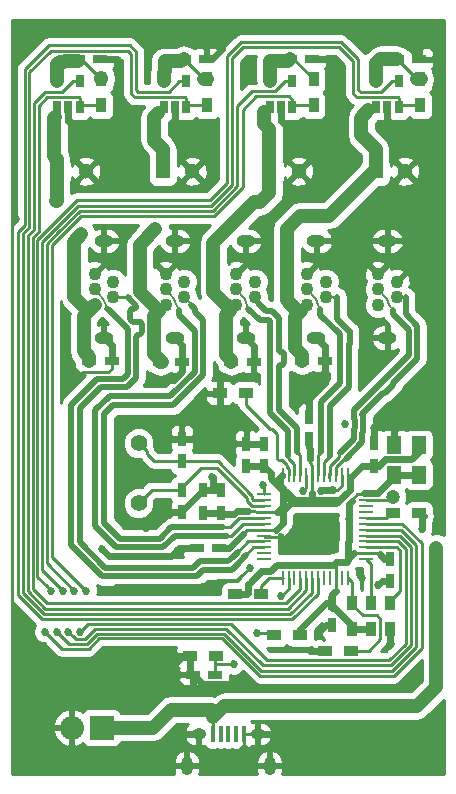
<source format=gtl>
G04 #@! TF.FileFunction,Copper,L1,Top,Signal*
%FSLAX46Y46*%
G04 Gerber Fmt 4.6, Leading zero omitted, Abs format (unit mm)*
G04 Created by KiCad (PCBNEW 4.0.4+dfsg1-stable) date Sun Aug 27 23:53:47 2017*
%MOMM*%
%LPD*%
G01*
G04 APERTURE LIST*
%ADD10C,0.100000*%
%ADD11C,1.100000*%
%ADD12O,1.600000X1.000000*%
%ADD13R,1.200000X0.750000*%
%ADD14R,0.650000X1.060000*%
%ADD15R,2.032000X2.032000*%
%ADD16O,2.032000X2.032000*%
%ADD17R,0.900000X1.200000*%
%ADD18R,1.200000X0.900000*%
%ADD19R,0.250000X1.300000*%
%ADD20R,1.300000X0.250000*%
%ADD21R,0.750000X1.200000*%
%ADD22C,1.300000*%
%ADD23R,1.300000X1.300000*%
%ADD24R,0.400000X1.350000*%
%ADD25O,1.250000X0.950000*%
%ADD26O,1.000000X1.550000*%
%ADD27C,1.422400*%
%ADD28R,1.250000X1.500000*%
%ADD29C,0.685800*%
%ADD30C,1.200000*%
%ADD31C,0.609600*%
%ADD32C,0.250000*%
%ADD33C,1.200000*%
%ADD34C,0.152400*%
%ADD35C,0.550000*%
%ADD36C,0.170000*%
%ADD37C,0.203200*%
%ADD38C,0.254000*%
G04 APERTURE END LIST*
D10*
D11*
X117225000Y-100000000D03*
X118775000Y-100650000D03*
X117225000Y-101300000D03*
X118775000Y-99350000D03*
X117225000Y-98700000D03*
D12*
X118000000Y-95900000D03*
X118000000Y-104100000D03*
D13*
X109758520Y-121920000D03*
X107858520Y-121920000D03*
D14*
X105050000Y-84600000D03*
X106000000Y-84600000D03*
X106950000Y-84600000D03*
X106950000Y-82400000D03*
X105050000Y-82400000D03*
X96050000Y-84600000D03*
X97000000Y-84600000D03*
X97950000Y-84600000D03*
X97950000Y-82400000D03*
X96050000Y-82400000D03*
X123050000Y-84600000D03*
X124000000Y-84600000D03*
X124950000Y-84600000D03*
X124950000Y-82400000D03*
X123050000Y-82400000D03*
X114050000Y-84600000D03*
X115000000Y-84600000D03*
X115950000Y-84600000D03*
X115950000Y-82400000D03*
X114050000Y-82400000D03*
D15*
X99800000Y-137100000D03*
D16*
X97260000Y-137100000D03*
D17*
X126800000Y-82225000D03*
X126800000Y-84425000D03*
X117750000Y-82225000D03*
X117750000Y-84425000D03*
X121000000Y-128750000D03*
X121000000Y-126550000D03*
X108750000Y-82225000D03*
X108750000Y-84425000D03*
D18*
X120950000Y-130600000D03*
X118750000Y-130600000D03*
X116600000Y-129275000D03*
X114400000Y-129275000D03*
X109450000Y-131030000D03*
X107250000Y-131030000D03*
D17*
X124225000Y-126550000D03*
X124225000Y-128750000D03*
D18*
X112026880Y-108778040D03*
X109826880Y-108778040D03*
D17*
X99775000Y-82225000D03*
X99775000Y-84425000D03*
X122625000Y-128750000D03*
X122625000Y-126550000D03*
D18*
X126700000Y-118950000D03*
X124500000Y-118950000D03*
X111100000Y-125800000D03*
X113300000Y-125800000D03*
D19*
X120631400Y-115746280D03*
X120131400Y-115746280D03*
X119631400Y-115746280D03*
X119131400Y-115746280D03*
X118631400Y-115746280D03*
X118131400Y-115746280D03*
X117631400Y-115746280D03*
X117131400Y-115746280D03*
X116631400Y-115746280D03*
X116131400Y-115746280D03*
X115631400Y-115746280D03*
X115131400Y-115746280D03*
D20*
X113531400Y-117346280D03*
X113531400Y-117846280D03*
X113531400Y-118346280D03*
X113531400Y-118846280D03*
X113531400Y-119346280D03*
X113531400Y-119846280D03*
X113531400Y-120346280D03*
X113531400Y-120846280D03*
X113531400Y-121346280D03*
X113531400Y-121846280D03*
X113531400Y-122346280D03*
X113531400Y-122846280D03*
D19*
X115131400Y-124446280D03*
X115631400Y-124446280D03*
X116131400Y-124446280D03*
X116631400Y-124446280D03*
X117131400Y-124446280D03*
X117631400Y-124446280D03*
X118131400Y-124446280D03*
X118631400Y-124446280D03*
X119131400Y-124446280D03*
X119631400Y-124446280D03*
X120131400Y-124446280D03*
X120631400Y-124446280D03*
D20*
X122231400Y-122846280D03*
X122231400Y-122346280D03*
X122231400Y-121846280D03*
X122231400Y-121346280D03*
X122231400Y-120846280D03*
X122231400Y-120346280D03*
X122231400Y-119846280D03*
X122231400Y-119346280D03*
X122231400Y-118846280D03*
X122231400Y-118346280D03*
X122231400Y-117846280D03*
X122231400Y-117346280D03*
D11*
X105225000Y-100000000D03*
X106775000Y-100650000D03*
X105225000Y-101300000D03*
X106775000Y-99350000D03*
X105225000Y-98700000D03*
D12*
X106000000Y-95900000D03*
X106000000Y-104100000D03*
D11*
X99225000Y-100000000D03*
X100775000Y-100650000D03*
X99225000Y-101300000D03*
X100775000Y-99350000D03*
X99225000Y-98700000D03*
D12*
X100000000Y-95900000D03*
X100000000Y-104100000D03*
D11*
X111225000Y-100000000D03*
X112775000Y-100650000D03*
X111225000Y-101300000D03*
X112775000Y-99350000D03*
X111225000Y-98700000D03*
D12*
X112000000Y-95900000D03*
X112000000Y-104100000D03*
D11*
X123225000Y-100000000D03*
X124775000Y-100650000D03*
X123225000Y-101300000D03*
X124775000Y-99350000D03*
X123225000Y-98700000D03*
D12*
X124000000Y-95900000D03*
X124000000Y-104100000D03*
D21*
X124200000Y-122825000D03*
X124200000Y-124725000D03*
X119350000Y-126550000D03*
X119350000Y-128450000D03*
X117340380Y-112707460D03*
X117340380Y-110807460D03*
X122862340Y-114945200D03*
X122862340Y-113045200D03*
X109921040Y-118905060D03*
X109921040Y-117005060D03*
X108402120Y-118905060D03*
X108402120Y-117005060D03*
X113579440Y-114969020D03*
X113579440Y-113069020D03*
X112045280Y-114969020D03*
X112045280Y-113069020D03*
D13*
X97800000Y-80500000D03*
X99700000Y-80500000D03*
X98750000Y-106100000D03*
X100650000Y-106100000D03*
X109443590Y-132611730D03*
X107543590Y-132611730D03*
X115750000Y-80500000D03*
X117650000Y-80500000D03*
X104750000Y-106150000D03*
X106650000Y-106150000D03*
D21*
X106608880Y-116966960D03*
X106608880Y-118866960D03*
X106608880Y-114548960D03*
X106608880Y-112648960D03*
D13*
X106750000Y-80500000D03*
X108650000Y-80500000D03*
X110800000Y-106150000D03*
X112700000Y-106150000D03*
X124800000Y-80500000D03*
X126700000Y-80500000D03*
X116800000Y-106100000D03*
X118700000Y-106100000D03*
D22*
X125500000Y-90000000D03*
D23*
X123000000Y-90000000D03*
D22*
X98500000Y-90000000D03*
D23*
X96000000Y-90000000D03*
D22*
X107500000Y-90000000D03*
D23*
X105000000Y-90000000D03*
D22*
X116500000Y-90000000D03*
D23*
X114000000Y-90000000D03*
D24*
X109229100Y-137637460D03*
X109879100Y-137637460D03*
X110529100Y-137637460D03*
X111179100Y-137637460D03*
X111829100Y-137637460D03*
D25*
X108029100Y-137637460D03*
X113029100Y-137637460D03*
D26*
X107029100Y-140337460D03*
X114029100Y-140337460D03*
D27*
X102930960Y-113014760D03*
X102930960Y-118094760D03*
D28*
X124597160Y-115687160D03*
X124597160Y-113187160D03*
X126650000Y-113200000D03*
X126650000Y-115700000D03*
D29*
X120450000Y-111400000D03*
X107650000Y-134000000D03*
X112000002Y-111600000D03*
X97350000Y-86100000D03*
X106000000Y-86050006D03*
X115650000Y-86150000D03*
X124100000Y-86200000D03*
X120350000Y-84550000D03*
X119900000Y-87800000D03*
X121200000Y-89100000D03*
X109250000Y-86100000D03*
X102750000Y-84850000D03*
X101700000Y-91400000D03*
X119400000Y-119325000D03*
X116350000Y-119375000D03*
X115275000Y-122125000D03*
X128525000Y-135800000D03*
X95200000Y-130850000D03*
X105600000Y-130775000D03*
X103850000Y-130775000D03*
X101975000Y-130775000D03*
X100375000Y-130775000D03*
X99675000Y-135025000D03*
X97275000Y-135025000D03*
X104975000Y-140550000D03*
X105325000Y-138500000D03*
X121850000Y-124400000D03*
X119400000Y-121800000D03*
X112350000Y-123550000D03*
X92500000Y-127100000D03*
X92550000Y-94050000D03*
X112300000Y-82050000D03*
X109600000Y-107400000D03*
X105050000Y-115700000D03*
X103150000Y-111000000D03*
X103600000Y-120200000D03*
X105050000Y-119100000D03*
X102500000Y-115700000D03*
X126500000Y-132800000D03*
X112350000Y-133250000D03*
X99850000Y-122000000D03*
X101120300Y-125300000D03*
X108432247Y-125193841D03*
X97450000Y-107800000D03*
X104500000Y-107700000D03*
X105800000Y-131900000D03*
X101200000Y-80600000D03*
X110000000Y-79650000D03*
X119100000Y-80500000D03*
X125850000Y-79450000D03*
X109800000Y-109900000D03*
X124600000Y-111650000D03*
X118200000Y-129050000D03*
X122900000Y-111700000D03*
X123250000Y-125000000D03*
X124150000Y-130200000D03*
X117500000Y-130600000D03*
X109150000Y-115850000D03*
X109550000Y-112650000D03*
X117350000Y-109300000D03*
X106150000Y-122150000D03*
X118415098Y-117046895D03*
X115004834Y-121007081D03*
X116833055Y-117042790D03*
X119400000Y-117000000D03*
X113500000Y-116600000D03*
D30*
X128150000Y-121900000D03*
X123150000Y-80750000D03*
X114050000Y-80700000D03*
X105150000Y-80700000D03*
X96250000Y-80750000D03*
X124450000Y-117550000D03*
D29*
X114970000Y-125949987D03*
X112970000Y-129070000D03*
X110980000Y-131730000D03*
X126900000Y-120300000D03*
X120750000Y-119450000D03*
X97500000Y-125500000D03*
X97000000Y-129000000D03*
X95500000Y-125500000D03*
X95000000Y-129000000D03*
X96500000Y-125500000D03*
X96000000Y-129000000D03*
X98500000Y-125500000D03*
X98000000Y-129000000D03*
D30*
X104350000Y-94850000D03*
X95968166Y-92518166D03*
X98100000Y-95350000D03*
D31*
X107543590Y-132611730D02*
X107543590Y-133893590D01*
X107543590Y-133893590D02*
X107650000Y-134000000D01*
X111515069Y-111600000D02*
X112000002Y-111600000D01*
X111500000Y-111600000D02*
X111515069Y-111600000D01*
X109800000Y-109900000D02*
X111500000Y-111600000D01*
X112045280Y-113069020D02*
X113579440Y-113069020D01*
D32*
X101120300Y-125300000D02*
X99650000Y-125300000D01*
D31*
X102750000Y-84850000D02*
X101500000Y-86100000D01*
X97007101Y-85757101D02*
X97350000Y-86100000D01*
X97834933Y-86100000D02*
X97350000Y-86100000D01*
X101500000Y-86100000D02*
X97834933Y-86100000D01*
X97000000Y-85750000D02*
X97007101Y-85757101D01*
X97000000Y-84600000D02*
X97000000Y-85750000D01*
X106049994Y-86100000D02*
X106000000Y-86050006D01*
X109250000Y-86100000D02*
X106049994Y-86100000D01*
X106000000Y-84600000D02*
X106000000Y-86050006D01*
X116134933Y-86150000D02*
X115650000Y-86150000D01*
X118250000Y-86150000D02*
X116134933Y-86150000D01*
X119550000Y-87450000D02*
X118250000Y-86150000D01*
X115000000Y-85739600D02*
X115410400Y-86150000D01*
X115000000Y-84600000D02*
X115000000Y-85739600D01*
X115410400Y-86150000D02*
X115650000Y-86150000D01*
X124000000Y-86100000D02*
X124100000Y-86200000D01*
X124000000Y-84600000D02*
X124000000Y-86100000D01*
X119550000Y-87450000D02*
X119900000Y-87800000D01*
X119550000Y-87450000D02*
X119550000Y-85350000D01*
X119550000Y-85350000D02*
X120350000Y-84550000D01*
X119900000Y-87800000D02*
X121200000Y-89100000D01*
D32*
X117717919Y-121007081D02*
X119057101Y-119667899D01*
X115004834Y-121007081D02*
X117717919Y-121007081D01*
X119057101Y-119667899D02*
X119400000Y-119325000D01*
D31*
X119400000Y-121800000D02*
X119400000Y-119325000D01*
X115004834Y-121007081D02*
X115004834Y-121854834D01*
X115004834Y-121854834D02*
X115275000Y-122125000D01*
X114276240Y-137650000D02*
X126675000Y-137650000D01*
X126675000Y-137650000D02*
X128525000Y-135800000D01*
X113029100Y-137637460D02*
X114263700Y-137637460D01*
X114263700Y-137637460D02*
X114276240Y-137650000D01*
X101975000Y-130775000D02*
X103850000Y-130775000D01*
X99675000Y-135025000D02*
X99675000Y-131475000D01*
X99675000Y-131475000D02*
X100375000Y-130775000D01*
X105800000Y-131900000D02*
X100400000Y-131900000D01*
X100400000Y-131900000D02*
X97275000Y-135025000D01*
X108029100Y-137637460D02*
X106187540Y-137637460D01*
X106187540Y-137637460D02*
X105325000Y-138500000D01*
D32*
X111829100Y-137637460D02*
X111829100Y-138562460D01*
X111829100Y-138562460D02*
X110054100Y-140337460D01*
X110054100Y-140337460D02*
X107779100Y-140337460D01*
X107779100Y-140337460D02*
X107029100Y-140337460D01*
X112550000Y-139975000D02*
X112912460Y-140337460D01*
X112912460Y-140337460D02*
X114029100Y-140337460D01*
X112550000Y-139283360D02*
X112550000Y-139975000D01*
X111829100Y-138562460D02*
X112550000Y-139283360D01*
X113029100Y-137637460D02*
X111829100Y-137637460D01*
D31*
X119400000Y-117000000D02*
X118461993Y-117000000D01*
X118461993Y-117000000D02*
X118415098Y-117046895D01*
D32*
X109650000Y-124600000D02*
X111300000Y-124600000D01*
X111300000Y-124600000D02*
X112350000Y-123550000D01*
X109056159Y-125193841D02*
X109650000Y-124600000D01*
X108432247Y-125193841D02*
X109056159Y-125193841D01*
X92250000Y-94600000D02*
X92250000Y-126850000D01*
X92250000Y-126850000D02*
X92500000Y-127100000D01*
X92300000Y-94550000D02*
X92250000Y-94600000D01*
X92300000Y-94300000D02*
X92300000Y-94550000D01*
X92550000Y-94050000D02*
X92300000Y-94300000D01*
D31*
X109800000Y-109900000D02*
X109800000Y-107600000D01*
X109800000Y-107600000D02*
X109600000Y-107400000D01*
X103975320Y-111000000D02*
X103150000Y-111000000D01*
X106608880Y-112648960D02*
X105624280Y-112648960D01*
X105624280Y-112648960D02*
X103975320Y-111000000D01*
X106608880Y-118866960D02*
X105283040Y-118866960D01*
X105283040Y-118866960D02*
X105050000Y-119100000D01*
D32*
X106608880Y-112648960D02*
X105983880Y-112648960D01*
X100650000Y-106100000D02*
X100650000Y-106725000D01*
X100650000Y-106725000D02*
X100370710Y-107004290D01*
X100370710Y-107004290D02*
X98245710Y-107004290D01*
X98245710Y-107004290D02*
X97792899Y-107457101D01*
X97792899Y-107457101D02*
X97450000Y-107800000D01*
D31*
X107543590Y-132611730D02*
X108375791Y-133443931D01*
X108375791Y-133443931D02*
X112156069Y-133443931D01*
X112156069Y-133443931D02*
X112350000Y-133250000D01*
X100458349Y-122608349D02*
X99850000Y-122000000D01*
X106150000Y-122150000D02*
X105691651Y-122608349D01*
X105691651Y-122608349D02*
X100458349Y-122608349D01*
X108432247Y-125193841D02*
X101226459Y-125193841D01*
X101226459Y-125193841D02*
X101120300Y-125300000D01*
X105900000Y-107700000D02*
X104500000Y-107700000D01*
X106650000Y-106950000D02*
X105900000Y-107700000D01*
X106650000Y-106150000D02*
X106650000Y-106950000D01*
X107250000Y-131030000D02*
X106670000Y-131030000D01*
X106670000Y-131030000D02*
X105800000Y-131900000D01*
X107250000Y-131030000D02*
X107250000Y-132318140D01*
X107250000Y-132318140D02*
X107543590Y-132611730D01*
X99700000Y-80500000D02*
X101100000Y-80500000D01*
X101100000Y-80500000D02*
X101200000Y-80600000D01*
X108650000Y-80500000D02*
X109150000Y-80500000D01*
X109150000Y-80500000D02*
X110000000Y-79650000D01*
X117650000Y-80500000D02*
X119100000Y-80500000D01*
X126700000Y-80500000D02*
X126700000Y-80300000D01*
X126700000Y-80300000D02*
X125850000Y-79450000D01*
X109826880Y-108778040D02*
X109826880Y-109873120D01*
X109826880Y-109873120D02*
X109800000Y-109900000D01*
X124597160Y-113187160D02*
X124597160Y-111652840D01*
X124597160Y-111652840D02*
X124600000Y-111650000D01*
X119350000Y-128450000D02*
X118800000Y-128450000D01*
X118800000Y-128450000D02*
X118200000Y-129050000D01*
X100650000Y-106100000D02*
X100650000Y-104750000D01*
X100650000Y-104750000D02*
X100000000Y-104100000D01*
X118700000Y-106100000D02*
X118700000Y-104800000D01*
X118700000Y-104800000D02*
X118000000Y-104100000D01*
X112700000Y-106150000D02*
X112700000Y-104800000D01*
X112700000Y-104800000D02*
X112000000Y-104100000D01*
X106650000Y-106150000D02*
X106650000Y-104750000D01*
X106650000Y-104750000D02*
X106000000Y-104100000D01*
X122862340Y-113045200D02*
X122862340Y-111737660D01*
X122862340Y-111737660D02*
X122900000Y-111700000D01*
X124200000Y-124725000D02*
X123525000Y-124725000D01*
X123525000Y-124725000D02*
X123250000Y-125000000D01*
X124225000Y-128750000D02*
X124225000Y-130125000D01*
X124225000Y-130125000D02*
X124150000Y-130200000D01*
X118750000Y-130600000D02*
X117500000Y-130600000D01*
X106608880Y-118866960D02*
X106608880Y-118798300D01*
X106608880Y-118798300D02*
X108402120Y-117005060D01*
X109200000Y-117005060D02*
X109921040Y-117005060D01*
X108402120Y-117005060D02*
X109200000Y-117005060D01*
X109200000Y-117005060D02*
X109200000Y-115900000D01*
X109200000Y-115900000D02*
X109150000Y-115850000D01*
X109705980Y-112494020D02*
X109550000Y-112650000D01*
X107594520Y-112650000D02*
X109550000Y-112650000D01*
X106608880Y-112648960D02*
X107593480Y-112648960D01*
X107593480Y-112648960D02*
X107594520Y-112650000D01*
X118700000Y-106100000D02*
X118700000Y-107950000D01*
X118700000Y-107950000D02*
X117350000Y-109300000D01*
X117340380Y-110807460D02*
X117340380Y-109309620D01*
X117340380Y-109309620D02*
X117350000Y-109300000D01*
X107858520Y-121920000D02*
X106380000Y-121920000D01*
X106380000Y-121920000D02*
X106150000Y-122150000D01*
D32*
X114878489Y-120928489D02*
X114957081Y-121007081D01*
X114957081Y-121007081D02*
X115004834Y-121007081D01*
X113531400Y-120846280D02*
X113613609Y-120928489D01*
X113613609Y-120928489D02*
X114878489Y-120928489D01*
X117131400Y-116744445D02*
X116833055Y-117042790D01*
X117131400Y-115746280D02*
X117131400Y-116744445D01*
X119777680Y-117000000D02*
X119400000Y-117000000D01*
X120131400Y-116646280D02*
X119777680Y-117000000D01*
X120131400Y-115746280D02*
X120131400Y-116646280D01*
X113531400Y-117346280D02*
X113531400Y-116631400D01*
X113531400Y-116631400D02*
X113500000Y-116600000D01*
D33*
X99800000Y-137100000D02*
X104150000Y-137100000D01*
X104150000Y-137100000D02*
X105650000Y-135600000D01*
X105650000Y-135600000D02*
X109125000Y-135600000D01*
X109125000Y-135600000D02*
X109275000Y-135750000D01*
D32*
X109275000Y-135750000D02*
X109229100Y-135795900D01*
X109229100Y-135795900D02*
X109229100Y-137637460D01*
D33*
X109275000Y-135750000D02*
X109275000Y-136200000D01*
X126525000Y-135275000D02*
X128150000Y-133650000D01*
X109275000Y-136200000D02*
X110200000Y-135275000D01*
X128150000Y-133650000D02*
X128150000Y-121900000D01*
X110200000Y-135275000D02*
X126525000Y-135275000D01*
D32*
X109250000Y-137616560D02*
X109229100Y-137637460D01*
D33*
X124800000Y-80500000D02*
X123400000Y-80500000D01*
X123400000Y-80500000D02*
X123150000Y-80750000D01*
X123050000Y-82400000D02*
X123050000Y-80850000D01*
X123050000Y-80850000D02*
X123150000Y-80750000D01*
X114050000Y-80700000D02*
X115550000Y-80700000D01*
X115550000Y-80700000D02*
X115750000Y-80500000D01*
X114050000Y-80700000D02*
X114050000Y-81548528D01*
X114050000Y-81548528D02*
X114050000Y-82370179D01*
X105150000Y-80700000D02*
X106550000Y-80700000D01*
X106550000Y-80700000D02*
X106750000Y-80500000D01*
X105150000Y-80700000D02*
X105150000Y-81548528D01*
X105150000Y-81548528D02*
X105050000Y-81648528D01*
X105050000Y-81648528D02*
X105050000Y-82377591D01*
X96250000Y-80750000D02*
X96600000Y-80750000D01*
X96600000Y-80750000D02*
X96672591Y-80677409D01*
X96672591Y-80677409D02*
X97800000Y-80677409D01*
X96050000Y-82400000D02*
X96050000Y-80950000D01*
X96050000Y-80950000D02*
X96250000Y-80750000D01*
D32*
X98050000Y-80500000D02*
X99775000Y-82225000D01*
X124450000Y-117550000D02*
X124153720Y-117846280D01*
X124153720Y-117846280D02*
X122231400Y-117846280D01*
D33*
X108750000Y-82225000D02*
X108475000Y-82225000D01*
D32*
X108475000Y-82225000D02*
X106750000Y-80500000D01*
X116025000Y-80500000D02*
X117750000Y-82225000D01*
D33*
X126800000Y-82225000D02*
X126525000Y-82225000D01*
D32*
X126525000Y-82225000D02*
X124800000Y-80500000D01*
D33*
X126825000Y-82200000D02*
X126800000Y-82225000D01*
X99775000Y-82075000D02*
X99775000Y-82225000D01*
D32*
X106608880Y-114548960D02*
X109632931Y-114548960D01*
X109632931Y-114548960D02*
X112556399Y-117472428D01*
X112556399Y-117472428D02*
X112556399Y-117731281D01*
X112556399Y-117731281D02*
X112621399Y-117796281D01*
X112621399Y-117796281D02*
X113481401Y-117796281D01*
X113481401Y-117796281D02*
X113531400Y-117846280D01*
X103642159Y-113949479D02*
X104241640Y-114548960D01*
X104241640Y-114548960D02*
X105983880Y-114548960D01*
X102930960Y-113014760D02*
X103642159Y-113725959D01*
X103642159Y-113725959D02*
X103642159Y-113949479D01*
X105983880Y-114548960D02*
X106608880Y-114548960D01*
X106608880Y-116966960D02*
X106608880Y-116741960D01*
X106608880Y-116741960D02*
X108200840Y-115150000D01*
X108200840Y-115150000D02*
X109597561Y-115150000D01*
X109597561Y-115150000D02*
X112106389Y-117658828D01*
X112106389Y-117658828D02*
X112106390Y-117917682D01*
X112106390Y-117917682D02*
X112434998Y-118246290D01*
X112434998Y-118246290D02*
X112446290Y-118246290D01*
X112446290Y-118246290D02*
X112546280Y-118346280D01*
X112546280Y-118346280D02*
X113531400Y-118346280D01*
X102930960Y-118094760D02*
X104058760Y-116966960D01*
X104058760Y-116966960D02*
X106608880Y-116966960D01*
X115631400Y-124446280D02*
X115631400Y-125346280D01*
X115631400Y-125346280D02*
X115027693Y-125949987D01*
X115027693Y-125949987D02*
X114970000Y-125949987D01*
X112970000Y-129070000D02*
X114195000Y-129070000D01*
X114195000Y-129070000D02*
X114400000Y-129275000D01*
X109443590Y-131710000D02*
X109443590Y-131036410D01*
X109443590Y-132611730D02*
X109443590Y-131710000D01*
X109443590Y-131710000D02*
X110960000Y-131710000D01*
X110960000Y-131710000D02*
X110980000Y-131730000D01*
X109443590Y-131036410D02*
X109450000Y-131030000D01*
X109468590Y-132586730D02*
X109443590Y-132611730D01*
D31*
X113579440Y-114969020D02*
X112045280Y-114969020D01*
X114600000Y-116468600D02*
X114131700Y-116000300D01*
X114131700Y-116000300D02*
X114131700Y-115521280D01*
X114131700Y-115521280D02*
X113579440Y-114969020D01*
D32*
X113531400Y-118846280D02*
X112159777Y-118783146D01*
X112159777Y-118783146D02*
X112053720Y-118846280D01*
D31*
X111009103Y-119006631D02*
X111232588Y-118783146D01*
X111232588Y-118783146D02*
X111850000Y-118783146D01*
X109722843Y-119006631D02*
X111009103Y-119006631D01*
X111850000Y-118783146D02*
X112159777Y-118783146D01*
D32*
X115700000Y-118100000D02*
X115450000Y-118350000D01*
X116050000Y-118100000D02*
X115700000Y-118100000D01*
X115131400Y-119768600D02*
X115131400Y-119018600D01*
X115131400Y-119018600D02*
X116050000Y-118100000D01*
D31*
X119650000Y-118100000D02*
X120550000Y-117200000D01*
X120550000Y-117200000D02*
X120800000Y-116950000D01*
D32*
X117631400Y-117650000D02*
X118100157Y-117650000D01*
X120082804Y-117667196D02*
X120550000Y-117200000D01*
X118100157Y-117650000D02*
X118117353Y-117667196D01*
X118117353Y-117667196D02*
X120082804Y-117667196D01*
D31*
X117631400Y-117208071D02*
X117631400Y-117650000D01*
X117631400Y-117650000D02*
X117631400Y-118068600D01*
D32*
X117213091Y-117663091D02*
X117226182Y-117650000D01*
X117226182Y-117650000D02*
X117631400Y-117650000D01*
X115500000Y-117000000D02*
X116163091Y-117663091D01*
X116163091Y-117663091D02*
X117213091Y-117663091D01*
X115131400Y-117000000D02*
X115500000Y-117000000D01*
X120800000Y-116000000D02*
X120800000Y-115914880D01*
X120800000Y-115914880D02*
X120631400Y-115746280D01*
D31*
X114600000Y-116277680D02*
X114950000Y-115927680D01*
X114950000Y-115927680D02*
X115049190Y-115828490D01*
X115131400Y-117000000D02*
X115131400Y-116844242D01*
X115131400Y-116844242D02*
X114950000Y-116662842D01*
X114950000Y-116662842D02*
X114950000Y-115927680D01*
X114600000Y-116468600D02*
X115131400Y-117000000D01*
X114600000Y-116468600D02*
X114600000Y-116277680D01*
X115049190Y-115828490D02*
X115049190Y-115746280D01*
X108402120Y-118905060D02*
X109921040Y-118905060D01*
D32*
X113531400Y-120346280D02*
X114553720Y-120346280D01*
X111750000Y-120700000D02*
X112103720Y-120346280D01*
X112103720Y-120346280D02*
X113531400Y-120346280D01*
D31*
X111750000Y-120700000D02*
X111750000Y-120747314D01*
X110608520Y-121920000D02*
X110608520Y-121888794D01*
X110608520Y-121888794D02*
X111750000Y-120747314D01*
X126005639Y-114394361D02*
X126650000Y-113750000D01*
X126650000Y-113750000D02*
X126650000Y-113200000D01*
X122862340Y-114945200D02*
X123254800Y-114945200D01*
X123254800Y-114945200D02*
X123805639Y-114394361D01*
X123805639Y-114394361D02*
X126005639Y-114394361D01*
X117600000Y-118100000D02*
X119650000Y-118100000D01*
X120800000Y-116950000D02*
X120800000Y-116000000D01*
X120800000Y-116000000D02*
X121854800Y-114945200D01*
X121854800Y-114945200D02*
X122862340Y-114945200D01*
X116050000Y-118100000D02*
X117600000Y-118100000D01*
X117631400Y-118068600D02*
X117600000Y-118100000D01*
X115131400Y-117000000D02*
X115131400Y-117181400D01*
X115131400Y-117181400D02*
X116050000Y-118100000D01*
X117450000Y-114400000D02*
X117450000Y-113495220D01*
X117450000Y-113495220D02*
X117340380Y-113385600D01*
D32*
X117450000Y-114664880D02*
X117450000Y-114400000D01*
X117631400Y-115746280D02*
X117631400Y-114846280D01*
X117631400Y-114846280D02*
X117450000Y-114664880D01*
X117631400Y-117208071D02*
X117631400Y-115746280D01*
X114853720Y-118846280D02*
X113531400Y-118846280D01*
D34*
X114638601Y-118855519D02*
X114629362Y-118846280D01*
D31*
X115131400Y-118568600D02*
X114925520Y-118568600D01*
X114925520Y-118568600D02*
X114638601Y-118855519D01*
X115131400Y-118568600D02*
X115131400Y-117000000D01*
X115131400Y-118568600D02*
X115131400Y-119768600D01*
X115131400Y-119768600D02*
X114553720Y-120346280D01*
X114853720Y-118846280D02*
X115131400Y-118568600D01*
X117340380Y-112707460D02*
X117340380Y-113385600D01*
X109758520Y-121920000D02*
X110608520Y-121920000D01*
X120700000Y-122800000D02*
X120700000Y-122950000D01*
X120700000Y-122950000D02*
X120575000Y-123075000D01*
X120750000Y-119450000D02*
X120750000Y-121300000D01*
X120750000Y-121300000D02*
X120700000Y-121350000D01*
X120700000Y-121350000D02*
X120700000Y-122800000D01*
X120700000Y-122800000D02*
X121153720Y-122346280D01*
X119631400Y-123075000D02*
X120575000Y-123075000D01*
X119410119Y-123296281D02*
X119631400Y-123075000D01*
D32*
X119631400Y-124446280D02*
X119631400Y-123075000D01*
X119622161Y-125553481D02*
X119631400Y-125544242D01*
X119631400Y-125544242D02*
X119631400Y-124446280D01*
D31*
X119350000Y-125825642D02*
X119622161Y-125553481D01*
X119350000Y-125850000D02*
X119350000Y-125825642D01*
X119350000Y-126550000D02*
X119350000Y-125850000D01*
X126900000Y-119400000D02*
X126900000Y-119815067D01*
X127100000Y-119200000D02*
X126900000Y-119400000D01*
X126900000Y-119815067D02*
X126900000Y-120300000D01*
X116600000Y-129275000D02*
X116600000Y-128750000D01*
X116600000Y-128750000D02*
X118800000Y-126550000D01*
X118800000Y-126550000D02*
X119350000Y-126550000D01*
X119350000Y-126550000D02*
X119350000Y-126775000D01*
X119350000Y-126775000D02*
X121000000Y-128425000D01*
X121000000Y-128425000D02*
X121000000Y-128750000D01*
D32*
X122231400Y-122346280D02*
X121153720Y-122346280D01*
X123338601Y-122438601D02*
X123246280Y-122346280D01*
X123246280Y-122346280D02*
X122231400Y-122346280D01*
D31*
X124200000Y-122825000D02*
X123725000Y-122825000D01*
X123725000Y-122825000D02*
X123338601Y-122438601D01*
X111100000Y-125800000D02*
X112150000Y-125800000D01*
X112150000Y-125800000D02*
X112242799Y-125707201D01*
X112242799Y-125707201D02*
X112242799Y-124984239D01*
X112242799Y-124984239D02*
X112334239Y-124892799D01*
X112334239Y-124892799D02*
X112334239Y-124865761D01*
X112334239Y-124865761D02*
X113335929Y-123864071D01*
X113335929Y-123864071D02*
X114085929Y-123864071D01*
X114085929Y-123864071D02*
X114653719Y-123296281D01*
X114653719Y-123296281D02*
X119410119Y-123296281D01*
X120750000Y-119025736D02*
X120750000Y-119450000D01*
X120750000Y-118200000D02*
X120750000Y-119025736D01*
X121000000Y-117950000D02*
X120750000Y-118200000D01*
D32*
X121000000Y-117803358D02*
X121000000Y-117950000D01*
X122231400Y-117346280D02*
X121457078Y-117346280D01*
X121457078Y-117346280D02*
X121000000Y-117803358D01*
D31*
X123209320Y-117200000D02*
X122000000Y-117200000D01*
X124597160Y-115687160D02*
X124597160Y-115812160D01*
X124597160Y-115812160D02*
X123209320Y-117200000D01*
X126650000Y-115700000D02*
X124610000Y-115700000D01*
X124610000Y-115700000D02*
X124597160Y-115687160D01*
X116600000Y-129275000D02*
X116850000Y-129275000D01*
X121000000Y-128750000D02*
X122625000Y-128750000D01*
X121000000Y-128750000D02*
X121000000Y-128600000D01*
X119350000Y-126950000D02*
X119350000Y-126550000D01*
D32*
X120950000Y-130600000D02*
X122410002Y-130600000D01*
X122410002Y-130600000D02*
X123400001Y-129610001D01*
X123400001Y-129610001D02*
X123400001Y-127889999D01*
X123400001Y-127889999D02*
X123110002Y-127600000D01*
X123110002Y-127600000D02*
X121900000Y-127600000D01*
X121900000Y-127600000D02*
X121000000Y-126700000D01*
X121000000Y-126700000D02*
X121000000Y-126550000D01*
X121000000Y-126550000D02*
X121000000Y-124814880D01*
X121000000Y-124814880D02*
X120631400Y-124446280D01*
X125100000Y-122164998D02*
X125100000Y-125525000D01*
X125100000Y-125525000D02*
X124225000Y-126400000D01*
X124225000Y-126400000D02*
X124225000Y-126550000D01*
X122231400Y-121846280D02*
X124781282Y-121846280D01*
X124781282Y-121846280D02*
X125100000Y-122164998D01*
X112026880Y-108778040D02*
X112026880Y-109776880D01*
X112026880Y-109776880D02*
X114050000Y-111800000D01*
X115109442Y-114450000D02*
X115533801Y-114874359D01*
X114050000Y-111800000D02*
X114200000Y-111800000D01*
X114200000Y-111800000D02*
X114675000Y-112275000D01*
X114675000Y-112275000D02*
X114675000Y-114325000D01*
X114675000Y-114325000D02*
X114800000Y-114450000D01*
X115533801Y-115129281D02*
X115581401Y-115129281D01*
X114800000Y-114450000D02*
X115109442Y-114450000D01*
X115533801Y-114874359D02*
X115533801Y-115129281D01*
X115581401Y-115129281D02*
X115631400Y-115179280D01*
X115631400Y-115179280D02*
X115631400Y-115746280D01*
X122625000Y-126550000D02*
X122625000Y-123239880D01*
X122625000Y-123239880D02*
X122231400Y-122846280D01*
X124900000Y-119200000D02*
X124050000Y-119200000D01*
X124050000Y-119200000D02*
X123903720Y-119346280D01*
X123903720Y-119346280D02*
X123131400Y-119346280D01*
X123131400Y-119346280D02*
X122231400Y-119346280D01*
X113300000Y-125800000D02*
X113300000Y-125100000D01*
X113300000Y-125100000D02*
X113953720Y-124446280D01*
X113953720Y-124446280D02*
X114756400Y-124446280D01*
X114756400Y-124446280D02*
X115131400Y-124446280D01*
X94097589Y-84216000D02*
X95018601Y-83294988D01*
X97375000Y-82400000D02*
X97950000Y-82400000D01*
X93562945Y-95450734D02*
X94097589Y-94916090D01*
X95037871Y-127025012D02*
X93562945Y-125550086D01*
X115589079Y-127025012D02*
X95037871Y-127025012D01*
X117131400Y-125482690D02*
X115589079Y-127025012D01*
X96480012Y-83294988D02*
X97375000Y-82400000D01*
X93562945Y-125550086D02*
X93562945Y-95450734D01*
X117131400Y-124446280D02*
X117131400Y-125482690D01*
X94097589Y-94916090D02*
X94097589Y-84216000D01*
X95018601Y-83294988D02*
X96480012Y-83294988D01*
X105519999Y-83255001D02*
X106375000Y-82400000D01*
X102186399Y-79349988D02*
X102750000Y-79913589D01*
X93292767Y-81370822D02*
X95313601Y-79349988D01*
X92758123Y-95117366D02*
X93292767Y-94582722D01*
X92758123Y-125883454D02*
X92758123Y-95117366D01*
X115961879Y-127925034D02*
X98050038Y-127925034D01*
X93292767Y-94582722D02*
X93292767Y-81370822D01*
X95313601Y-79349988D02*
X102186399Y-79349988D01*
X98050001Y-127924997D02*
X94799666Y-127924997D01*
X102750000Y-83150000D02*
X102855001Y-83255001D01*
X98050038Y-127925034D02*
X98050001Y-127924997D01*
X102855001Y-83255001D02*
X105519999Y-83255001D01*
X94799666Y-127924997D02*
X92758123Y-125883454D01*
X102750000Y-79913589D02*
X102750000Y-83150000D01*
X106375000Y-82400000D02*
X106950000Y-82400000D01*
X118131400Y-125755513D02*
X115961879Y-127925034D01*
X118131400Y-124446280D02*
X118131400Y-125755513D01*
X95172589Y-123172589D02*
X95172589Y-96117467D01*
X97500000Y-125500000D02*
X95172589Y-123172589D01*
X95172589Y-96117467D02*
X96120028Y-95170028D01*
X97940047Y-93350012D02*
X96120178Y-95169881D01*
X109199986Y-93350012D02*
X97940047Y-93350012D01*
X111299990Y-91250009D02*
X109199986Y-93350012D01*
X97620302Y-129620302D02*
X97342899Y-129342899D01*
X113453970Y-131825010D02*
X110374138Y-128745178D01*
X97342899Y-129342899D02*
X97000000Y-129000000D01*
X99272870Y-128745178D02*
X98397746Y-129620302D01*
X124294085Y-131825010D02*
X113453970Y-131825010D01*
X126000018Y-130119077D02*
X124294085Y-131825010D01*
X122231400Y-120846280D02*
X125054100Y-120846280D01*
X125054100Y-120846280D02*
X126000018Y-121792199D01*
X110374138Y-128745178D02*
X99272870Y-128745178D01*
X98397746Y-129620302D02*
X97620302Y-129620302D01*
X126000018Y-121792199D02*
X126000018Y-130119077D01*
X115950000Y-82400000D02*
X115375000Y-82400000D01*
X112502411Y-83247589D02*
X111299990Y-84450010D01*
X115375000Y-82400000D02*
X114527411Y-83247589D01*
X114527411Y-83247589D02*
X112502411Y-83247589D01*
X111299990Y-84450010D02*
X111299990Y-91250009D01*
X110399971Y-80263619D02*
X110399971Y-91000029D01*
X120086400Y-79049989D02*
X111613600Y-79049989D01*
X94367767Y-95784102D02*
X94367767Y-124367767D01*
X121550010Y-80513600D02*
X120086400Y-79049989D01*
X123480012Y-83294988D02*
X121744988Y-83294988D01*
X121744988Y-83294988D02*
X121550010Y-83100010D01*
X124950000Y-82400000D02*
X124375000Y-82400000D01*
X108950010Y-92449990D02*
X97701879Y-92449990D01*
X121550010Y-83100010D02*
X121550010Y-80513600D01*
X110399971Y-91000029D02*
X108950010Y-92449990D01*
X111613600Y-79049989D02*
X110399971Y-80263619D01*
X94367767Y-124367767D02*
X95157101Y-125157101D01*
X95157101Y-125157101D02*
X95500000Y-125500000D01*
X124375000Y-82400000D02*
X123480012Y-83294988D01*
X97701879Y-92449990D02*
X94367767Y-95784102D01*
X96425124Y-130425124D02*
X95342899Y-129342899D01*
X125278232Y-119846280D02*
X126900037Y-121468085D01*
X122231400Y-119846280D02*
X125278232Y-119846280D01*
X126900037Y-121468085D02*
X126900037Y-130357248D01*
X126900037Y-130357248D02*
X124532256Y-132725029D01*
X110040770Y-129550000D02*
X99606238Y-129550000D01*
X124532256Y-132725029D02*
X113215799Y-132725029D01*
X113215799Y-132725029D02*
X110040770Y-129550000D01*
X99606238Y-129550000D02*
X98731114Y-130425124D01*
X98731114Y-130425124D02*
X96425124Y-130425124D01*
X95342899Y-129342899D02*
X95000000Y-129000000D01*
D35*
X118325900Y-101668580D02*
X118325900Y-102142086D01*
X118325900Y-102142086D02*
X119985000Y-103801186D01*
D32*
X118385000Y-113798814D02*
X118131400Y-114052414D01*
X118131400Y-114052414D02*
X118131400Y-115746280D01*
D35*
X118385000Y-109548814D02*
X118385000Y-113798814D01*
X119985000Y-107948814D02*
X118385000Y-109548814D01*
X119985000Y-103801186D02*
X119985000Y-107948814D01*
D36*
X118143020Y-101297740D02*
X118325900Y-101668580D01*
X117922040Y-100804980D02*
X118143020Y-101297740D01*
X117225000Y-100000000D02*
X117922040Y-100804980D01*
D35*
X120786695Y-103553765D02*
X120796175Y-103559722D01*
X119750000Y-100625000D02*
X119750000Y-102533814D01*
X120719952Y-104677119D02*
X120716254Y-104687687D01*
X120733826Y-103537905D02*
X120743306Y-103543862D01*
X119750000Y-102533814D02*
X120715000Y-103498814D01*
X120716254Y-104687687D02*
X120715000Y-104698814D01*
X120796175Y-103559722D02*
X120804092Y-103567639D01*
X120715000Y-103498814D02*
X120716254Y-103509940D01*
X120743306Y-103543862D02*
X120753874Y-103547560D01*
X120719952Y-103520508D02*
X120725909Y-103529988D01*
X120813747Y-104609940D02*
X120810049Y-104620508D01*
X120753874Y-103547560D02*
X120776127Y-103550067D01*
X120725909Y-103529988D02*
X120733826Y-103537905D01*
X120804092Y-104629988D02*
X120796175Y-104637905D01*
X120776127Y-103550067D02*
X120786695Y-103553765D01*
X120716254Y-103509940D02*
X120719952Y-103520508D01*
X120804092Y-103567639D02*
X120810049Y-103577119D01*
X120810049Y-103577119D02*
X120813747Y-103587687D01*
X120715000Y-104698814D02*
X120715000Y-108251186D01*
X120813747Y-103587687D02*
X120815000Y-103598814D01*
X120815000Y-104598814D02*
X120813747Y-104609940D01*
X120786695Y-104643862D02*
X120776127Y-104647560D01*
X120815000Y-103598814D02*
X120815000Y-104598814D01*
X120733826Y-104659722D02*
X120725909Y-104667639D01*
X120810049Y-104620508D02*
X120804092Y-104629988D01*
X120796175Y-104637905D02*
X120786695Y-104643862D01*
X120776127Y-104647560D02*
X120753874Y-104650067D01*
X120753874Y-104650067D02*
X120743306Y-104653765D01*
X120743306Y-104653765D02*
X120733826Y-104659722D01*
X120725909Y-104667639D02*
X120719952Y-104677119D01*
X120715000Y-108251186D02*
X119115000Y-109851186D01*
X119115000Y-109851186D02*
X119115000Y-114101186D01*
D32*
X119400000Y-100625000D02*
X119750000Y-100625000D01*
D36*
X118775000Y-100650000D02*
X118800000Y-100625000D01*
X118800000Y-100625000D02*
X119400000Y-100625000D01*
D32*
X119115000Y-114101186D02*
X118631400Y-114584786D01*
X118631400Y-114584786D02*
X118631400Y-115746280D01*
D35*
X100291900Y-101676200D02*
X100326200Y-101676200D01*
X102010000Y-107198411D02*
X101651711Y-107556700D01*
X111208985Y-123382201D02*
X111214183Y-123382201D01*
X100326200Y-101676200D02*
X102010000Y-103360000D01*
X102010000Y-103360000D02*
X102010000Y-107198411D01*
X99823814Y-124290000D02*
X107851186Y-124290000D01*
X108401186Y-123740000D02*
X110851186Y-123740000D01*
X110851186Y-123740000D02*
X111208985Y-123382201D01*
X101651711Y-107556700D02*
X99427114Y-107556700D01*
X99427114Y-107556700D02*
X97210000Y-109773814D01*
X97210000Y-109773814D02*
X97210000Y-121676186D01*
X97210000Y-121676186D02*
X99823814Y-124290000D01*
X107851186Y-124290000D02*
X108401186Y-123740000D01*
X111214183Y-123382201D02*
X112070721Y-122525663D01*
D32*
X112099337Y-122525663D02*
X112099337Y-122378343D01*
X112099337Y-122378343D02*
X112631400Y-121846280D01*
X112631400Y-121846280D02*
X113531400Y-121846280D01*
X112070721Y-122525663D02*
X112099337Y-122525663D01*
D35*
X112070721Y-122525663D02*
X112070721Y-122520465D01*
D36*
X100162360Y-101366320D02*
X100291900Y-101676200D01*
X99949000Y-100848160D02*
X100162360Y-101366320D01*
X99225000Y-100000000D02*
X99949000Y-100848160D01*
D35*
X102685457Y-101545872D02*
X102645872Y-101585457D01*
X102294542Y-101734127D02*
X102264757Y-101781529D01*
X103140913Y-102824714D02*
X103167718Y-102867376D01*
X103015068Y-102745641D02*
X103062624Y-102762282D01*
X102025000Y-100675000D02*
X102740000Y-101390000D01*
X110548814Y-123010000D02*
X110906604Y-122652210D01*
X102246268Y-101834369D02*
X102240000Y-101890000D01*
X102740000Y-101390000D02*
X102733731Y-101445630D01*
X102240000Y-102490000D02*
X102246268Y-102545630D01*
X102965000Y-102740000D02*
X103015068Y-102745641D01*
X102745642Y-104014932D02*
X102740000Y-104065000D01*
X102264757Y-101781529D02*
X102246268Y-101834369D01*
X102733731Y-101445630D02*
X102715242Y-101498470D01*
X102334127Y-101694542D02*
X102294542Y-101734127D01*
X103140913Y-103755285D02*
X103105286Y-103790912D01*
X102715242Y-101498470D02*
X102685457Y-101545872D01*
X102381529Y-101664757D02*
X102334127Y-101694542D01*
X103062624Y-102762282D02*
X103105286Y-102789087D01*
X102645872Y-101585457D02*
X102598470Y-101615242D01*
X102598470Y-101615242D02*
X102545630Y-101633731D01*
X102545630Y-101633731D02*
X102434369Y-101646268D01*
X102381529Y-102715242D02*
X102434369Y-102733731D01*
X102434369Y-101646268D02*
X102381529Y-101664757D01*
X102240000Y-101890000D02*
X102240000Y-102490000D01*
X102294542Y-102645872D02*
X102334127Y-102685457D01*
X102246268Y-102545630D02*
X102264757Y-102598470D01*
X102867377Y-103862282D02*
X102824715Y-103889087D01*
X97940000Y-121373814D02*
X100126186Y-123560000D01*
X102264757Y-102598470D02*
X102294542Y-102645872D01*
X108098814Y-123010000D02*
X110548814Y-123010000D01*
X102334127Y-102685457D02*
X102381529Y-102715242D01*
X102434369Y-102733731D02*
X102490000Y-102740000D01*
X102914933Y-103845641D02*
X102867377Y-103862282D01*
X102490000Y-102740000D02*
X102965000Y-102740000D01*
X103105286Y-103790912D02*
X103062624Y-103817717D01*
X103105286Y-102789087D02*
X103140913Y-102824714D01*
X102824715Y-103889087D02*
X102789088Y-103924714D01*
X103167718Y-102867376D02*
X103184359Y-102914932D01*
X103184359Y-102914932D02*
X103190000Y-102965000D01*
X103190000Y-102965000D02*
X103190000Y-103615000D01*
X103190000Y-103615000D02*
X103184359Y-103665067D01*
X101954092Y-108286691D02*
X99729496Y-108286691D01*
X103184359Y-103665067D02*
X103167718Y-103712623D01*
X103167718Y-103712623D02*
X103140913Y-103755285D01*
X103062624Y-103817717D02*
X103015068Y-103834358D01*
X103015068Y-103834358D02*
X102914933Y-103845641D01*
X107548814Y-123560000D02*
X108098814Y-123010000D01*
X102789088Y-103924714D02*
X102762283Y-103967376D01*
X102762283Y-103967376D02*
X102745642Y-104014932D01*
X102740000Y-104065000D02*
X102740000Y-107500783D01*
X102740000Y-107500783D02*
X101954092Y-108286691D01*
X99729496Y-108286691D02*
X97940000Y-110076187D01*
X97940000Y-110076187D02*
X97940000Y-121373814D01*
X100126186Y-123560000D02*
X107548814Y-123560000D01*
X110906604Y-122652210D02*
X110911811Y-122652210D01*
X110911811Y-122652210D02*
X111340730Y-122223291D01*
D32*
X100775000Y-100650000D02*
X102000000Y-100650000D01*
X102000000Y-100650000D02*
X102025000Y-100675000D01*
X111340730Y-122223291D02*
X112217741Y-121346280D01*
X112217741Y-121346280D02*
X113531400Y-121346280D01*
D35*
X111340730Y-122223291D02*
X111340730Y-122218084D01*
X124454920Y-101727000D02*
X124454920Y-102046106D01*
X124454920Y-102046106D02*
X125810000Y-103401186D01*
X121160000Y-112648814D02*
X119966907Y-113841907D01*
X121160000Y-111830046D02*
X121160000Y-112648814D01*
X121220301Y-111769745D02*
X121160000Y-111830046D01*
X121160000Y-110223814D02*
X121160000Y-110969954D01*
X121220301Y-111030255D02*
X121220301Y-111769745D01*
X121160000Y-110969954D02*
X121220301Y-111030255D01*
X125810000Y-105573814D02*
X121160000Y-110223814D01*
X125810000Y-103401186D02*
X125810000Y-105573814D01*
D32*
X119966907Y-113841907D02*
X119930685Y-113878129D01*
X119930685Y-113878129D02*
X119930685Y-114172673D01*
X119930685Y-114172673D02*
X119131400Y-114971958D01*
X119131400Y-114971958D02*
X119131400Y-115746280D01*
D37*
X119098010Y-115521843D02*
X119113709Y-115506144D01*
X119113709Y-115982916D02*
X119098010Y-115967217D01*
X119098010Y-115967217D02*
X119098010Y-115521843D01*
X119131080Y-115745960D02*
X119131400Y-115746280D01*
D36*
X124175520Y-101366320D02*
X124454920Y-101727000D01*
X123931680Y-100827840D02*
X124175520Y-101366320D01*
X123225000Y-100000000D02*
X123931680Y-100827840D01*
D35*
X125552817Y-100650000D02*
X125552817Y-102111631D01*
X124500000Y-107916186D02*
X124493020Y-107924940D01*
X125552817Y-102111631D02*
X126540000Y-103098814D01*
X126540000Y-105876186D02*
X124500000Y-107916186D01*
X123722183Y-108764715D02*
X123713431Y-108757734D01*
X123792895Y-108764714D02*
X123784140Y-108771696D01*
X124485670Y-107957140D02*
X124488162Y-107968056D01*
X126540000Y-103098814D02*
X126540000Y-105876186D01*
X124511839Y-108005739D02*
X124514331Y-108016655D01*
X124493020Y-107924940D02*
X124488162Y-107935028D01*
X123784140Y-108771696D02*
X123774052Y-108776554D01*
X124488162Y-107935028D02*
X124485670Y-107945944D01*
X123545408Y-108870778D02*
X121890000Y-110526186D01*
X123660227Y-108757735D02*
X123651473Y-108764714D01*
X124493021Y-107978142D02*
X124506981Y-107995651D01*
X124511839Y-108038767D02*
X124506982Y-108048853D01*
X121890000Y-112951186D02*
X120483093Y-114358093D01*
X123703343Y-108752876D02*
X123692427Y-108750384D01*
X124485670Y-107945944D02*
X124485670Y-107957140D01*
X123681231Y-108750384D02*
X123670315Y-108752876D01*
X124488162Y-107968056D02*
X124493021Y-107978142D01*
X124506981Y-107995651D02*
X124511839Y-108005739D01*
X124506982Y-108048853D02*
X124500000Y-108057608D01*
X124514331Y-108016655D02*
X124514331Y-108027851D01*
X124500000Y-108057608D02*
X123792895Y-108764714D01*
X124514331Y-108027851D02*
X124511839Y-108038767D01*
X123670315Y-108752876D02*
X123660227Y-108757735D01*
X123774052Y-108776554D02*
X123763138Y-108779045D01*
X123763138Y-108779045D02*
X123751940Y-108779046D01*
X123751940Y-108779046D02*
X123741024Y-108776554D01*
X123741024Y-108776554D02*
X123730938Y-108771695D01*
X123730938Y-108771695D02*
X123722183Y-108764715D01*
X123713431Y-108757734D02*
X123703343Y-108752876D01*
X121950292Y-112072117D02*
X121890000Y-112132409D01*
X123692427Y-108750384D02*
X123681231Y-108750384D01*
X123651473Y-108764714D02*
X123545408Y-108870778D01*
X121890000Y-110526186D02*
X121890000Y-110667591D01*
X121890000Y-110667591D02*
X121950292Y-110727883D01*
X121950292Y-110727883D02*
X121950292Y-112072117D01*
X121890000Y-112132409D02*
X121890000Y-112951186D01*
D32*
X124775000Y-100650000D02*
X125552817Y-100650000D01*
X120483093Y-114358093D02*
X120314358Y-114358093D01*
X120314358Y-114358093D02*
X119631400Y-115041051D01*
X119631400Y-115041051D02*
X119631400Y-115746280D01*
D37*
X119647109Y-115984897D02*
X119664789Y-115967217D01*
X119664789Y-115967217D02*
X119664789Y-115525343D01*
X119664789Y-115525343D02*
X119647109Y-115507663D01*
X119631400Y-115742780D02*
X119631400Y-115746280D01*
X119648100Y-115726080D02*
X119631400Y-115742780D01*
D32*
X115610000Y-114076186D02*
X115610000Y-114285000D01*
X115610000Y-114285000D02*
X116131400Y-114806400D01*
X116131400Y-114846280D02*
X116131400Y-115746280D01*
X116131400Y-114806400D02*
X116131400Y-114846280D01*
D35*
X115610000Y-112026186D02*
X115610000Y-114076186D01*
X114085000Y-110501186D02*
X115610000Y-112026186D01*
X114085000Y-102701186D02*
X114085000Y-110501186D01*
X113948814Y-102565000D02*
X114085000Y-102701186D01*
X113184740Y-102565000D02*
X113948814Y-102565000D01*
X112242600Y-101622860D02*
X113184740Y-102565000D01*
D37*
X116114700Y-115713380D02*
X116141500Y-115740180D01*
X116141500Y-115740180D02*
X116135400Y-115746280D01*
X116135400Y-115746280D02*
X116131400Y-115746280D01*
D36*
X111953040Y-100850700D02*
X112242600Y-101622860D01*
X111225000Y-100000000D02*
X111953040Y-100850700D01*
D35*
X116340000Y-113773814D02*
X116340000Y-111723814D01*
X116340000Y-111723814D02*
X114815000Y-110198814D01*
X114815000Y-110198814D02*
X114815000Y-106600000D01*
X114861922Y-106465904D02*
X114895977Y-106431849D01*
X114820392Y-106552141D02*
X114836298Y-106506683D01*
X115239754Y-105452141D02*
X115223848Y-105406683D01*
X114815000Y-106600000D02*
X114820392Y-106552141D01*
X114815000Y-102398814D02*
X114251186Y-101835000D01*
X114982214Y-105279534D02*
X114936756Y-105263628D01*
X115245147Y-105500000D02*
X115239754Y-105452141D01*
X114836298Y-106506683D02*
X114861922Y-106465904D01*
X114895977Y-106431849D02*
X114936756Y-106406225D01*
X114936756Y-106406225D02*
X114982214Y-106390319D01*
X115077932Y-106379534D02*
X115123390Y-106363628D01*
X115198224Y-105365904D02*
X115164169Y-105331849D01*
X114982214Y-106390319D02*
X115077932Y-106379534D01*
X115239754Y-106217712D02*
X115245147Y-106169854D01*
X115123390Y-106363628D02*
X115164169Y-106338004D01*
X115223848Y-106263170D02*
X115239754Y-106217712D01*
X114836298Y-105163170D02*
X114820392Y-105117712D01*
X115164169Y-106338004D02*
X115198224Y-106303949D01*
X115198224Y-106303949D02*
X115223848Y-106263170D01*
X115245147Y-106169854D02*
X115245147Y-105500000D01*
X114820392Y-105117712D02*
X114815000Y-105069854D01*
X115223848Y-105406683D02*
X115198224Y-105365904D01*
X115164169Y-105331849D02*
X115123390Y-105306225D01*
X115123390Y-105306225D02*
X115077932Y-105290319D01*
X115077932Y-105290319D02*
X114982214Y-105279534D01*
X114936756Y-105263628D02*
X114895977Y-105238004D01*
X114895977Y-105238004D02*
X114861922Y-105203949D01*
X114861922Y-105203949D02*
X114836298Y-105163170D01*
X114815000Y-105069854D02*
X114815000Y-102398814D01*
X114251186Y-101835000D02*
X113729820Y-101835000D01*
X113729820Y-101835000D02*
X113104075Y-101209255D01*
X113104075Y-101209255D02*
X113050320Y-101155500D01*
D32*
X116340000Y-113773814D02*
X116631400Y-114065214D01*
X116631400Y-114065214D02*
X116631400Y-115746280D01*
D36*
X112775000Y-100650000D02*
X113050320Y-101155500D01*
D35*
X106375000Y-101725000D02*
X106375000Y-102200000D01*
X106375000Y-102200000D02*
X107677401Y-103502401D01*
X99285000Y-110248815D02*
X99285000Y-120076186D01*
X107677401Y-103502401D02*
X107677401Y-106958100D01*
X107677401Y-106958100D02*
X105583091Y-109052410D01*
X105026186Y-121840000D02*
X106001186Y-120865000D01*
X105583091Y-109052410D02*
X100481405Y-109052410D01*
X99285000Y-120076186D02*
X101048814Y-121840000D01*
X100481405Y-109052410D02*
X99285000Y-110248815D01*
X101048814Y-121840000D02*
X105026186Y-121840000D01*
X106001186Y-120865000D02*
X110426186Y-120865000D01*
D36*
X105225000Y-100000000D02*
X105915460Y-100797360D01*
X105915460Y-100797360D02*
X106052620Y-101092000D01*
X106052620Y-101092000D02*
X106380280Y-101714300D01*
D32*
X110426186Y-120865000D02*
X110761631Y-120865000D01*
X110761631Y-120865000D02*
X111776631Y-119850000D01*
X111776631Y-119850000D02*
X113527680Y-119850000D01*
X113527680Y-119850000D02*
X113531400Y-119846280D01*
D36*
X106775000Y-100650000D02*
X107400000Y-101275000D01*
X107400000Y-101275000D02*
X107400000Y-101300000D01*
D35*
X107400000Y-101300000D02*
X107750000Y-101650000D01*
X107750000Y-101650000D02*
X107750000Y-101925000D01*
X107750000Y-101925000D02*
X108407392Y-102582392D01*
X105698814Y-120135000D02*
X110123814Y-120135000D01*
X108407392Y-102582392D02*
X108407392Y-107260472D01*
X101351186Y-121110000D02*
X104723814Y-121110000D01*
X108407392Y-107260472D02*
X105885463Y-109782401D01*
X105885463Y-109782401D02*
X100783785Y-109782401D01*
X100783785Y-109782401D02*
X100015000Y-110551186D01*
X100015000Y-110551186D02*
X100015000Y-119773814D01*
X100015000Y-119773814D02*
X101351186Y-121110000D01*
X104723814Y-121110000D02*
X105698814Y-120135000D01*
D32*
X110123814Y-120135000D02*
X110704103Y-120135000D01*
X110704103Y-120135000D02*
X111473747Y-119365356D01*
X111473747Y-119365356D02*
X112612324Y-119365356D01*
X112612324Y-119365356D02*
X112631400Y-119346280D01*
X112631400Y-119346280D02*
X113531400Y-119346280D01*
X94770178Y-123770178D02*
X94770178Y-95950786D01*
X121099999Y-80699999D02*
X121100000Y-83450000D01*
X124950000Y-83820000D02*
X124950000Y-84600000D01*
X119900000Y-79500000D02*
X121099999Y-80699999D01*
X111800000Y-79500000D02*
X119900000Y-79500000D01*
X110849981Y-91130925D02*
X110849981Y-80450019D01*
X121100000Y-83450000D02*
X121394999Y-83744999D01*
X109080905Y-92900001D02*
X110849981Y-91130925D01*
X94770178Y-95950786D02*
X97820963Y-92900001D01*
X96500000Y-125500000D02*
X94770178Y-123770178D01*
X97820963Y-92900001D02*
X109080905Y-92900001D01*
X124874999Y-83744999D02*
X124950000Y-83820000D01*
X110849981Y-80450019D02*
X111800000Y-79500000D01*
X121394999Y-83744999D02*
X124874999Y-83744999D01*
X110207454Y-129147589D02*
X99439554Y-129147589D01*
X99439554Y-129147589D02*
X98564430Y-130022713D01*
X97022713Y-130022713D02*
X96342899Y-129342899D01*
X113334885Y-132275020D02*
X110207454Y-129147589D01*
X124413170Y-132275020D02*
X113334885Y-132275020D01*
X126450029Y-121605799D02*
X126450029Y-130238161D01*
X126450029Y-130238161D02*
X124413170Y-132275020D01*
X125190510Y-120346280D02*
X126450029Y-121605799D01*
X122231400Y-120346280D02*
X125190510Y-120346280D01*
X98564430Y-130022713D02*
X97022713Y-130022713D01*
X96342899Y-129342899D02*
X96000000Y-129000000D01*
X126800000Y-84425000D02*
X125125000Y-84425000D01*
X125125000Y-84425000D02*
X124950000Y-84600000D01*
X109319070Y-93800023D02*
X111750000Y-91369093D01*
X111750000Y-84800000D02*
X112900000Y-83650000D01*
X98450000Y-125500000D02*
X95575000Y-122625000D01*
X95575000Y-96284154D02*
X98059131Y-93800023D01*
X115950000Y-83950000D02*
X115950000Y-84600000D01*
X98059131Y-93800023D02*
X109319070Y-93800023D01*
X111750000Y-91369093D02*
X111750000Y-84800000D01*
X98500000Y-125500000D02*
X98450000Y-125500000D01*
X95575000Y-122625000D02*
X95575000Y-96284154D01*
X112900000Y-83650000D02*
X115650000Y-83650000D01*
X115650000Y-83650000D02*
X115950000Y-83950000D01*
X110742767Y-128342767D02*
X98657233Y-128342767D01*
X113775001Y-131375001D02*
X110742767Y-128342767D01*
X125550010Y-129999990D02*
X124174999Y-131375001D01*
X122231400Y-121346280D02*
X124917692Y-121346280D01*
X125550010Y-121978598D02*
X125550010Y-129999990D01*
X124917692Y-121346280D02*
X125550010Y-121978598D01*
X98657233Y-128342767D02*
X98342899Y-128657101D01*
X124174999Y-131375001D02*
X113775001Y-131375001D01*
X98342899Y-128657101D02*
X98000000Y-129000000D01*
X117750000Y-84425000D02*
X116125000Y-84425000D01*
X116125000Y-84425000D02*
X115950000Y-84600000D01*
X117631400Y-125619100D02*
X117581411Y-125669090D01*
X93695178Y-94749406D02*
X93695178Y-81604822D01*
X95500001Y-79799999D02*
X101999999Y-79799999D01*
X106950000Y-83820000D02*
X106950000Y-84600000D01*
X93160534Y-125716770D02*
X93160534Y-95284050D01*
X94918750Y-127474986D02*
X93160534Y-125716770D01*
X106874999Y-83744999D02*
X106950000Y-83820000D01*
X102608588Y-83744999D02*
X106874999Y-83744999D01*
X93160534Y-95284050D02*
X93695178Y-94749406D01*
X98236401Y-127474986D02*
X94918750Y-127474986D01*
X102299989Y-83436400D02*
X102608588Y-83744999D01*
X93695178Y-81604822D02*
X95500001Y-79799999D01*
X117581411Y-125669090D02*
X115775479Y-127475023D01*
X117631400Y-124446280D02*
X117631400Y-125619100D01*
X98236438Y-127475023D02*
X98236401Y-127474986D01*
X102299989Y-80099989D02*
X102299989Y-83436400D01*
X101999999Y-79799999D02*
X102299989Y-80099989D01*
X115775479Y-127475023D02*
X98236438Y-127475023D01*
X108750000Y-84425000D02*
X107125000Y-84425000D01*
X107125000Y-84425000D02*
X106950000Y-84600000D01*
X98609201Y-126574964D02*
X95156918Y-126574964D01*
X115402679Y-126575001D02*
X98609238Y-126575001D01*
X97950000Y-83820000D02*
X97950000Y-84600000D01*
X98609238Y-126575001D02*
X98609201Y-126574964D01*
X116631400Y-125346280D02*
X115402679Y-126575001D01*
X93965356Y-95617418D02*
X94500000Y-95082774D01*
X95156918Y-126574964D02*
X93965356Y-125383402D01*
X94500000Y-84450000D02*
X95205001Y-83744999D01*
X95205001Y-83744999D02*
X97874999Y-83744999D01*
X94500000Y-95082774D02*
X94500000Y-84450000D01*
X93965356Y-125383402D02*
X93965356Y-95617418D01*
X116631400Y-124446280D02*
X116631400Y-125346280D01*
X97874999Y-83744999D02*
X97950000Y-83820000D01*
X99775000Y-84425000D02*
X98125000Y-84425000D01*
X98125000Y-84425000D02*
X97950000Y-84600000D01*
D33*
X116550000Y-101975000D02*
X115500000Y-100925000D01*
X115500000Y-100925000D02*
X115500000Y-94850000D01*
X115500000Y-94850000D02*
X116600000Y-93750000D01*
X116600000Y-93750000D02*
X119100000Y-93750000D01*
X119100000Y-93750000D02*
X122850000Y-90000000D01*
X122850000Y-90000000D02*
X123000000Y-90000000D01*
X116800000Y-106100000D02*
X116800000Y-105550000D01*
X116800000Y-105550000D02*
X116200000Y-104950000D01*
X116200000Y-102325000D02*
X116675001Y-101849999D01*
X116200000Y-104950000D02*
X116200000Y-102325000D01*
D32*
X116675001Y-101849999D02*
X117225000Y-101300000D01*
X122400000Y-84850000D02*
X122400000Y-84675000D01*
X122400000Y-84675000D02*
X122475000Y-84600000D01*
X122475000Y-84600000D02*
X123050000Y-84600000D01*
D33*
X121800000Y-85450000D02*
X122400000Y-84850000D01*
X121800000Y-86950000D02*
X121800000Y-85450000D01*
X123000000Y-90000000D02*
X123000000Y-88150000D01*
X123000000Y-88150000D02*
X121800000Y-86950000D01*
X109250000Y-100250000D02*
X110300000Y-101300000D01*
X109250000Y-96040845D02*
X109250000Y-100250000D01*
X112690845Y-92600000D02*
X113250000Y-92600000D01*
X112690845Y-92600000D02*
X109250000Y-96040845D01*
X113250000Y-92600000D02*
X114000000Y-91850000D01*
X114000000Y-91850000D02*
X114000000Y-90000000D01*
X114000000Y-90000000D02*
X114000000Y-86450000D01*
X114000000Y-86450000D02*
X113550000Y-86000000D01*
X113550000Y-86000000D02*
X113550000Y-85000000D01*
D32*
X113550000Y-85000000D02*
X113650000Y-85000000D01*
X113650000Y-85000000D02*
X114050000Y-84600000D01*
X110300000Y-101300000D02*
X110300000Y-101474998D01*
X110300000Y-101474998D02*
X110675001Y-101849999D01*
X113950000Y-84700000D02*
X114050000Y-84600000D01*
D33*
X110800000Y-106150000D02*
X110800000Y-106000000D01*
X110800000Y-106000000D02*
X110350000Y-105550000D01*
X110350000Y-102175000D02*
X110675001Y-101849999D01*
X110350000Y-105550000D02*
X110350000Y-102175000D01*
X110300000Y-101300000D02*
X110447183Y-101300000D01*
D32*
X110675001Y-101849999D02*
X111225000Y-101300000D01*
D33*
X104750000Y-106150000D02*
X104900000Y-106150000D01*
X104900000Y-106150000D02*
X104250000Y-105500000D01*
X104250000Y-105500000D02*
X104250000Y-102275000D01*
X104250000Y-102275000D02*
X104675001Y-101849999D01*
D32*
X104675001Y-101849999D02*
X105225000Y-101300000D01*
X105050000Y-84600000D02*
X104250000Y-85400000D01*
D33*
X104250000Y-87400000D02*
X104250000Y-85400000D01*
X104250000Y-85400000D02*
X104600000Y-85050000D01*
X105000000Y-90000000D02*
X105000000Y-88150000D01*
X105000000Y-88150000D02*
X104250000Y-87400000D01*
X103050000Y-96250000D02*
X103050000Y-100224998D01*
X103050000Y-100224998D02*
X104675001Y-101849999D01*
X103750000Y-95550000D02*
X103050000Y-96250000D01*
X103750000Y-95450000D02*
X103750000Y-95550000D01*
X103750000Y-95450000D02*
X104350000Y-94850000D01*
X97500001Y-95949999D02*
X98100000Y-95350000D01*
X96000000Y-90000000D02*
X96000000Y-92486332D01*
X96000000Y-92486332D02*
X95968166Y-92518166D01*
X98675001Y-101849999D02*
X97500001Y-100674999D01*
X97500001Y-100674999D02*
X97500001Y-95949999D01*
X95800000Y-88750000D02*
X95800000Y-85500000D01*
X96000000Y-88950000D02*
X95800000Y-88750000D01*
X96000000Y-90000000D02*
X96000000Y-88950000D01*
X96000000Y-88950000D02*
X95900000Y-88850000D01*
X95800000Y-85500000D02*
X95900000Y-85400000D01*
X98750000Y-106100000D02*
X98750000Y-105700000D01*
X98750000Y-105700000D02*
X98300000Y-105250000D01*
X98300000Y-105250000D02*
X98300000Y-102225000D01*
X98300000Y-102225000D02*
X98675001Y-101849999D01*
D32*
X95900000Y-85400000D02*
X95907401Y-85407401D01*
X95907401Y-85407401D02*
X96077401Y-85407401D01*
X96077401Y-85407401D02*
X96050000Y-85380000D01*
X96050000Y-85380000D02*
X96050000Y-84600000D01*
D33*
X98675001Y-101849999D02*
X99225000Y-101300000D01*
D38*
G36*
X94208366Y-128408499D02*
X94171460Y-128445341D01*
X94022270Y-128804630D01*
X94021931Y-129193663D01*
X94170493Y-129553212D01*
X94445341Y-129828540D01*
X94804630Y-129977730D01*
X94903014Y-129977816D01*
X95887723Y-130962525D01*
X96134284Y-131127272D01*
X96425124Y-131185124D01*
X98731114Y-131185124D01*
X99021953Y-131127272D01*
X99268515Y-130962525D01*
X99921040Y-130310000D01*
X106074518Y-130310000D01*
X106015000Y-130453690D01*
X106015000Y-130744250D01*
X106173750Y-130903000D01*
X107123000Y-130903000D01*
X107123000Y-130883000D01*
X107377000Y-130883000D01*
X107377000Y-130903000D01*
X107397000Y-130903000D01*
X107397000Y-131157000D01*
X107377000Y-131157000D01*
X107377000Y-131177000D01*
X107123000Y-131177000D01*
X107123000Y-131157000D01*
X106173750Y-131157000D01*
X106015000Y-131315750D01*
X106015000Y-131606310D01*
X106111673Y-131839699D01*
X106290302Y-132018327D01*
X106338472Y-132038280D01*
X106308590Y-132110420D01*
X106308590Y-132325980D01*
X106467340Y-132484730D01*
X107416590Y-132484730D01*
X107416590Y-132464730D01*
X107670590Y-132464730D01*
X107670590Y-132484730D01*
X107690590Y-132484730D01*
X107690590Y-132738730D01*
X107670590Y-132738730D01*
X107670590Y-133462980D01*
X107829340Y-133621730D01*
X108269899Y-133621730D01*
X108503288Y-133525057D01*
X108504658Y-133523687D01*
X108591700Y-133583161D01*
X108843590Y-133634170D01*
X110043590Y-133634170D01*
X110278907Y-133589892D01*
X110495031Y-133450820D01*
X110640021Y-133238620D01*
X110691030Y-132986730D01*
X110691030Y-132668864D01*
X110784630Y-132707730D01*
X111173663Y-132708069D01*
X111533212Y-132559507D01*
X111754536Y-132338568D01*
X112678398Y-133262430D01*
X112924960Y-133427177D01*
X113215799Y-133485029D01*
X124532256Y-133485029D01*
X124823095Y-133427177D01*
X125069657Y-133262430D01*
X126915000Y-131417087D01*
X126915000Y-133138446D01*
X126013446Y-134040000D01*
X110200000Y-134040000D01*
X109727386Y-134134009D01*
X109326723Y-134401723D01*
X109323885Y-134404561D01*
X109125000Y-134365000D01*
X105650000Y-134365000D01*
X105177386Y-134459009D01*
X104776723Y-134726723D01*
X103638446Y-135865000D01*
X101422232Y-135865000D01*
X101419162Y-135848683D01*
X101280090Y-135632559D01*
X101067890Y-135487569D01*
X100816000Y-135436560D01*
X98784000Y-135436560D01*
X98548683Y-135480838D01*
X98332559Y-135619910D01*
X98221160Y-135782948D01*
X98124818Y-135693615D01*
X97642944Y-135494025D01*
X97387000Y-135613164D01*
X97387000Y-136973000D01*
X97407000Y-136973000D01*
X97407000Y-137227000D01*
X97387000Y-137227000D01*
X97387000Y-138586836D01*
X97642944Y-138705975D01*
X98124818Y-138506385D01*
X98222398Y-138415903D01*
X98319910Y-138567441D01*
X98532110Y-138712431D01*
X98784000Y-138763440D01*
X100816000Y-138763440D01*
X101051317Y-138719162D01*
X101267441Y-138580090D01*
X101412431Y-138367890D01*
X101419091Y-138335000D01*
X104150000Y-138335000D01*
X104622614Y-138240991D01*
X105023277Y-137973277D01*
X105061156Y-137935398D01*
X106809832Y-137935398D01*
X106993548Y-138309281D01*
X107318051Y-138597028D01*
X107727969Y-138738689D01*
X107902100Y-138590023D01*
X107902100Y-137764460D01*
X106936366Y-137764460D01*
X106809832Y-137935398D01*
X105061156Y-137935398D01*
X106161554Y-136835000D01*
X107140874Y-136835000D01*
X106993548Y-136965639D01*
X106809832Y-137339522D01*
X106936366Y-137510460D01*
X107902100Y-137510460D01*
X107902100Y-137490460D01*
X108156100Y-137490460D01*
X108156100Y-137510460D01*
X108176100Y-137510460D01*
X108176100Y-137764460D01*
X108156100Y-137764460D01*
X108156100Y-138590023D01*
X108330231Y-138738689D01*
X108509026Y-138676900D01*
X108565010Y-138763901D01*
X108777210Y-138908891D01*
X109029100Y-138959900D01*
X109429100Y-138959900D01*
X109558689Y-138935516D01*
X109679100Y-138959900D01*
X110079100Y-138959900D01*
X110208689Y-138935516D01*
X110329100Y-138959900D01*
X110729100Y-138959900D01*
X110858689Y-138935516D01*
X110979100Y-138959900D01*
X111379100Y-138959900D01*
X111484805Y-138940010D01*
X111502790Y-138947460D01*
X111570350Y-138947460D01*
X111599354Y-138918456D01*
X111614417Y-138915622D01*
X111830541Y-138776550D01*
X111929100Y-138632304D01*
X111929100Y-138788710D01*
X112087850Y-138947460D01*
X112155410Y-138947460D01*
X112388799Y-138850787D01*
X112559215Y-138680370D01*
X112727969Y-138738689D01*
X112902100Y-138590023D01*
X112902100Y-137764460D01*
X113156100Y-137764460D01*
X113156100Y-138590023D01*
X113330231Y-138738689D01*
X113740149Y-138597028D01*
X114064652Y-138309281D01*
X114248368Y-137935398D01*
X114121834Y-137764460D01*
X113156100Y-137764460D01*
X112902100Y-137764460D01*
X112882100Y-137764460D01*
X112882100Y-137510460D01*
X112902100Y-137510460D01*
X112902100Y-136684897D01*
X113156100Y-136684897D01*
X113156100Y-137510460D01*
X114121834Y-137510460D01*
X114248368Y-137339522D01*
X114064652Y-136965639D01*
X113740149Y-136677892D01*
X113330231Y-136536231D01*
X113156100Y-136684897D01*
X112902100Y-136684897D01*
X112727969Y-136536231D01*
X112559215Y-136594550D01*
X112474666Y-136510000D01*
X126525000Y-136510000D01*
X126997614Y-136415991D01*
X127398277Y-136148277D01*
X128805000Y-134741554D01*
X128805000Y-140997000D01*
X115082232Y-140997000D01*
X115164100Y-140739460D01*
X115164100Y-140464460D01*
X114156100Y-140464460D01*
X114156100Y-140484460D01*
X113902100Y-140484460D01*
X113902100Y-140464460D01*
X112894100Y-140464460D01*
X112894100Y-140739460D01*
X112975968Y-140997000D01*
X108082232Y-140997000D01*
X108164100Y-140739460D01*
X108164100Y-140464460D01*
X107156100Y-140464460D01*
X107156100Y-140484460D01*
X106902100Y-140484460D01*
X106902100Y-140464460D01*
X105894100Y-140464460D01*
X105894100Y-140739460D01*
X105975968Y-140997000D01*
X92255000Y-140997000D01*
X92255000Y-139935460D01*
X105894100Y-139935460D01*
X105894100Y-140210460D01*
X106902100Y-140210460D01*
X106902100Y-139094506D01*
X107156100Y-139094506D01*
X107156100Y-140210460D01*
X108164100Y-140210460D01*
X108164100Y-139935460D01*
X112894100Y-139935460D01*
X112894100Y-140210460D01*
X113902100Y-140210460D01*
X113902100Y-139094506D01*
X114156100Y-139094506D01*
X114156100Y-140210460D01*
X115164100Y-140210460D01*
X115164100Y-139935460D01*
X115029102Y-139510782D01*
X114741863Y-139170092D01*
X114330974Y-138968341D01*
X114156100Y-139094506D01*
X113902100Y-139094506D01*
X113727226Y-138968341D01*
X113316337Y-139170092D01*
X113029098Y-139510782D01*
X112894100Y-139935460D01*
X108164100Y-139935460D01*
X108029102Y-139510782D01*
X107741863Y-139170092D01*
X107330974Y-138968341D01*
X107156100Y-139094506D01*
X106902100Y-139094506D01*
X106727226Y-138968341D01*
X106316337Y-139170092D01*
X106029098Y-139510782D01*
X105894100Y-139935460D01*
X92255000Y-139935460D01*
X92255000Y-137482946D01*
X95654017Y-137482946D01*
X95922812Y-138068379D01*
X96395182Y-138506385D01*
X96877056Y-138705975D01*
X97133000Y-138586836D01*
X97133000Y-137227000D01*
X95772633Y-137227000D01*
X95654017Y-137482946D01*
X92255000Y-137482946D01*
X92255000Y-136717054D01*
X95654017Y-136717054D01*
X95772633Y-136973000D01*
X97133000Y-136973000D01*
X97133000Y-135613164D01*
X96877056Y-135494025D01*
X96395182Y-135693615D01*
X95922812Y-136131621D01*
X95654017Y-136717054D01*
X92255000Y-136717054D01*
X92255000Y-132897480D01*
X106308590Y-132897480D01*
X106308590Y-133113040D01*
X106405263Y-133346429D01*
X106583892Y-133525057D01*
X106817281Y-133621730D01*
X107257840Y-133621730D01*
X107416590Y-133462980D01*
X107416590Y-132738730D01*
X106467340Y-132738730D01*
X106308590Y-132897480D01*
X92255000Y-132897480D01*
X92255000Y-126455133D01*
X94208366Y-128408499D01*
X94208366Y-128408499D01*
G37*
X94208366Y-128408499D02*
X94171460Y-128445341D01*
X94022270Y-128804630D01*
X94021931Y-129193663D01*
X94170493Y-129553212D01*
X94445341Y-129828540D01*
X94804630Y-129977730D01*
X94903014Y-129977816D01*
X95887723Y-130962525D01*
X96134284Y-131127272D01*
X96425124Y-131185124D01*
X98731114Y-131185124D01*
X99021953Y-131127272D01*
X99268515Y-130962525D01*
X99921040Y-130310000D01*
X106074518Y-130310000D01*
X106015000Y-130453690D01*
X106015000Y-130744250D01*
X106173750Y-130903000D01*
X107123000Y-130903000D01*
X107123000Y-130883000D01*
X107377000Y-130883000D01*
X107377000Y-130903000D01*
X107397000Y-130903000D01*
X107397000Y-131157000D01*
X107377000Y-131157000D01*
X107377000Y-131177000D01*
X107123000Y-131177000D01*
X107123000Y-131157000D01*
X106173750Y-131157000D01*
X106015000Y-131315750D01*
X106015000Y-131606310D01*
X106111673Y-131839699D01*
X106290302Y-132018327D01*
X106338472Y-132038280D01*
X106308590Y-132110420D01*
X106308590Y-132325980D01*
X106467340Y-132484730D01*
X107416590Y-132484730D01*
X107416590Y-132464730D01*
X107670590Y-132464730D01*
X107670590Y-132484730D01*
X107690590Y-132484730D01*
X107690590Y-132738730D01*
X107670590Y-132738730D01*
X107670590Y-133462980D01*
X107829340Y-133621730D01*
X108269899Y-133621730D01*
X108503288Y-133525057D01*
X108504658Y-133523687D01*
X108591700Y-133583161D01*
X108843590Y-133634170D01*
X110043590Y-133634170D01*
X110278907Y-133589892D01*
X110495031Y-133450820D01*
X110640021Y-133238620D01*
X110691030Y-132986730D01*
X110691030Y-132668864D01*
X110784630Y-132707730D01*
X111173663Y-132708069D01*
X111533212Y-132559507D01*
X111754536Y-132338568D01*
X112678398Y-133262430D01*
X112924960Y-133427177D01*
X113215799Y-133485029D01*
X124532256Y-133485029D01*
X124823095Y-133427177D01*
X125069657Y-133262430D01*
X126915000Y-131417087D01*
X126915000Y-133138446D01*
X126013446Y-134040000D01*
X110200000Y-134040000D01*
X109727386Y-134134009D01*
X109326723Y-134401723D01*
X109323885Y-134404561D01*
X109125000Y-134365000D01*
X105650000Y-134365000D01*
X105177386Y-134459009D01*
X104776723Y-134726723D01*
X103638446Y-135865000D01*
X101422232Y-135865000D01*
X101419162Y-135848683D01*
X101280090Y-135632559D01*
X101067890Y-135487569D01*
X100816000Y-135436560D01*
X98784000Y-135436560D01*
X98548683Y-135480838D01*
X98332559Y-135619910D01*
X98221160Y-135782948D01*
X98124818Y-135693615D01*
X97642944Y-135494025D01*
X97387000Y-135613164D01*
X97387000Y-136973000D01*
X97407000Y-136973000D01*
X97407000Y-137227000D01*
X97387000Y-137227000D01*
X97387000Y-138586836D01*
X97642944Y-138705975D01*
X98124818Y-138506385D01*
X98222398Y-138415903D01*
X98319910Y-138567441D01*
X98532110Y-138712431D01*
X98784000Y-138763440D01*
X100816000Y-138763440D01*
X101051317Y-138719162D01*
X101267441Y-138580090D01*
X101412431Y-138367890D01*
X101419091Y-138335000D01*
X104150000Y-138335000D01*
X104622614Y-138240991D01*
X105023277Y-137973277D01*
X105061156Y-137935398D01*
X106809832Y-137935398D01*
X106993548Y-138309281D01*
X107318051Y-138597028D01*
X107727969Y-138738689D01*
X107902100Y-138590023D01*
X107902100Y-137764460D01*
X106936366Y-137764460D01*
X106809832Y-137935398D01*
X105061156Y-137935398D01*
X106161554Y-136835000D01*
X107140874Y-136835000D01*
X106993548Y-136965639D01*
X106809832Y-137339522D01*
X106936366Y-137510460D01*
X107902100Y-137510460D01*
X107902100Y-137490460D01*
X108156100Y-137490460D01*
X108156100Y-137510460D01*
X108176100Y-137510460D01*
X108176100Y-137764460D01*
X108156100Y-137764460D01*
X108156100Y-138590023D01*
X108330231Y-138738689D01*
X108509026Y-138676900D01*
X108565010Y-138763901D01*
X108777210Y-138908891D01*
X109029100Y-138959900D01*
X109429100Y-138959900D01*
X109558689Y-138935516D01*
X109679100Y-138959900D01*
X110079100Y-138959900D01*
X110208689Y-138935516D01*
X110329100Y-138959900D01*
X110729100Y-138959900D01*
X110858689Y-138935516D01*
X110979100Y-138959900D01*
X111379100Y-138959900D01*
X111484805Y-138940010D01*
X111502790Y-138947460D01*
X111570350Y-138947460D01*
X111599354Y-138918456D01*
X111614417Y-138915622D01*
X111830541Y-138776550D01*
X111929100Y-138632304D01*
X111929100Y-138788710D01*
X112087850Y-138947460D01*
X112155410Y-138947460D01*
X112388799Y-138850787D01*
X112559215Y-138680370D01*
X112727969Y-138738689D01*
X112902100Y-138590023D01*
X112902100Y-137764460D01*
X113156100Y-137764460D01*
X113156100Y-138590023D01*
X113330231Y-138738689D01*
X113740149Y-138597028D01*
X114064652Y-138309281D01*
X114248368Y-137935398D01*
X114121834Y-137764460D01*
X113156100Y-137764460D01*
X112902100Y-137764460D01*
X112882100Y-137764460D01*
X112882100Y-137510460D01*
X112902100Y-137510460D01*
X112902100Y-136684897D01*
X113156100Y-136684897D01*
X113156100Y-137510460D01*
X114121834Y-137510460D01*
X114248368Y-137339522D01*
X114064652Y-136965639D01*
X113740149Y-136677892D01*
X113330231Y-136536231D01*
X113156100Y-136684897D01*
X112902100Y-136684897D01*
X112727969Y-136536231D01*
X112559215Y-136594550D01*
X112474666Y-136510000D01*
X126525000Y-136510000D01*
X126997614Y-136415991D01*
X127398277Y-136148277D01*
X128805000Y-134741554D01*
X128805000Y-140997000D01*
X115082232Y-140997000D01*
X115164100Y-140739460D01*
X115164100Y-140464460D01*
X114156100Y-140464460D01*
X114156100Y-140484460D01*
X113902100Y-140484460D01*
X113902100Y-140464460D01*
X112894100Y-140464460D01*
X112894100Y-140739460D01*
X112975968Y-140997000D01*
X108082232Y-140997000D01*
X108164100Y-140739460D01*
X108164100Y-140464460D01*
X107156100Y-140464460D01*
X107156100Y-140484460D01*
X106902100Y-140484460D01*
X106902100Y-140464460D01*
X105894100Y-140464460D01*
X105894100Y-140739460D01*
X105975968Y-140997000D01*
X92255000Y-140997000D01*
X92255000Y-139935460D01*
X105894100Y-139935460D01*
X105894100Y-140210460D01*
X106902100Y-140210460D01*
X106902100Y-139094506D01*
X107156100Y-139094506D01*
X107156100Y-140210460D01*
X108164100Y-140210460D01*
X108164100Y-139935460D01*
X112894100Y-139935460D01*
X112894100Y-140210460D01*
X113902100Y-140210460D01*
X113902100Y-139094506D01*
X114156100Y-139094506D01*
X114156100Y-140210460D01*
X115164100Y-140210460D01*
X115164100Y-139935460D01*
X115029102Y-139510782D01*
X114741863Y-139170092D01*
X114330974Y-138968341D01*
X114156100Y-139094506D01*
X113902100Y-139094506D01*
X113727226Y-138968341D01*
X113316337Y-139170092D01*
X113029098Y-139510782D01*
X112894100Y-139935460D01*
X108164100Y-139935460D01*
X108029102Y-139510782D01*
X107741863Y-139170092D01*
X107330974Y-138968341D01*
X107156100Y-139094506D01*
X106902100Y-139094506D01*
X106727226Y-138968341D01*
X106316337Y-139170092D01*
X106029098Y-139510782D01*
X105894100Y-139935460D01*
X92255000Y-139935460D01*
X92255000Y-137482946D01*
X95654017Y-137482946D01*
X95922812Y-138068379D01*
X96395182Y-138506385D01*
X96877056Y-138705975D01*
X97133000Y-138586836D01*
X97133000Y-137227000D01*
X95772633Y-137227000D01*
X95654017Y-137482946D01*
X92255000Y-137482946D01*
X92255000Y-136717054D01*
X95654017Y-136717054D01*
X95772633Y-136973000D01*
X97133000Y-136973000D01*
X97133000Y-135613164D01*
X96877056Y-135494025D01*
X96395182Y-135693615D01*
X95922812Y-136131621D01*
X95654017Y-136717054D01*
X92255000Y-136717054D01*
X92255000Y-132897480D01*
X106308590Y-132897480D01*
X106308590Y-133113040D01*
X106405263Y-133346429D01*
X106583892Y-133525057D01*
X106817281Y-133621730D01*
X107257840Y-133621730D01*
X107416590Y-133462980D01*
X107416590Y-132738730D01*
X106467340Y-132738730D01*
X106308590Y-132897480D01*
X92255000Y-132897480D01*
X92255000Y-126455133D01*
X94208366Y-128408499D01*
G36*
X124352000Y-128623000D02*
X124372000Y-128623000D01*
X124372000Y-128877000D01*
X124352000Y-128877000D01*
X124352000Y-129826250D01*
X124500474Y-129974724D01*
X123860197Y-130615001D01*
X123469803Y-130615001D01*
X123937402Y-130147402D01*
X124102149Y-129900840D01*
X124160001Y-129610001D01*
X124160001Y-128603000D01*
X124352000Y-128603000D01*
X124352000Y-128623000D01*
X124352000Y-128623000D01*
G37*
X124352000Y-128623000D02*
X124372000Y-128623000D01*
X124372000Y-128877000D01*
X124352000Y-128877000D01*
X124352000Y-129826250D01*
X124500474Y-129974724D01*
X123860197Y-130615001D01*
X123469803Y-130615001D01*
X123937402Y-130147402D01*
X124102149Y-129900840D01*
X124160001Y-129610001D01*
X124160001Y-128603000D01*
X124352000Y-128603000D01*
X124352000Y-128623000D01*
G36*
X115535910Y-130176441D02*
X115748110Y-130321431D01*
X116000000Y-130372440D01*
X117200000Y-130372440D01*
X117435317Y-130328162D01*
X117515000Y-130276887D01*
X117515000Y-130314250D01*
X117673750Y-130473000D01*
X118623000Y-130473000D01*
X118623000Y-130453000D01*
X118877000Y-130453000D01*
X118877000Y-130473000D01*
X118897000Y-130473000D01*
X118897000Y-130615001D01*
X114089803Y-130615001D01*
X113847242Y-130372440D01*
X115000000Y-130372440D01*
X115235317Y-130328162D01*
X115451441Y-130189090D01*
X115499134Y-130119289D01*
X115535910Y-130176441D01*
X115535910Y-130176441D01*
G37*
X115535910Y-130176441D02*
X115748110Y-130321431D01*
X116000000Y-130372440D01*
X117200000Y-130372440D01*
X117435317Y-130328162D01*
X117515000Y-130276887D01*
X117515000Y-130314250D01*
X117673750Y-130473000D01*
X118623000Y-130473000D01*
X118623000Y-130453000D01*
X118877000Y-130453000D01*
X118877000Y-130473000D01*
X118897000Y-130473000D01*
X118897000Y-130615001D01*
X114089803Y-130615001D01*
X113847242Y-130372440D01*
X115000000Y-130372440D01*
X115235317Y-130328162D01*
X115451441Y-130189090D01*
X115499134Y-130119289D01*
X115535910Y-130176441D01*
G36*
X118498750Y-128323000D02*
X119223000Y-128323000D01*
X119223000Y-128303000D01*
X119477000Y-128303000D01*
X119477000Y-128323000D01*
X119497000Y-128323000D01*
X119497000Y-128577000D01*
X119477000Y-128577000D01*
X119477000Y-128597000D01*
X119223000Y-128597000D01*
X119223000Y-128577000D01*
X118498750Y-128577000D01*
X118340000Y-128735750D01*
X118340000Y-129176309D01*
X118436673Y-129409698D01*
X118615301Y-129588327D01*
X118622998Y-129591515D01*
X118622998Y-129673748D01*
X118464250Y-129515000D01*
X118023691Y-129515000D01*
X117847440Y-129588006D01*
X117847440Y-128831638D01*
X118427414Y-128251664D01*
X118498750Y-128323000D01*
X118498750Y-128323000D01*
G37*
X118498750Y-128323000D02*
X119223000Y-128323000D01*
X119223000Y-128303000D01*
X119477000Y-128303000D01*
X119477000Y-128323000D01*
X119497000Y-128323000D01*
X119497000Y-128577000D01*
X119477000Y-128577000D01*
X119477000Y-128597000D01*
X119223000Y-128597000D01*
X119223000Y-128577000D01*
X118498750Y-128577000D01*
X118340000Y-128735750D01*
X118340000Y-129176309D01*
X118436673Y-129409698D01*
X118615301Y-129588327D01*
X118622998Y-129591515D01*
X118622998Y-129673748D01*
X118464250Y-129515000D01*
X118023691Y-129515000D01*
X117847440Y-129588006D01*
X117847440Y-128831638D01*
X118427414Y-128251664D01*
X118498750Y-128323000D01*
G36*
X111615254Y-124282706D02*
X111578260Y-124319700D01*
X111374537Y-124624593D01*
X111359028Y-124702560D01*
X110500000Y-124702560D01*
X110264683Y-124746838D01*
X110048559Y-124885910D01*
X109903569Y-125098110D01*
X109852560Y-125350000D01*
X109852560Y-125815001D01*
X99428055Y-125815001D01*
X99477730Y-125695370D01*
X99478069Y-125306337D01*
X99378790Y-125066062D01*
X99475572Y-125130730D01*
X99823814Y-125200000D01*
X107851186Y-125200000D01*
X108199428Y-125130730D01*
X108494653Y-124933467D01*
X108778120Y-124650000D01*
X110851186Y-124650000D01*
X111199428Y-124580730D01*
X111494653Y-124383467D01*
X111655206Y-124222914D01*
X111615254Y-124282706D01*
X111615254Y-124282706D01*
G37*
X111615254Y-124282706D02*
X111578260Y-124319700D01*
X111374537Y-124624593D01*
X111359028Y-124702560D01*
X110500000Y-124702560D01*
X110264683Y-124746838D01*
X110048559Y-124885910D01*
X109903569Y-125098110D01*
X109852560Y-125350000D01*
X109852560Y-125815001D01*
X99428055Y-125815001D01*
X99477730Y-125695370D01*
X99478069Y-125306337D01*
X99378790Y-125066062D01*
X99475572Y-125130730D01*
X99823814Y-125200000D01*
X107851186Y-125200000D01*
X108199428Y-125130730D01*
X108494653Y-124933467D01*
X108778120Y-124650000D01*
X110851186Y-124650000D01*
X111199428Y-124580730D01*
X111494653Y-124383467D01*
X111655206Y-124222914D01*
X111615254Y-124282706D01*
G36*
X121581400Y-123618720D02*
X121865000Y-123618720D01*
X121865000Y-125394895D01*
X121812148Y-125428905D01*
X121760000Y-125393274D01*
X121760000Y-124814880D01*
X121702148Y-124524041D01*
X121537401Y-124277479D01*
X121403840Y-124143918D01*
X121403840Y-123796280D01*
X121368522Y-123608579D01*
X121387924Y-123579540D01*
X121581400Y-123618720D01*
X121581400Y-123618720D01*
G37*
X121581400Y-123618720D02*
X121865000Y-123618720D01*
X121865000Y-125394895D01*
X121812148Y-125428905D01*
X121760000Y-125393274D01*
X121760000Y-124814880D01*
X121702148Y-124524041D01*
X121537401Y-124277479D01*
X121403840Y-124143918D01*
X121403840Y-123796280D01*
X121368522Y-123608579D01*
X121387924Y-123579540D01*
X121581400Y-123618720D01*
G36*
X124327000Y-124598000D02*
X124340000Y-124598000D01*
X124340000Y-124852000D01*
X124327000Y-124852000D01*
X124327000Y-124872000D01*
X124073000Y-124872000D01*
X124073000Y-124852000D01*
X124053000Y-124852000D01*
X124053000Y-124598000D01*
X124073000Y-124598000D01*
X124073000Y-124578000D01*
X124327000Y-124578000D01*
X124327000Y-124598000D01*
X124327000Y-124598000D01*
G37*
X124327000Y-124598000D02*
X124340000Y-124598000D01*
X124340000Y-124852000D01*
X124327000Y-124852000D01*
X124327000Y-124872000D01*
X124073000Y-124872000D01*
X124073000Y-124852000D01*
X124053000Y-124852000D01*
X124053000Y-124598000D01*
X124073000Y-124598000D01*
X124073000Y-124578000D01*
X124327000Y-124578000D01*
X124327000Y-124598000D01*
G36*
X106782270Y-121793000D02*
X107731520Y-121793000D01*
X107731520Y-121775000D01*
X107985520Y-121775000D01*
X107985520Y-121793000D01*
X108005520Y-121793000D01*
X108005520Y-122047000D01*
X107985520Y-122047000D01*
X107985520Y-122067000D01*
X107731520Y-122067000D01*
X107731520Y-122047000D01*
X106782270Y-122047000D01*
X106623520Y-122205750D01*
X106623520Y-122421310D01*
X106718247Y-122650000D01*
X105420419Y-122650000D01*
X105669653Y-122483467D01*
X106378120Y-121775000D01*
X106764270Y-121775000D01*
X106782270Y-121793000D01*
X106782270Y-121793000D01*
G37*
X106782270Y-121793000D02*
X107731520Y-121793000D01*
X107731520Y-121775000D01*
X107985520Y-121775000D01*
X107985520Y-121793000D01*
X108005520Y-121793000D01*
X108005520Y-122047000D01*
X107985520Y-122047000D01*
X107985520Y-122067000D01*
X107731520Y-122067000D01*
X107731520Y-122047000D01*
X106782270Y-122047000D01*
X106623520Y-122205750D01*
X106623520Y-122421310D01*
X106718247Y-122650000D01*
X105420419Y-122650000D01*
X105669653Y-122483467D01*
X106378120Y-121775000D01*
X106764270Y-121775000D01*
X106782270Y-121793000D01*
G36*
X119810200Y-119163285D02*
X119772270Y-119254630D01*
X119771931Y-119643663D01*
X119810200Y-119736281D01*
X119810200Y-121098633D01*
X119760200Y-121350000D01*
X119760200Y-122135200D01*
X119631400Y-122135200D01*
X119271754Y-122206738D01*
X119047648Y-122356481D01*
X114828840Y-122356481D01*
X114828840Y-122221280D01*
X114804456Y-122091691D01*
X114828840Y-121971280D01*
X114828840Y-121721280D01*
X114804456Y-121591691D01*
X114828840Y-121471280D01*
X114828840Y-121231355D01*
X114913366Y-121214542D01*
X115218259Y-121010819D01*
X115795939Y-120433139D01*
X115999662Y-120128246D01*
X116071200Y-119768600D01*
X116071200Y-119153602D01*
X116185002Y-119039800D01*
X119650000Y-119039800D01*
X119810200Y-119007934D01*
X119810200Y-119163285D01*
X119810200Y-119163285D01*
G37*
X119810200Y-119163285D02*
X119772270Y-119254630D01*
X119771931Y-119643663D01*
X119810200Y-119736281D01*
X119810200Y-121098633D01*
X119760200Y-121350000D01*
X119760200Y-122135200D01*
X119631400Y-122135200D01*
X119271754Y-122206738D01*
X119047648Y-122356481D01*
X114828840Y-122356481D01*
X114828840Y-122221280D01*
X114804456Y-122091691D01*
X114828840Y-121971280D01*
X114828840Y-121721280D01*
X114804456Y-121591691D01*
X114828840Y-121471280D01*
X114828840Y-121231355D01*
X114913366Y-121214542D01*
X115218259Y-121010819D01*
X115795939Y-120433139D01*
X115999662Y-120128246D01*
X116071200Y-119768600D01*
X116071200Y-119153602D01*
X116185002Y-119039800D01*
X119650000Y-119039800D01*
X119810200Y-119007934D01*
X119810200Y-119163285D01*
G36*
X128805000Y-120834742D02*
X128396734Y-120665215D01*
X127905421Y-120664786D01*
X127787078Y-120713685D01*
X127877730Y-120495370D01*
X127878069Y-120106337D01*
X127839800Y-120013719D01*
X127839800Y-119751903D01*
X127968262Y-119559646D01*
X128039800Y-119200000D01*
X127968262Y-118840354D01*
X127947440Y-118809192D01*
X127947440Y-118500000D01*
X127903162Y-118264683D01*
X127764090Y-118048559D01*
X127551890Y-117903569D01*
X127300000Y-117852560D01*
X126100000Y-117852560D01*
X125864683Y-117896838D01*
X125648559Y-118035910D01*
X125600866Y-118105711D01*
X125573893Y-118063793D01*
X125684785Y-117796734D01*
X125685214Y-117305421D01*
X125550850Y-116980238D01*
X125615422Y-116938687D01*
X125773110Y-117046431D01*
X126025000Y-117097440D01*
X127275000Y-117097440D01*
X127510317Y-117053162D01*
X127726441Y-116914090D01*
X127871431Y-116701890D01*
X127922440Y-116450000D01*
X127922440Y-114950000D01*
X127878162Y-114714683D01*
X127739090Y-114498559D01*
X127669289Y-114450866D01*
X127726441Y-114414090D01*
X127871431Y-114201890D01*
X127922440Y-113950000D01*
X127922440Y-112450000D01*
X127878162Y-112214683D01*
X127739090Y-111998559D01*
X127526890Y-111853569D01*
X127275000Y-111802560D01*
X126025000Y-111802560D01*
X125789683Y-111846838D01*
X125631592Y-111948567D01*
X125581859Y-111898833D01*
X125348470Y-111802160D01*
X124882910Y-111802160D01*
X124724160Y-111960910D01*
X124724160Y-113060160D01*
X124744160Y-113060160D01*
X124744160Y-113314160D01*
X124724160Y-113314160D01*
X124724160Y-113334160D01*
X124470160Y-113334160D01*
X124470160Y-113314160D01*
X124450160Y-113314160D01*
X124450160Y-113060160D01*
X124470160Y-113060160D01*
X124470160Y-111960910D01*
X124311410Y-111802160D01*
X123845850Y-111802160D01*
X123612461Y-111898833D01*
X123600730Y-111910564D01*
X123597039Y-111906873D01*
X123363650Y-111810200D01*
X123148090Y-111810200D01*
X122989340Y-111968950D01*
X122989340Y-112918200D01*
X123009340Y-112918200D01*
X123009340Y-113172200D01*
X122989340Y-113172200D01*
X122989340Y-113192200D01*
X122752059Y-113192200D01*
X122800000Y-112951186D01*
X122800000Y-112375224D01*
X122860292Y-112072117D01*
X122860292Y-110842828D01*
X124076400Y-109626720D01*
X124111455Y-109619744D01*
X124129342Y-109607790D01*
X124141137Y-109605444D01*
X124145643Y-109602433D01*
X124168878Y-109596440D01*
X124178966Y-109591582D01*
X124233446Y-109550582D01*
X124236056Y-109549586D01*
X124240014Y-109545844D01*
X124300640Y-109518716D01*
X124317774Y-109500593D01*
X124351522Y-109483158D01*
X124360277Y-109476176D01*
X124393520Y-109436808D01*
X124436363Y-109408181D01*
X125143467Y-108701075D01*
X125172092Y-108658234D01*
X125211462Y-108624990D01*
X125218444Y-108616235D01*
X125235868Y-108582508D01*
X125253976Y-108565390D01*
X125281118Y-108504741D01*
X125284871Y-108500771D01*
X125285868Y-108498159D01*
X125326869Y-108443677D01*
X125331726Y-108433590D01*
X125337719Y-108410355D01*
X125340730Y-108405849D01*
X125343083Y-108394019D01*
X125355061Y-108376093D01*
X125362022Y-108341098D01*
X127183467Y-106519653D01*
X127250225Y-106419742D01*
X127380730Y-106224428D01*
X127450000Y-105876186D01*
X127450000Y-103098814D01*
X127380730Y-102750572D01*
X127183467Y-102455347D01*
X126462817Y-101734697D01*
X126462817Y-100650000D01*
X126393547Y-100301758D01*
X126196284Y-100006533D01*
X125901059Y-99809270D01*
X125872489Y-99803587D01*
X125972972Y-99506999D01*
X125941863Y-99036604D01*
X125821701Y-98746508D01*
X125601433Y-98703172D01*
X124954605Y-99350000D01*
X124968748Y-99364143D01*
X124867810Y-99465080D01*
X124682028Y-99464918D01*
X124581253Y-99364143D01*
X124595395Y-99350000D01*
X124581253Y-99335858D01*
X124760858Y-99156253D01*
X124775000Y-99170395D01*
X125421828Y-98523567D01*
X125378492Y-98303299D01*
X124931999Y-98152028D01*
X124461604Y-98183137D01*
X124330140Y-98237591D01*
X124271701Y-98096508D01*
X124051433Y-98053172D01*
X123404605Y-98700000D01*
X123418748Y-98714143D01*
X123317810Y-98815080D01*
X123132028Y-98814918D01*
X123031253Y-98714143D01*
X123045395Y-98700000D01*
X122398567Y-98053172D01*
X122178299Y-98096508D01*
X122027028Y-98543001D01*
X122058137Y-99013396D01*
X122178299Y-99303492D01*
X122234366Y-99314523D01*
X122220991Y-99327875D01*
X122040206Y-99763255D01*
X122039794Y-100234677D01*
X122211603Y-100650485D01*
X122040206Y-101063255D01*
X122039794Y-101534677D01*
X122219820Y-101970372D01*
X122552875Y-102304009D01*
X122988255Y-102484794D01*
X123459677Y-102485206D01*
X123628335Y-102415518D01*
X123811453Y-102689573D01*
X124127000Y-103005120D01*
X124127000Y-103973000D01*
X124147000Y-103973000D01*
X124147000Y-104227000D01*
X124127000Y-104227000D01*
X124127000Y-105235000D01*
X124427000Y-105235000D01*
X124851678Y-105100002D01*
X124900000Y-105059261D01*
X124900000Y-105196880D01*
X121570201Y-108526679D01*
X121625000Y-108251186D01*
X121625000Y-105007896D01*
X121644822Y-104978230D01*
X121649028Y-104957087D01*
X121655730Y-104947056D01*
X121656788Y-104941737D01*
X121668980Y-104921069D01*
X121672678Y-104910501D01*
X121682216Y-104842944D01*
X121683364Y-104840378D01*
X121683516Y-104834971D01*
X121707188Y-104772960D01*
X121706488Y-104748001D01*
X121718031Y-104711780D01*
X121719283Y-104700654D01*
X121714951Y-104649332D01*
X121725000Y-104598814D01*
X121725000Y-104401874D01*
X122605881Y-104401874D01*
X122807632Y-104812763D01*
X123148322Y-105100002D01*
X123573000Y-105235000D01*
X123873000Y-105235000D01*
X123873000Y-104227000D01*
X122732046Y-104227000D01*
X122605881Y-104401874D01*
X121725000Y-104401874D01*
X121725000Y-103798126D01*
X122605881Y-103798126D01*
X122732046Y-103973000D01*
X123873000Y-103973000D01*
X123873000Y-102965000D01*
X123573000Y-102965000D01*
X123148322Y-103099998D01*
X122807632Y-103387237D01*
X122605881Y-103798126D01*
X121725000Y-103798126D01*
X121725000Y-103598814D01*
X121714953Y-103548303D01*
X121719285Y-103496983D01*
X121718032Y-103485856D01*
X121706488Y-103449630D01*
X121707188Y-103424667D01*
X121683516Y-103362656D01*
X121683364Y-103357249D01*
X121682216Y-103354683D01*
X121672678Y-103287126D01*
X121668980Y-103276558D01*
X121656788Y-103255889D01*
X121655730Y-103250572D01*
X121649028Y-103240542D01*
X121644822Y-103219397D01*
X121622455Y-103185922D01*
X121610228Y-103147553D01*
X121594115Y-103128469D01*
X121580556Y-103092951D01*
X121574599Y-103083471D01*
X121548524Y-103055892D01*
X121538348Y-103033149D01*
X121509059Y-103005457D01*
X121488578Y-102970738D01*
X121468655Y-102955745D01*
X121447559Y-102924172D01*
X121439642Y-102916255D01*
X121408069Y-102895159D01*
X121393076Y-102875236D01*
X121358355Y-102854754D01*
X121330664Y-102825466D01*
X121326903Y-102823783D01*
X120660000Y-102156880D01*
X120660000Y-100625000D01*
X120590730Y-100276758D01*
X120393467Y-99981533D01*
X120098242Y-99784270D01*
X119894595Y-99743762D01*
X119959794Y-99586745D01*
X119960206Y-99115323D01*
X119780180Y-98679628D01*
X119447125Y-98345991D01*
X119011745Y-98165206D01*
X118540323Y-98164794D01*
X118335109Y-98249587D01*
X118271701Y-98096508D01*
X118051433Y-98053172D01*
X117404605Y-98700000D01*
X117418748Y-98714143D01*
X117317810Y-98815080D01*
X117132028Y-98814918D01*
X117031253Y-98714143D01*
X117045395Y-98700000D01*
X117031253Y-98685858D01*
X117210858Y-98506253D01*
X117225000Y-98520395D01*
X117871828Y-97873567D01*
X122578172Y-97873567D01*
X123225000Y-98520395D01*
X123871828Y-97873567D01*
X123828492Y-97653299D01*
X123381999Y-97502028D01*
X122911604Y-97533137D01*
X122621508Y-97653299D01*
X122578172Y-97873567D01*
X117871828Y-97873567D01*
X117828492Y-97653299D01*
X117381999Y-97502028D01*
X116911604Y-97533137D01*
X116735000Y-97606289D01*
X116735000Y-96464840D01*
X116807632Y-96612763D01*
X117148322Y-96900002D01*
X117573000Y-97035000D01*
X117873000Y-97035000D01*
X117873000Y-96027000D01*
X118127000Y-96027000D01*
X118127000Y-97035000D01*
X118427000Y-97035000D01*
X118851678Y-96900002D01*
X119192368Y-96612763D01*
X119394119Y-96201874D01*
X122605881Y-96201874D01*
X122807632Y-96612763D01*
X123148322Y-96900002D01*
X123573000Y-97035000D01*
X123873000Y-97035000D01*
X123873000Y-96027000D01*
X124127000Y-96027000D01*
X124127000Y-97035000D01*
X124427000Y-97035000D01*
X124851678Y-96900002D01*
X125192368Y-96612763D01*
X125394119Y-96201874D01*
X125267954Y-96027000D01*
X124127000Y-96027000D01*
X123873000Y-96027000D01*
X122732046Y-96027000D01*
X122605881Y-96201874D01*
X119394119Y-96201874D01*
X119267954Y-96027000D01*
X118127000Y-96027000D01*
X117873000Y-96027000D01*
X117853000Y-96027000D01*
X117853000Y-95773000D01*
X117873000Y-95773000D01*
X117873000Y-95753000D01*
X118127000Y-95753000D01*
X118127000Y-95773000D01*
X119267954Y-95773000D01*
X119394119Y-95598126D01*
X122605881Y-95598126D01*
X122732046Y-95773000D01*
X123873000Y-95773000D01*
X123873000Y-94765000D01*
X124127000Y-94765000D01*
X124127000Y-95773000D01*
X125267954Y-95773000D01*
X125394119Y-95598126D01*
X125192368Y-95187237D01*
X124851678Y-94899998D01*
X124427000Y-94765000D01*
X124127000Y-94765000D01*
X123873000Y-94765000D01*
X123573000Y-94765000D01*
X123148322Y-94899998D01*
X122807632Y-95187237D01*
X122605881Y-95598126D01*
X119394119Y-95598126D01*
X119192368Y-95187237D01*
X118952498Y-94985000D01*
X119100000Y-94985000D01*
X119572614Y-94890991D01*
X119973277Y-94623277D01*
X123299114Y-91297440D01*
X123650000Y-91297440D01*
X123885317Y-91253162D01*
X124101441Y-91114090D01*
X124246431Y-90901890D01*
X124247012Y-90899016D01*
X124780590Y-90899016D01*
X124836271Y-91129611D01*
X125319078Y-91297622D01*
X125829428Y-91268083D01*
X126163729Y-91129611D01*
X126219410Y-90899016D01*
X125500000Y-90179605D01*
X124780590Y-90899016D01*
X124247012Y-90899016D01*
X124297440Y-90650000D01*
X124297440Y-90487615D01*
X124370389Y-90663729D01*
X124600984Y-90719410D01*
X125320395Y-90000000D01*
X125679605Y-90000000D01*
X126399016Y-90719410D01*
X126629611Y-90663729D01*
X126797622Y-90180922D01*
X126768083Y-89670572D01*
X126629611Y-89336271D01*
X126399016Y-89280590D01*
X125679605Y-90000000D01*
X125320395Y-90000000D01*
X124600984Y-89280590D01*
X124370389Y-89336271D01*
X124297440Y-89545902D01*
X124297440Y-89350000D01*
X124253162Y-89114683D01*
X124244348Y-89100984D01*
X124780590Y-89100984D01*
X125500000Y-89820395D01*
X126219410Y-89100984D01*
X126163729Y-88870389D01*
X125680922Y-88702378D01*
X125170572Y-88731917D01*
X124836271Y-88870389D01*
X124780590Y-89100984D01*
X124244348Y-89100984D01*
X124235000Y-89086458D01*
X124235000Y-88150000D01*
X124140991Y-87677386D01*
X123873277Y-87276723D01*
X123035000Y-86438446D01*
X123035000Y-85961554D01*
X123219114Y-85777440D01*
X123375000Y-85777440D01*
X123515086Y-85751081D01*
X123548690Y-85765000D01*
X123714250Y-85765000D01*
X123873000Y-85606250D01*
X123873000Y-85525949D01*
X123971431Y-85381890D01*
X123999176Y-85244880D01*
X124021838Y-85365317D01*
X124127000Y-85528743D01*
X124127000Y-85606250D01*
X124285750Y-85765000D01*
X124451310Y-85765000D01*
X124488171Y-85749732D01*
X124625000Y-85777440D01*
X125275000Y-85777440D01*
X125510317Y-85733162D01*
X125726441Y-85594090D01*
X125847554Y-85416835D01*
X125885910Y-85476441D01*
X126098110Y-85621431D01*
X126350000Y-85672440D01*
X127250000Y-85672440D01*
X127485317Y-85628162D01*
X127701441Y-85489090D01*
X127846431Y-85276890D01*
X127897440Y-85025000D01*
X127897440Y-83825000D01*
X127853162Y-83589683D01*
X127714090Y-83373559D01*
X127644289Y-83325866D01*
X127701441Y-83289090D01*
X127846431Y-83076890D01*
X127897440Y-82825000D01*
X127897440Y-82775208D01*
X127965991Y-82672614D01*
X128060000Y-82200000D01*
X127965991Y-81727386D01*
X127897386Y-81624710D01*
X127853162Y-81389683D01*
X127786672Y-81286354D01*
X127838327Y-81234699D01*
X127935000Y-81001310D01*
X127935000Y-80785750D01*
X127776250Y-80627000D01*
X126827000Y-80627000D01*
X126827000Y-80647000D01*
X126573000Y-80647000D01*
X126573000Y-80627000D01*
X126553000Y-80627000D01*
X126553000Y-80373000D01*
X126573000Y-80373000D01*
X126573000Y-79648750D01*
X126827000Y-79648750D01*
X126827000Y-80373000D01*
X127776250Y-80373000D01*
X127935000Y-80214250D01*
X127935000Y-79998690D01*
X127838327Y-79765301D01*
X127659698Y-79586673D01*
X127426309Y-79490000D01*
X126985750Y-79490000D01*
X126827000Y-79648750D01*
X126573000Y-79648750D01*
X126414250Y-79490000D01*
X125973691Y-79490000D01*
X125740302Y-79586673D01*
X125738932Y-79588043D01*
X125651890Y-79528569D01*
X125471798Y-79492100D01*
X125272614Y-79359009D01*
X124800000Y-79265000D01*
X123400000Y-79265000D01*
X122927386Y-79359009D01*
X122526723Y-79626723D01*
X122276723Y-79876723D01*
X122123287Y-80029891D01*
X122087411Y-79976199D01*
X120623801Y-78512588D01*
X120377240Y-78347841D01*
X120086400Y-78289989D01*
X111613600Y-78289989D01*
X111322760Y-78347841D01*
X111076198Y-78512588D01*
X109862570Y-79726218D01*
X109806745Y-79809766D01*
X109788327Y-79765301D01*
X109609698Y-79586673D01*
X109376309Y-79490000D01*
X108935750Y-79490000D01*
X108777000Y-79648750D01*
X108777000Y-80373000D01*
X108797000Y-80373000D01*
X108797000Y-80627000D01*
X108777000Y-80627000D01*
X108777000Y-80647000D01*
X108523000Y-80647000D01*
X108523000Y-80627000D01*
X108503000Y-80627000D01*
X108503000Y-80373000D01*
X108523000Y-80373000D01*
X108523000Y-79648750D01*
X108364250Y-79490000D01*
X107923691Y-79490000D01*
X107690302Y-79586673D01*
X107688932Y-79588043D01*
X107601890Y-79528569D01*
X107421798Y-79492100D01*
X107222614Y-79359009D01*
X106750000Y-79265000D01*
X106277386Y-79359009D01*
X106118759Y-79465000D01*
X105150505Y-79465000D01*
X104905421Y-79464786D01*
X104451343Y-79652408D01*
X104103629Y-79999515D01*
X103915215Y-80453266D01*
X103914786Y-80944579D01*
X103915000Y-80945097D01*
X103915000Y-81166948D01*
X103909009Y-81175914D01*
X103815000Y-81648528D01*
X103815000Y-82377591D01*
X103838354Y-82495001D01*
X103510000Y-82495001D01*
X103510000Y-79913589D01*
X103489684Y-79811452D01*
X103452148Y-79622749D01*
X103287401Y-79376188D01*
X102723800Y-78812587D01*
X102477238Y-78647840D01*
X102186399Y-78589988D01*
X95313601Y-78589988D01*
X95022762Y-78647840D01*
X94776200Y-78812587D01*
X92755366Y-80833421D01*
X92590619Y-81079983D01*
X92532767Y-81370822D01*
X92532767Y-94267920D01*
X92255000Y-94545687D01*
X92255000Y-77189000D01*
X128805000Y-77189000D01*
X128805000Y-120834742D01*
X128805000Y-120834742D01*
G37*
X128805000Y-120834742D02*
X128396734Y-120665215D01*
X127905421Y-120664786D01*
X127787078Y-120713685D01*
X127877730Y-120495370D01*
X127878069Y-120106337D01*
X127839800Y-120013719D01*
X127839800Y-119751903D01*
X127968262Y-119559646D01*
X128039800Y-119200000D01*
X127968262Y-118840354D01*
X127947440Y-118809192D01*
X127947440Y-118500000D01*
X127903162Y-118264683D01*
X127764090Y-118048559D01*
X127551890Y-117903569D01*
X127300000Y-117852560D01*
X126100000Y-117852560D01*
X125864683Y-117896838D01*
X125648559Y-118035910D01*
X125600866Y-118105711D01*
X125573893Y-118063793D01*
X125684785Y-117796734D01*
X125685214Y-117305421D01*
X125550850Y-116980238D01*
X125615422Y-116938687D01*
X125773110Y-117046431D01*
X126025000Y-117097440D01*
X127275000Y-117097440D01*
X127510317Y-117053162D01*
X127726441Y-116914090D01*
X127871431Y-116701890D01*
X127922440Y-116450000D01*
X127922440Y-114950000D01*
X127878162Y-114714683D01*
X127739090Y-114498559D01*
X127669289Y-114450866D01*
X127726441Y-114414090D01*
X127871431Y-114201890D01*
X127922440Y-113950000D01*
X127922440Y-112450000D01*
X127878162Y-112214683D01*
X127739090Y-111998559D01*
X127526890Y-111853569D01*
X127275000Y-111802560D01*
X126025000Y-111802560D01*
X125789683Y-111846838D01*
X125631592Y-111948567D01*
X125581859Y-111898833D01*
X125348470Y-111802160D01*
X124882910Y-111802160D01*
X124724160Y-111960910D01*
X124724160Y-113060160D01*
X124744160Y-113060160D01*
X124744160Y-113314160D01*
X124724160Y-113314160D01*
X124724160Y-113334160D01*
X124470160Y-113334160D01*
X124470160Y-113314160D01*
X124450160Y-113314160D01*
X124450160Y-113060160D01*
X124470160Y-113060160D01*
X124470160Y-111960910D01*
X124311410Y-111802160D01*
X123845850Y-111802160D01*
X123612461Y-111898833D01*
X123600730Y-111910564D01*
X123597039Y-111906873D01*
X123363650Y-111810200D01*
X123148090Y-111810200D01*
X122989340Y-111968950D01*
X122989340Y-112918200D01*
X123009340Y-112918200D01*
X123009340Y-113172200D01*
X122989340Y-113172200D01*
X122989340Y-113192200D01*
X122752059Y-113192200D01*
X122800000Y-112951186D01*
X122800000Y-112375224D01*
X122860292Y-112072117D01*
X122860292Y-110842828D01*
X124076400Y-109626720D01*
X124111455Y-109619744D01*
X124129342Y-109607790D01*
X124141137Y-109605444D01*
X124145643Y-109602433D01*
X124168878Y-109596440D01*
X124178966Y-109591582D01*
X124233446Y-109550582D01*
X124236056Y-109549586D01*
X124240014Y-109545844D01*
X124300640Y-109518716D01*
X124317774Y-109500593D01*
X124351522Y-109483158D01*
X124360277Y-109476176D01*
X124393520Y-109436808D01*
X124436363Y-109408181D01*
X125143467Y-108701075D01*
X125172092Y-108658234D01*
X125211462Y-108624990D01*
X125218444Y-108616235D01*
X125235868Y-108582508D01*
X125253976Y-108565390D01*
X125281118Y-108504741D01*
X125284871Y-108500771D01*
X125285868Y-108498159D01*
X125326869Y-108443677D01*
X125331726Y-108433590D01*
X125337719Y-108410355D01*
X125340730Y-108405849D01*
X125343083Y-108394019D01*
X125355061Y-108376093D01*
X125362022Y-108341098D01*
X127183467Y-106519653D01*
X127250225Y-106419742D01*
X127380730Y-106224428D01*
X127450000Y-105876186D01*
X127450000Y-103098814D01*
X127380730Y-102750572D01*
X127183467Y-102455347D01*
X126462817Y-101734697D01*
X126462817Y-100650000D01*
X126393547Y-100301758D01*
X126196284Y-100006533D01*
X125901059Y-99809270D01*
X125872489Y-99803587D01*
X125972972Y-99506999D01*
X125941863Y-99036604D01*
X125821701Y-98746508D01*
X125601433Y-98703172D01*
X124954605Y-99350000D01*
X124968748Y-99364143D01*
X124867810Y-99465080D01*
X124682028Y-99464918D01*
X124581253Y-99364143D01*
X124595395Y-99350000D01*
X124581253Y-99335858D01*
X124760858Y-99156253D01*
X124775000Y-99170395D01*
X125421828Y-98523567D01*
X125378492Y-98303299D01*
X124931999Y-98152028D01*
X124461604Y-98183137D01*
X124330140Y-98237591D01*
X124271701Y-98096508D01*
X124051433Y-98053172D01*
X123404605Y-98700000D01*
X123418748Y-98714143D01*
X123317810Y-98815080D01*
X123132028Y-98814918D01*
X123031253Y-98714143D01*
X123045395Y-98700000D01*
X122398567Y-98053172D01*
X122178299Y-98096508D01*
X122027028Y-98543001D01*
X122058137Y-99013396D01*
X122178299Y-99303492D01*
X122234366Y-99314523D01*
X122220991Y-99327875D01*
X122040206Y-99763255D01*
X122039794Y-100234677D01*
X122211603Y-100650485D01*
X122040206Y-101063255D01*
X122039794Y-101534677D01*
X122219820Y-101970372D01*
X122552875Y-102304009D01*
X122988255Y-102484794D01*
X123459677Y-102485206D01*
X123628335Y-102415518D01*
X123811453Y-102689573D01*
X124127000Y-103005120D01*
X124127000Y-103973000D01*
X124147000Y-103973000D01*
X124147000Y-104227000D01*
X124127000Y-104227000D01*
X124127000Y-105235000D01*
X124427000Y-105235000D01*
X124851678Y-105100002D01*
X124900000Y-105059261D01*
X124900000Y-105196880D01*
X121570201Y-108526679D01*
X121625000Y-108251186D01*
X121625000Y-105007896D01*
X121644822Y-104978230D01*
X121649028Y-104957087D01*
X121655730Y-104947056D01*
X121656788Y-104941737D01*
X121668980Y-104921069D01*
X121672678Y-104910501D01*
X121682216Y-104842944D01*
X121683364Y-104840378D01*
X121683516Y-104834971D01*
X121707188Y-104772960D01*
X121706488Y-104748001D01*
X121718031Y-104711780D01*
X121719283Y-104700654D01*
X121714951Y-104649332D01*
X121725000Y-104598814D01*
X121725000Y-104401874D01*
X122605881Y-104401874D01*
X122807632Y-104812763D01*
X123148322Y-105100002D01*
X123573000Y-105235000D01*
X123873000Y-105235000D01*
X123873000Y-104227000D01*
X122732046Y-104227000D01*
X122605881Y-104401874D01*
X121725000Y-104401874D01*
X121725000Y-103798126D01*
X122605881Y-103798126D01*
X122732046Y-103973000D01*
X123873000Y-103973000D01*
X123873000Y-102965000D01*
X123573000Y-102965000D01*
X123148322Y-103099998D01*
X122807632Y-103387237D01*
X122605881Y-103798126D01*
X121725000Y-103798126D01*
X121725000Y-103598814D01*
X121714953Y-103548303D01*
X121719285Y-103496983D01*
X121718032Y-103485856D01*
X121706488Y-103449630D01*
X121707188Y-103424667D01*
X121683516Y-103362656D01*
X121683364Y-103357249D01*
X121682216Y-103354683D01*
X121672678Y-103287126D01*
X121668980Y-103276558D01*
X121656788Y-103255889D01*
X121655730Y-103250572D01*
X121649028Y-103240542D01*
X121644822Y-103219397D01*
X121622455Y-103185922D01*
X121610228Y-103147553D01*
X121594115Y-103128469D01*
X121580556Y-103092951D01*
X121574599Y-103083471D01*
X121548524Y-103055892D01*
X121538348Y-103033149D01*
X121509059Y-103005457D01*
X121488578Y-102970738D01*
X121468655Y-102955745D01*
X121447559Y-102924172D01*
X121439642Y-102916255D01*
X121408069Y-102895159D01*
X121393076Y-102875236D01*
X121358355Y-102854754D01*
X121330664Y-102825466D01*
X121326903Y-102823783D01*
X120660000Y-102156880D01*
X120660000Y-100625000D01*
X120590730Y-100276758D01*
X120393467Y-99981533D01*
X120098242Y-99784270D01*
X119894595Y-99743762D01*
X119959794Y-99586745D01*
X119960206Y-99115323D01*
X119780180Y-98679628D01*
X119447125Y-98345991D01*
X119011745Y-98165206D01*
X118540323Y-98164794D01*
X118335109Y-98249587D01*
X118271701Y-98096508D01*
X118051433Y-98053172D01*
X117404605Y-98700000D01*
X117418748Y-98714143D01*
X117317810Y-98815080D01*
X117132028Y-98814918D01*
X117031253Y-98714143D01*
X117045395Y-98700000D01*
X117031253Y-98685858D01*
X117210858Y-98506253D01*
X117225000Y-98520395D01*
X117871828Y-97873567D01*
X122578172Y-97873567D01*
X123225000Y-98520395D01*
X123871828Y-97873567D01*
X123828492Y-97653299D01*
X123381999Y-97502028D01*
X122911604Y-97533137D01*
X122621508Y-97653299D01*
X122578172Y-97873567D01*
X117871828Y-97873567D01*
X117828492Y-97653299D01*
X117381999Y-97502028D01*
X116911604Y-97533137D01*
X116735000Y-97606289D01*
X116735000Y-96464840D01*
X116807632Y-96612763D01*
X117148322Y-96900002D01*
X117573000Y-97035000D01*
X117873000Y-97035000D01*
X117873000Y-96027000D01*
X118127000Y-96027000D01*
X118127000Y-97035000D01*
X118427000Y-97035000D01*
X118851678Y-96900002D01*
X119192368Y-96612763D01*
X119394119Y-96201874D01*
X122605881Y-96201874D01*
X122807632Y-96612763D01*
X123148322Y-96900002D01*
X123573000Y-97035000D01*
X123873000Y-97035000D01*
X123873000Y-96027000D01*
X124127000Y-96027000D01*
X124127000Y-97035000D01*
X124427000Y-97035000D01*
X124851678Y-96900002D01*
X125192368Y-96612763D01*
X125394119Y-96201874D01*
X125267954Y-96027000D01*
X124127000Y-96027000D01*
X123873000Y-96027000D01*
X122732046Y-96027000D01*
X122605881Y-96201874D01*
X119394119Y-96201874D01*
X119267954Y-96027000D01*
X118127000Y-96027000D01*
X117873000Y-96027000D01*
X117853000Y-96027000D01*
X117853000Y-95773000D01*
X117873000Y-95773000D01*
X117873000Y-95753000D01*
X118127000Y-95753000D01*
X118127000Y-95773000D01*
X119267954Y-95773000D01*
X119394119Y-95598126D01*
X122605881Y-95598126D01*
X122732046Y-95773000D01*
X123873000Y-95773000D01*
X123873000Y-94765000D01*
X124127000Y-94765000D01*
X124127000Y-95773000D01*
X125267954Y-95773000D01*
X125394119Y-95598126D01*
X125192368Y-95187237D01*
X124851678Y-94899998D01*
X124427000Y-94765000D01*
X124127000Y-94765000D01*
X123873000Y-94765000D01*
X123573000Y-94765000D01*
X123148322Y-94899998D01*
X122807632Y-95187237D01*
X122605881Y-95598126D01*
X119394119Y-95598126D01*
X119192368Y-95187237D01*
X118952498Y-94985000D01*
X119100000Y-94985000D01*
X119572614Y-94890991D01*
X119973277Y-94623277D01*
X123299114Y-91297440D01*
X123650000Y-91297440D01*
X123885317Y-91253162D01*
X124101441Y-91114090D01*
X124246431Y-90901890D01*
X124247012Y-90899016D01*
X124780590Y-90899016D01*
X124836271Y-91129611D01*
X125319078Y-91297622D01*
X125829428Y-91268083D01*
X126163729Y-91129611D01*
X126219410Y-90899016D01*
X125500000Y-90179605D01*
X124780590Y-90899016D01*
X124247012Y-90899016D01*
X124297440Y-90650000D01*
X124297440Y-90487615D01*
X124370389Y-90663729D01*
X124600984Y-90719410D01*
X125320395Y-90000000D01*
X125679605Y-90000000D01*
X126399016Y-90719410D01*
X126629611Y-90663729D01*
X126797622Y-90180922D01*
X126768083Y-89670572D01*
X126629611Y-89336271D01*
X126399016Y-89280590D01*
X125679605Y-90000000D01*
X125320395Y-90000000D01*
X124600984Y-89280590D01*
X124370389Y-89336271D01*
X124297440Y-89545902D01*
X124297440Y-89350000D01*
X124253162Y-89114683D01*
X124244348Y-89100984D01*
X124780590Y-89100984D01*
X125500000Y-89820395D01*
X126219410Y-89100984D01*
X126163729Y-88870389D01*
X125680922Y-88702378D01*
X125170572Y-88731917D01*
X124836271Y-88870389D01*
X124780590Y-89100984D01*
X124244348Y-89100984D01*
X124235000Y-89086458D01*
X124235000Y-88150000D01*
X124140991Y-87677386D01*
X123873277Y-87276723D01*
X123035000Y-86438446D01*
X123035000Y-85961554D01*
X123219114Y-85777440D01*
X123375000Y-85777440D01*
X123515086Y-85751081D01*
X123548690Y-85765000D01*
X123714250Y-85765000D01*
X123873000Y-85606250D01*
X123873000Y-85525949D01*
X123971431Y-85381890D01*
X123999176Y-85244880D01*
X124021838Y-85365317D01*
X124127000Y-85528743D01*
X124127000Y-85606250D01*
X124285750Y-85765000D01*
X124451310Y-85765000D01*
X124488171Y-85749732D01*
X124625000Y-85777440D01*
X125275000Y-85777440D01*
X125510317Y-85733162D01*
X125726441Y-85594090D01*
X125847554Y-85416835D01*
X125885910Y-85476441D01*
X126098110Y-85621431D01*
X126350000Y-85672440D01*
X127250000Y-85672440D01*
X127485317Y-85628162D01*
X127701441Y-85489090D01*
X127846431Y-85276890D01*
X127897440Y-85025000D01*
X127897440Y-83825000D01*
X127853162Y-83589683D01*
X127714090Y-83373559D01*
X127644289Y-83325866D01*
X127701441Y-83289090D01*
X127846431Y-83076890D01*
X127897440Y-82825000D01*
X127897440Y-82775208D01*
X127965991Y-82672614D01*
X128060000Y-82200000D01*
X127965991Y-81727386D01*
X127897386Y-81624710D01*
X127853162Y-81389683D01*
X127786672Y-81286354D01*
X127838327Y-81234699D01*
X127935000Y-81001310D01*
X127935000Y-80785750D01*
X127776250Y-80627000D01*
X126827000Y-80627000D01*
X126827000Y-80647000D01*
X126573000Y-80647000D01*
X126573000Y-80627000D01*
X126553000Y-80627000D01*
X126553000Y-80373000D01*
X126573000Y-80373000D01*
X126573000Y-79648750D01*
X126827000Y-79648750D01*
X126827000Y-80373000D01*
X127776250Y-80373000D01*
X127935000Y-80214250D01*
X127935000Y-79998690D01*
X127838327Y-79765301D01*
X127659698Y-79586673D01*
X127426309Y-79490000D01*
X126985750Y-79490000D01*
X126827000Y-79648750D01*
X126573000Y-79648750D01*
X126414250Y-79490000D01*
X125973691Y-79490000D01*
X125740302Y-79586673D01*
X125738932Y-79588043D01*
X125651890Y-79528569D01*
X125471798Y-79492100D01*
X125272614Y-79359009D01*
X124800000Y-79265000D01*
X123400000Y-79265000D01*
X122927386Y-79359009D01*
X122526723Y-79626723D01*
X122276723Y-79876723D01*
X122123287Y-80029891D01*
X122087411Y-79976199D01*
X120623801Y-78512588D01*
X120377240Y-78347841D01*
X120086400Y-78289989D01*
X111613600Y-78289989D01*
X111322760Y-78347841D01*
X111076198Y-78512588D01*
X109862570Y-79726218D01*
X109806745Y-79809766D01*
X109788327Y-79765301D01*
X109609698Y-79586673D01*
X109376309Y-79490000D01*
X108935750Y-79490000D01*
X108777000Y-79648750D01*
X108777000Y-80373000D01*
X108797000Y-80373000D01*
X108797000Y-80627000D01*
X108777000Y-80627000D01*
X108777000Y-80647000D01*
X108523000Y-80647000D01*
X108523000Y-80627000D01*
X108503000Y-80627000D01*
X108503000Y-80373000D01*
X108523000Y-80373000D01*
X108523000Y-79648750D01*
X108364250Y-79490000D01*
X107923691Y-79490000D01*
X107690302Y-79586673D01*
X107688932Y-79588043D01*
X107601890Y-79528569D01*
X107421798Y-79492100D01*
X107222614Y-79359009D01*
X106750000Y-79265000D01*
X106277386Y-79359009D01*
X106118759Y-79465000D01*
X105150505Y-79465000D01*
X104905421Y-79464786D01*
X104451343Y-79652408D01*
X104103629Y-79999515D01*
X103915215Y-80453266D01*
X103914786Y-80944579D01*
X103915000Y-80945097D01*
X103915000Y-81166948D01*
X103909009Y-81175914D01*
X103815000Y-81648528D01*
X103815000Y-82377591D01*
X103838354Y-82495001D01*
X103510000Y-82495001D01*
X103510000Y-79913589D01*
X103489684Y-79811452D01*
X103452148Y-79622749D01*
X103287401Y-79376188D01*
X102723800Y-78812587D01*
X102477238Y-78647840D01*
X102186399Y-78589988D01*
X95313601Y-78589988D01*
X95022762Y-78647840D01*
X94776200Y-78812587D01*
X92755366Y-80833421D01*
X92590619Y-81079983D01*
X92532767Y-81370822D01*
X92532767Y-94267920D01*
X92255000Y-94545687D01*
X92255000Y-77189000D01*
X128805000Y-77189000D01*
X128805000Y-120834742D01*
G36*
X112827000Y-106023000D02*
X112847000Y-106023000D01*
X112847000Y-106277000D01*
X112827000Y-106277000D01*
X112827000Y-107001250D01*
X112985750Y-107160000D01*
X113175000Y-107160000D01*
X113175000Y-108007185D01*
X113090970Y-107876599D01*
X112878770Y-107731609D01*
X112626880Y-107680600D01*
X111426880Y-107680600D01*
X111191563Y-107724878D01*
X110975439Y-107863950D01*
X110928911Y-107932046D01*
X110786578Y-107789713D01*
X110553189Y-107693040D01*
X110112630Y-107693040D01*
X109953880Y-107851790D01*
X109953880Y-108651040D01*
X109973880Y-108651040D01*
X109973880Y-108905040D01*
X109953880Y-108905040D01*
X109953880Y-109704290D01*
X110112630Y-109863040D01*
X110553189Y-109863040D01*
X110786578Y-109766367D01*
X110927816Y-109625130D01*
X110962790Y-109679481D01*
X111174990Y-109824471D01*
X111280601Y-109845858D01*
X111324732Y-110067719D01*
X111489479Y-110314281D01*
X113029402Y-111854204D01*
X112844741Y-111930693D01*
X112812360Y-111963074D01*
X112779979Y-111930693D01*
X112546590Y-111834020D01*
X112331030Y-111834020D01*
X112172280Y-111992770D01*
X112172280Y-112942020D01*
X113452440Y-112942020D01*
X113452440Y-112922020D01*
X113706440Y-112922020D01*
X113706440Y-112942020D01*
X113726440Y-112942020D01*
X113726440Y-113196020D01*
X113706440Y-113196020D01*
X113706440Y-113216020D01*
X113452440Y-113216020D01*
X113452440Y-113196020D01*
X112172280Y-113196020D01*
X112172280Y-113216020D01*
X111918280Y-113216020D01*
X111918280Y-113196020D01*
X111194030Y-113196020D01*
X111035280Y-113354770D01*
X111035280Y-113795329D01*
X111131953Y-114028718D01*
X111133323Y-114030088D01*
X111073849Y-114117130D01*
X111022840Y-114369020D01*
X111022840Y-114864067D01*
X110170332Y-114011559D01*
X109923770Y-113846812D01*
X109632931Y-113788960D01*
X107601214Y-113788960D01*
X107587042Y-113713643D01*
X107520551Y-113610314D01*
X107522207Y-113608658D01*
X107618880Y-113375269D01*
X107618880Y-112934710D01*
X107460130Y-112775960D01*
X106735880Y-112775960D01*
X106735880Y-112795960D01*
X106481880Y-112795960D01*
X106481880Y-112775960D01*
X105757630Y-112775960D01*
X105598880Y-112934710D01*
X105598880Y-113375269D01*
X105695553Y-113608658D01*
X105696923Y-113610028D01*
X105637449Y-113697070D01*
X105618841Y-113788960D01*
X104556442Y-113788960D01*
X104379493Y-113612011D01*
X104369018Y-113559350D01*
X104344307Y-113435119D01*
X104263977Y-113314896D01*
X104276926Y-113283711D01*
X104277394Y-112748159D01*
X104072879Y-112253195D01*
X103742912Y-111922651D01*
X105598880Y-111922651D01*
X105598880Y-112363210D01*
X105757630Y-112521960D01*
X106481880Y-112521960D01*
X106481880Y-111572710D01*
X106735880Y-111572710D01*
X106735880Y-112521960D01*
X107460130Y-112521960D01*
X107618880Y-112363210D01*
X107618880Y-112342711D01*
X111035280Y-112342711D01*
X111035280Y-112783270D01*
X111194030Y-112942020D01*
X111918280Y-112942020D01*
X111918280Y-111992770D01*
X111759530Y-111834020D01*
X111543970Y-111834020D01*
X111310581Y-111930693D01*
X111131953Y-112109322D01*
X111035280Y-112342711D01*
X107618880Y-112342711D01*
X107618880Y-111922651D01*
X107522207Y-111689262D01*
X107343579Y-111510633D01*
X107110190Y-111413960D01*
X106894630Y-111413960D01*
X106735880Y-111572710D01*
X106481880Y-111572710D01*
X106323130Y-111413960D01*
X106107570Y-111413960D01*
X105874181Y-111510633D01*
X105695553Y-111689262D01*
X105598880Y-111922651D01*
X103742912Y-111922651D01*
X103694517Y-111874172D01*
X103199911Y-111668794D01*
X102664359Y-111668326D01*
X102169395Y-111872841D01*
X101790372Y-112251203D01*
X101584994Y-112745809D01*
X101584526Y-113281361D01*
X101789041Y-113776325D01*
X102167403Y-114155348D01*
X102662009Y-114360726D01*
X103020674Y-114361039D01*
X103104758Y-114486880D01*
X103704239Y-115086361D01*
X103950801Y-115251108D01*
X104241640Y-115308960D01*
X105616546Y-115308960D01*
X105630718Y-115384277D01*
X105769790Y-115600401D01*
X105981990Y-115745391D01*
X106037089Y-115756549D01*
X105998563Y-115763798D01*
X105782439Y-115902870D01*
X105637449Y-116115070D01*
X105618841Y-116206960D01*
X104058760Y-116206960D01*
X103767921Y-116264812D01*
X103521359Y-116429559D01*
X103201475Y-116749443D01*
X103199911Y-116748794D01*
X102664359Y-116748326D01*
X102169395Y-116952841D01*
X101790372Y-117331203D01*
X101584994Y-117825809D01*
X101584526Y-118361361D01*
X101789041Y-118856325D01*
X102167403Y-119235348D01*
X102662009Y-119440726D01*
X103197561Y-119441194D01*
X103692525Y-119236679D01*
X104071548Y-118858317D01*
X104276926Y-118363711D01*
X104277394Y-117828159D01*
X104275923Y-117824599D01*
X104373562Y-117726960D01*
X105616546Y-117726960D01*
X105630718Y-117802277D01*
X105697209Y-117905606D01*
X105695553Y-117907262D01*
X105598880Y-118140651D01*
X105598880Y-118581210D01*
X105757630Y-118739960D01*
X106481880Y-118739960D01*
X106481880Y-118719960D01*
X106735880Y-118719960D01*
X106735880Y-118739960D01*
X106755880Y-118739960D01*
X106755880Y-118993960D01*
X106735880Y-118993960D01*
X106735880Y-119013960D01*
X106481880Y-119013960D01*
X106481880Y-118993960D01*
X105757630Y-118993960D01*
X105598880Y-119152710D01*
X105598880Y-119244878D01*
X105350572Y-119294270D01*
X105055347Y-119491533D01*
X104346880Y-120200000D01*
X101728120Y-120200000D01*
X100925000Y-119396880D01*
X100925000Y-110928120D01*
X101160719Y-110692401D01*
X105885463Y-110692401D01*
X106233705Y-110623131D01*
X106528930Y-110425868D01*
X107891008Y-109063790D01*
X108591880Y-109063790D01*
X108591880Y-109354350D01*
X108688553Y-109587739D01*
X108867182Y-109766367D01*
X109100571Y-109863040D01*
X109541130Y-109863040D01*
X109699880Y-109704290D01*
X109699880Y-108905040D01*
X108750630Y-108905040D01*
X108591880Y-109063790D01*
X107891008Y-109063790D01*
X108591880Y-108362918D01*
X108591880Y-108492290D01*
X108750630Y-108651040D01*
X109699880Y-108651040D01*
X109699880Y-107851790D01*
X109541130Y-107693040D01*
X109191777Y-107693040D01*
X109248122Y-107608714D01*
X109317392Y-107260472D01*
X109317392Y-106184821D01*
X109476723Y-106423277D01*
X109552560Y-106499114D01*
X109552560Y-106525000D01*
X109596838Y-106760317D01*
X109735910Y-106976441D01*
X109948110Y-107121431D01*
X110128202Y-107157900D01*
X110327386Y-107290991D01*
X110800000Y-107385000D01*
X111272614Y-107290991D01*
X111469653Y-107159334D01*
X111635317Y-107128162D01*
X111738646Y-107061671D01*
X111740302Y-107063327D01*
X111973691Y-107160000D01*
X112414250Y-107160000D01*
X112573000Y-107001250D01*
X112573000Y-106277000D01*
X112553000Y-106277000D01*
X112553000Y-106023000D01*
X112573000Y-106023000D01*
X112573000Y-106003000D01*
X112827000Y-106003000D01*
X112827000Y-106023000D01*
X112827000Y-106023000D01*
G37*
X112827000Y-106023000D02*
X112847000Y-106023000D01*
X112847000Y-106277000D01*
X112827000Y-106277000D01*
X112827000Y-107001250D01*
X112985750Y-107160000D01*
X113175000Y-107160000D01*
X113175000Y-108007185D01*
X113090970Y-107876599D01*
X112878770Y-107731609D01*
X112626880Y-107680600D01*
X111426880Y-107680600D01*
X111191563Y-107724878D01*
X110975439Y-107863950D01*
X110928911Y-107932046D01*
X110786578Y-107789713D01*
X110553189Y-107693040D01*
X110112630Y-107693040D01*
X109953880Y-107851790D01*
X109953880Y-108651040D01*
X109973880Y-108651040D01*
X109973880Y-108905040D01*
X109953880Y-108905040D01*
X109953880Y-109704290D01*
X110112630Y-109863040D01*
X110553189Y-109863040D01*
X110786578Y-109766367D01*
X110927816Y-109625130D01*
X110962790Y-109679481D01*
X111174990Y-109824471D01*
X111280601Y-109845858D01*
X111324732Y-110067719D01*
X111489479Y-110314281D01*
X113029402Y-111854204D01*
X112844741Y-111930693D01*
X112812360Y-111963074D01*
X112779979Y-111930693D01*
X112546590Y-111834020D01*
X112331030Y-111834020D01*
X112172280Y-111992770D01*
X112172280Y-112942020D01*
X113452440Y-112942020D01*
X113452440Y-112922020D01*
X113706440Y-112922020D01*
X113706440Y-112942020D01*
X113726440Y-112942020D01*
X113726440Y-113196020D01*
X113706440Y-113196020D01*
X113706440Y-113216020D01*
X113452440Y-113216020D01*
X113452440Y-113196020D01*
X112172280Y-113196020D01*
X112172280Y-113216020D01*
X111918280Y-113216020D01*
X111918280Y-113196020D01*
X111194030Y-113196020D01*
X111035280Y-113354770D01*
X111035280Y-113795329D01*
X111131953Y-114028718D01*
X111133323Y-114030088D01*
X111073849Y-114117130D01*
X111022840Y-114369020D01*
X111022840Y-114864067D01*
X110170332Y-114011559D01*
X109923770Y-113846812D01*
X109632931Y-113788960D01*
X107601214Y-113788960D01*
X107587042Y-113713643D01*
X107520551Y-113610314D01*
X107522207Y-113608658D01*
X107618880Y-113375269D01*
X107618880Y-112934710D01*
X107460130Y-112775960D01*
X106735880Y-112775960D01*
X106735880Y-112795960D01*
X106481880Y-112795960D01*
X106481880Y-112775960D01*
X105757630Y-112775960D01*
X105598880Y-112934710D01*
X105598880Y-113375269D01*
X105695553Y-113608658D01*
X105696923Y-113610028D01*
X105637449Y-113697070D01*
X105618841Y-113788960D01*
X104556442Y-113788960D01*
X104379493Y-113612011D01*
X104369018Y-113559350D01*
X104344307Y-113435119D01*
X104263977Y-113314896D01*
X104276926Y-113283711D01*
X104277394Y-112748159D01*
X104072879Y-112253195D01*
X103742912Y-111922651D01*
X105598880Y-111922651D01*
X105598880Y-112363210D01*
X105757630Y-112521960D01*
X106481880Y-112521960D01*
X106481880Y-111572710D01*
X106735880Y-111572710D01*
X106735880Y-112521960D01*
X107460130Y-112521960D01*
X107618880Y-112363210D01*
X107618880Y-112342711D01*
X111035280Y-112342711D01*
X111035280Y-112783270D01*
X111194030Y-112942020D01*
X111918280Y-112942020D01*
X111918280Y-111992770D01*
X111759530Y-111834020D01*
X111543970Y-111834020D01*
X111310581Y-111930693D01*
X111131953Y-112109322D01*
X111035280Y-112342711D01*
X107618880Y-112342711D01*
X107618880Y-111922651D01*
X107522207Y-111689262D01*
X107343579Y-111510633D01*
X107110190Y-111413960D01*
X106894630Y-111413960D01*
X106735880Y-111572710D01*
X106481880Y-111572710D01*
X106323130Y-111413960D01*
X106107570Y-111413960D01*
X105874181Y-111510633D01*
X105695553Y-111689262D01*
X105598880Y-111922651D01*
X103742912Y-111922651D01*
X103694517Y-111874172D01*
X103199911Y-111668794D01*
X102664359Y-111668326D01*
X102169395Y-111872841D01*
X101790372Y-112251203D01*
X101584994Y-112745809D01*
X101584526Y-113281361D01*
X101789041Y-113776325D01*
X102167403Y-114155348D01*
X102662009Y-114360726D01*
X103020674Y-114361039D01*
X103104758Y-114486880D01*
X103704239Y-115086361D01*
X103950801Y-115251108D01*
X104241640Y-115308960D01*
X105616546Y-115308960D01*
X105630718Y-115384277D01*
X105769790Y-115600401D01*
X105981990Y-115745391D01*
X106037089Y-115756549D01*
X105998563Y-115763798D01*
X105782439Y-115902870D01*
X105637449Y-116115070D01*
X105618841Y-116206960D01*
X104058760Y-116206960D01*
X103767921Y-116264812D01*
X103521359Y-116429559D01*
X103201475Y-116749443D01*
X103199911Y-116748794D01*
X102664359Y-116748326D01*
X102169395Y-116952841D01*
X101790372Y-117331203D01*
X101584994Y-117825809D01*
X101584526Y-118361361D01*
X101789041Y-118856325D01*
X102167403Y-119235348D01*
X102662009Y-119440726D01*
X103197561Y-119441194D01*
X103692525Y-119236679D01*
X104071548Y-118858317D01*
X104276926Y-118363711D01*
X104277394Y-117828159D01*
X104275923Y-117824599D01*
X104373562Y-117726960D01*
X105616546Y-117726960D01*
X105630718Y-117802277D01*
X105697209Y-117905606D01*
X105695553Y-117907262D01*
X105598880Y-118140651D01*
X105598880Y-118581210D01*
X105757630Y-118739960D01*
X106481880Y-118739960D01*
X106481880Y-118719960D01*
X106735880Y-118719960D01*
X106735880Y-118739960D01*
X106755880Y-118739960D01*
X106755880Y-118993960D01*
X106735880Y-118993960D01*
X106735880Y-119013960D01*
X106481880Y-119013960D01*
X106481880Y-118993960D01*
X105757630Y-118993960D01*
X105598880Y-119152710D01*
X105598880Y-119244878D01*
X105350572Y-119294270D01*
X105055347Y-119491533D01*
X104346880Y-120200000D01*
X101728120Y-120200000D01*
X100925000Y-119396880D01*
X100925000Y-110928120D01*
X101160719Y-110692401D01*
X105885463Y-110692401D01*
X106233705Y-110623131D01*
X106528930Y-110425868D01*
X107891008Y-109063790D01*
X108591880Y-109063790D01*
X108591880Y-109354350D01*
X108688553Y-109587739D01*
X108867182Y-109766367D01*
X109100571Y-109863040D01*
X109541130Y-109863040D01*
X109699880Y-109704290D01*
X109699880Y-108905040D01*
X108750630Y-108905040D01*
X108591880Y-109063790D01*
X107891008Y-109063790D01*
X108591880Y-108362918D01*
X108591880Y-108492290D01*
X108750630Y-108651040D01*
X109699880Y-108651040D01*
X109699880Y-107851790D01*
X109541130Y-107693040D01*
X109191777Y-107693040D01*
X109248122Y-107608714D01*
X109317392Y-107260472D01*
X109317392Y-106184821D01*
X109476723Y-106423277D01*
X109552560Y-106499114D01*
X109552560Y-106525000D01*
X109596838Y-106760317D01*
X109735910Y-106976441D01*
X109948110Y-107121431D01*
X110128202Y-107157900D01*
X110327386Y-107290991D01*
X110800000Y-107385000D01*
X111272614Y-107290991D01*
X111469653Y-107159334D01*
X111635317Y-107128162D01*
X111738646Y-107061671D01*
X111740302Y-107063327D01*
X111973691Y-107160000D01*
X112414250Y-107160000D01*
X112573000Y-107001250D01*
X112573000Y-106277000D01*
X112553000Y-106277000D01*
X112553000Y-106023000D01*
X112573000Y-106023000D01*
X112573000Y-106003000D01*
X112827000Y-106003000D01*
X112827000Y-106023000D01*
G36*
X108529120Y-116878060D02*
X109794040Y-116878060D01*
X109794040Y-116858060D01*
X110048040Y-116858060D01*
X110048040Y-116878060D01*
X110068040Y-116878060D01*
X110068040Y-117132060D01*
X110048040Y-117132060D01*
X110048040Y-117152060D01*
X109794040Y-117152060D01*
X109794040Y-117132060D01*
X108529120Y-117132060D01*
X108529120Y-117152060D01*
X108275120Y-117152060D01*
X108275120Y-117132060D01*
X108255120Y-117132060D01*
X108255120Y-116878060D01*
X108275120Y-116878060D01*
X108275120Y-116858060D01*
X108529120Y-116858060D01*
X108529120Y-116878060D01*
X108529120Y-116878060D01*
G37*
X108529120Y-116878060D02*
X109794040Y-116878060D01*
X109794040Y-116858060D01*
X110048040Y-116858060D01*
X110048040Y-116878060D01*
X110068040Y-116878060D01*
X110068040Y-117132060D01*
X110048040Y-117132060D01*
X110048040Y-117152060D01*
X109794040Y-117152060D01*
X109794040Y-117132060D01*
X108529120Y-117132060D01*
X108529120Y-117152060D01*
X108275120Y-117152060D01*
X108275120Y-117132060D01*
X108255120Y-117132060D01*
X108255120Y-116878060D01*
X108275120Y-116878060D01*
X108275120Y-116858060D01*
X108529120Y-116858060D01*
X108529120Y-116878060D01*
G36*
X118827000Y-105973000D02*
X118847000Y-105973000D01*
X118847000Y-106227000D01*
X118827000Y-106227000D01*
X118827000Y-106951250D01*
X118985750Y-107110000D01*
X119075000Y-107110000D01*
X119075000Y-107571880D01*
X117741533Y-108905347D01*
X117544270Y-109200572D01*
X117475000Y-109548814D01*
X117475000Y-109723590D01*
X117467380Y-109731210D01*
X117467380Y-110680460D01*
X117475000Y-110680460D01*
X117475000Y-110934460D01*
X117467380Y-110934460D01*
X117467380Y-110954460D01*
X117213380Y-110954460D01*
X117213380Y-110934460D01*
X117193380Y-110934460D01*
X117193380Y-110680460D01*
X117213380Y-110680460D01*
X117213380Y-109731210D01*
X117054630Y-109572460D01*
X116839070Y-109572460D01*
X116605681Y-109669133D01*
X116427053Y-109847762D01*
X116330380Y-110081151D01*
X116330380Y-110427260D01*
X115725000Y-109821880D01*
X115725000Y-107045909D01*
X115726997Y-107043796D01*
X115729759Y-107042167D01*
X115734526Y-107035834D01*
X115748676Y-107020867D01*
X115807636Y-106981471D01*
X115811213Y-106977894D01*
X115948110Y-107071431D01*
X116128202Y-107107900D01*
X116327386Y-107240991D01*
X116800000Y-107335000D01*
X117272614Y-107240991D01*
X117469653Y-107109334D01*
X117635317Y-107078162D01*
X117738646Y-107011671D01*
X117740302Y-107013327D01*
X117973691Y-107110000D01*
X118414250Y-107110000D01*
X118573000Y-106951250D01*
X118573000Y-106227000D01*
X118553000Y-106227000D01*
X118553000Y-105973000D01*
X118573000Y-105973000D01*
X118573000Y-105953000D01*
X118827000Y-105953000D01*
X118827000Y-105973000D01*
X118827000Y-105973000D01*
G37*
X118827000Y-105973000D02*
X118847000Y-105973000D01*
X118847000Y-106227000D01*
X118827000Y-106227000D01*
X118827000Y-106951250D01*
X118985750Y-107110000D01*
X119075000Y-107110000D01*
X119075000Y-107571880D01*
X117741533Y-108905347D01*
X117544270Y-109200572D01*
X117475000Y-109548814D01*
X117475000Y-109723590D01*
X117467380Y-109731210D01*
X117467380Y-110680460D01*
X117475000Y-110680460D01*
X117475000Y-110934460D01*
X117467380Y-110934460D01*
X117467380Y-110954460D01*
X117213380Y-110954460D01*
X117213380Y-110934460D01*
X117193380Y-110934460D01*
X117193380Y-110680460D01*
X117213380Y-110680460D01*
X117213380Y-109731210D01*
X117054630Y-109572460D01*
X116839070Y-109572460D01*
X116605681Y-109669133D01*
X116427053Y-109847762D01*
X116330380Y-110081151D01*
X116330380Y-110427260D01*
X115725000Y-109821880D01*
X115725000Y-107045909D01*
X115726997Y-107043796D01*
X115729759Y-107042167D01*
X115734526Y-107035834D01*
X115748676Y-107020867D01*
X115807636Y-106981471D01*
X115811213Y-106977894D01*
X115948110Y-107071431D01*
X116128202Y-107107900D01*
X116327386Y-107240991D01*
X116800000Y-107335000D01*
X117272614Y-107240991D01*
X117469653Y-107109334D01*
X117635317Y-107078162D01*
X117738646Y-107011671D01*
X117740302Y-107013327D01*
X117973691Y-107110000D01*
X118414250Y-107110000D01*
X118573000Y-106951250D01*
X118573000Y-106227000D01*
X118553000Y-106227000D01*
X118553000Y-105973000D01*
X118573000Y-105973000D01*
X118573000Y-105953000D01*
X118827000Y-105953000D01*
X118827000Y-105973000D01*
G36*
X96359010Y-101147613D02*
X96626724Y-101548276D01*
X97104561Y-102026113D01*
X97065000Y-102225000D01*
X97065000Y-105250000D01*
X97159009Y-105722614D01*
X97426723Y-106123277D01*
X97502560Y-106199114D01*
X97502560Y-106475000D01*
X97546838Y-106710317D01*
X97685910Y-106926441D01*
X97898110Y-107071431D01*
X98078202Y-107107900D01*
X98277386Y-107240991D01*
X98426273Y-107270607D01*
X96566533Y-109130347D01*
X96369270Y-109425572D01*
X96335000Y-109597858D01*
X96335000Y-101026907D01*
X96359010Y-101147613D01*
X96359010Y-101147613D01*
G37*
X96359010Y-101147613D02*
X96626724Y-101548276D01*
X97104561Y-102026113D01*
X97065000Y-102225000D01*
X97065000Y-105250000D01*
X97159009Y-105722614D01*
X97426723Y-106123277D01*
X97502560Y-106199114D01*
X97502560Y-106475000D01*
X97546838Y-106710317D01*
X97685910Y-106926441D01*
X97898110Y-107071431D01*
X98078202Y-107107900D01*
X98277386Y-107240991D01*
X98426273Y-107270607D01*
X96566533Y-109130347D01*
X96369270Y-109425572D01*
X96335000Y-109597858D01*
X96335000Y-101026907D01*
X96359010Y-101147613D01*
G36*
X103685910Y-106976441D02*
X103898110Y-107121431D01*
X104078202Y-107157900D01*
X104277386Y-107290991D01*
X104750000Y-107385000D01*
X104900000Y-107385000D01*
X105372614Y-107290991D01*
X105704522Y-107069217D01*
X105923691Y-107160000D01*
X106188567Y-107160000D01*
X105206157Y-108142410D01*
X103384696Y-108142410D01*
X103430207Y-108074299D01*
X103580730Y-107849025D01*
X103650000Y-107500783D01*
X103650000Y-106920635D01*
X103685910Y-106976441D01*
X103685910Y-106976441D01*
G37*
X103685910Y-106976441D02*
X103898110Y-107121431D01*
X104078202Y-107157900D01*
X104277386Y-107290991D01*
X104750000Y-107385000D01*
X104900000Y-107385000D01*
X105372614Y-107290991D01*
X105704522Y-107069217D01*
X105923691Y-107160000D01*
X106188567Y-107160000D01*
X105206157Y-108142410D01*
X103384696Y-108142410D01*
X103430207Y-108074299D01*
X103580730Y-107849025D01*
X103650000Y-107500783D01*
X103650000Y-106920635D01*
X103685910Y-106976441D01*
G36*
X106767401Y-106297000D02*
X106523000Y-106297000D01*
X106523000Y-106277000D01*
X106503000Y-106277000D01*
X106503000Y-106023000D01*
X106523000Y-106023000D01*
X106523000Y-106003000D01*
X106767401Y-106003000D01*
X106767401Y-106297000D01*
X106767401Y-106297000D01*
G37*
X106767401Y-106297000D02*
X106523000Y-106297000D01*
X106523000Y-106277000D01*
X106503000Y-106277000D01*
X106503000Y-106023000D01*
X106523000Y-106023000D01*
X106523000Y-106003000D01*
X106767401Y-106003000D01*
X106767401Y-106297000D01*
G36*
X100777000Y-105973000D02*
X100797000Y-105973000D01*
X100797000Y-106227000D01*
X100777000Y-106227000D01*
X100777000Y-106247000D01*
X100523000Y-106247000D01*
X100523000Y-106227000D01*
X100503000Y-106227000D01*
X100503000Y-105973000D01*
X100523000Y-105973000D01*
X100523000Y-105953000D01*
X100777000Y-105953000D01*
X100777000Y-105973000D01*
X100777000Y-105973000D01*
G37*
X100777000Y-105973000D02*
X100797000Y-105973000D01*
X100797000Y-106227000D01*
X100777000Y-106227000D01*
X100777000Y-106247000D01*
X100523000Y-106247000D01*
X100523000Y-106227000D01*
X100503000Y-106227000D01*
X100503000Y-105973000D01*
X100523000Y-105973000D01*
X100523000Y-105953000D01*
X100777000Y-105953000D01*
X100777000Y-105973000D01*
G36*
X118127000Y-103973000D02*
X118147000Y-103973000D01*
X118147000Y-104227000D01*
X118127000Y-104227000D01*
X118127000Y-104247000D01*
X117873000Y-104247000D01*
X117873000Y-104227000D01*
X117853000Y-104227000D01*
X117853000Y-103973000D01*
X117873000Y-103973000D01*
X117873000Y-103953000D01*
X118127000Y-103953000D01*
X118127000Y-103973000D01*
X118127000Y-103973000D01*
G37*
X118127000Y-103973000D02*
X118147000Y-103973000D01*
X118147000Y-104227000D01*
X118127000Y-104227000D01*
X118127000Y-104247000D01*
X117873000Y-104247000D01*
X117873000Y-104227000D01*
X117853000Y-104227000D01*
X117853000Y-103973000D01*
X117873000Y-103973000D01*
X117873000Y-103953000D01*
X118127000Y-103953000D01*
X118127000Y-103973000D01*
G36*
X112297806Y-102965000D02*
X112127000Y-102965000D01*
X112127000Y-103973000D01*
X112147000Y-103973000D01*
X112147000Y-104227000D01*
X112127000Y-104227000D01*
X112127000Y-104247000D01*
X111873000Y-104247000D01*
X111873000Y-104227000D01*
X111853000Y-104227000D01*
X111853000Y-103973000D01*
X111873000Y-103973000D01*
X111873000Y-102965000D01*
X111585000Y-102965000D01*
X111585000Y-102668318D01*
X111751676Y-102418870D01*
X112297806Y-102965000D01*
X112297806Y-102965000D01*
G37*
X112297806Y-102965000D02*
X112127000Y-102965000D01*
X112127000Y-103973000D01*
X112147000Y-103973000D01*
X112147000Y-104227000D01*
X112127000Y-104227000D01*
X112127000Y-104247000D01*
X111873000Y-104247000D01*
X111873000Y-104227000D01*
X111853000Y-104227000D01*
X111853000Y-103973000D01*
X111873000Y-103973000D01*
X111873000Y-102965000D01*
X111585000Y-102965000D01*
X111585000Y-102668318D01*
X111751676Y-102418870D01*
X112297806Y-102965000D01*
G36*
X106127000Y-103973000D02*
X106147000Y-103973000D01*
X106147000Y-104227000D01*
X106127000Y-104227000D01*
X106127000Y-104247000D01*
X105873000Y-104247000D01*
X105873000Y-104227000D01*
X105853000Y-104227000D01*
X105853000Y-103973000D01*
X105873000Y-103973000D01*
X105873000Y-103953000D01*
X106127000Y-103953000D01*
X106127000Y-103973000D01*
X106127000Y-103973000D01*
G37*
X106127000Y-103973000D02*
X106147000Y-103973000D01*
X106147000Y-104227000D01*
X106127000Y-104227000D01*
X106127000Y-104247000D01*
X105873000Y-104247000D01*
X105873000Y-104227000D01*
X105853000Y-104227000D01*
X105853000Y-103973000D01*
X105873000Y-103973000D01*
X105873000Y-103953000D01*
X106127000Y-103953000D01*
X106127000Y-103973000D01*
G36*
X100328066Y-102965000D02*
X100127000Y-102965000D01*
X100127000Y-103973000D01*
X100147000Y-103973000D01*
X100147000Y-104227000D01*
X100127000Y-104227000D01*
X100127000Y-104247000D01*
X99873000Y-104247000D01*
X99873000Y-104227000D01*
X99853000Y-104227000D01*
X99853000Y-103973000D01*
X99873000Y-103973000D01*
X99873000Y-102965000D01*
X99573000Y-102965000D01*
X99535000Y-102977080D01*
X99535000Y-102736554D01*
X99817310Y-102454244D01*
X100328066Y-102965000D01*
X100328066Y-102965000D01*
G37*
X100328066Y-102965000D02*
X100127000Y-102965000D01*
X100127000Y-103973000D01*
X100147000Y-103973000D01*
X100147000Y-104227000D01*
X100127000Y-104227000D01*
X100127000Y-104247000D01*
X99873000Y-104247000D01*
X99873000Y-104227000D01*
X99853000Y-104227000D01*
X99853000Y-103973000D01*
X99873000Y-103973000D01*
X99873000Y-102965000D01*
X99573000Y-102965000D01*
X99535000Y-102977080D01*
X99535000Y-102736554D01*
X99817310Y-102454244D01*
X100328066Y-102965000D01*
G36*
X120339999Y-81014801D02*
X120340000Y-83450000D01*
X120397852Y-83740839D01*
X120562599Y-83987401D01*
X120857598Y-84282400D01*
X121075469Y-84427977D01*
X120926723Y-84576723D01*
X120659009Y-84977386D01*
X120565000Y-85450000D01*
X120565000Y-86950000D01*
X120659009Y-87422614D01*
X120926723Y-87823277D01*
X121765000Y-88661554D01*
X121765000Y-89081380D01*
X121753569Y-89098110D01*
X121702560Y-89350000D01*
X121702560Y-89400886D01*
X118588446Y-92515000D01*
X116600000Y-92515000D01*
X116127386Y-92609009D01*
X115726723Y-92876723D01*
X114626723Y-93976723D01*
X114359009Y-94377386D01*
X114265000Y-94850000D01*
X114265000Y-100925000D01*
X114265569Y-100927861D01*
X114251186Y-100925000D01*
X114106754Y-100925000D01*
X113959889Y-100778135D01*
X113960206Y-100415323D01*
X113788397Y-99999515D01*
X113959794Y-99586745D01*
X113960206Y-99115323D01*
X113780180Y-98679628D01*
X113447125Y-98345991D01*
X113011745Y-98165206D01*
X112540323Y-98164794D01*
X112335109Y-98249587D01*
X112271701Y-98096508D01*
X112051433Y-98053172D01*
X111404605Y-98700000D01*
X111418748Y-98714143D01*
X111317810Y-98815080D01*
X111132028Y-98814918D01*
X111031253Y-98714143D01*
X111045395Y-98700000D01*
X111031253Y-98685858D01*
X111210858Y-98506253D01*
X111225000Y-98520395D01*
X111871828Y-97873567D01*
X111828492Y-97653299D01*
X111381999Y-97502028D01*
X110911604Y-97533137D01*
X110621508Y-97653299D01*
X110578172Y-97873564D01*
X110485000Y-97780392D01*
X110485000Y-96552399D01*
X110681506Y-96355893D01*
X110807632Y-96612763D01*
X111148322Y-96900002D01*
X111573000Y-97035000D01*
X111873000Y-97035000D01*
X111873000Y-96027000D01*
X112127000Y-96027000D01*
X112127000Y-97035000D01*
X112427000Y-97035000D01*
X112851678Y-96900002D01*
X113192368Y-96612763D01*
X113394119Y-96201874D01*
X113267954Y-96027000D01*
X112127000Y-96027000D01*
X111873000Y-96027000D01*
X111853000Y-96027000D01*
X111853000Y-95773000D01*
X111873000Y-95773000D01*
X111873000Y-95753000D01*
X112127000Y-95753000D01*
X112127000Y-95773000D01*
X113267954Y-95773000D01*
X113394119Y-95598126D01*
X113192368Y-95187237D01*
X112851678Y-94899998D01*
X112427000Y-94765000D01*
X112272399Y-94765000D01*
X113202399Y-93835000D01*
X113250000Y-93835000D01*
X113722614Y-93740991D01*
X114123277Y-93473277D01*
X114873277Y-92723277D01*
X115140991Y-92322614D01*
X115235000Y-91850000D01*
X115235000Y-90918620D01*
X115246431Y-90901890D01*
X115247012Y-90899016D01*
X115780590Y-90899016D01*
X115836271Y-91129611D01*
X116319078Y-91297622D01*
X116829428Y-91268083D01*
X117163729Y-91129611D01*
X117219410Y-90899016D01*
X116500000Y-90179605D01*
X115780590Y-90899016D01*
X115247012Y-90899016D01*
X115297440Y-90650000D01*
X115297440Y-90487615D01*
X115370389Y-90663729D01*
X115600984Y-90719410D01*
X116320395Y-90000000D01*
X116679605Y-90000000D01*
X117399016Y-90719410D01*
X117629611Y-90663729D01*
X117797622Y-90180922D01*
X117768083Y-89670572D01*
X117629611Y-89336271D01*
X117399016Y-89280590D01*
X116679605Y-90000000D01*
X116320395Y-90000000D01*
X115600984Y-89280590D01*
X115370389Y-89336271D01*
X115297440Y-89545902D01*
X115297440Y-89350000D01*
X115253162Y-89114683D01*
X115244348Y-89100984D01*
X115780590Y-89100984D01*
X116500000Y-89820395D01*
X117219410Y-89100984D01*
X117163729Y-88870389D01*
X116680922Y-88702378D01*
X116170572Y-88731917D01*
X115836271Y-88870389D01*
X115780590Y-89100984D01*
X115244348Y-89100984D01*
X115235000Y-89086458D01*
X115235000Y-86450000D01*
X115140991Y-85977386D01*
X114873277Y-85576723D01*
X114873000Y-85576446D01*
X114873000Y-85525949D01*
X114971431Y-85381890D01*
X114999176Y-85244880D01*
X115021838Y-85365317D01*
X115127000Y-85528743D01*
X115127000Y-85606250D01*
X115285750Y-85765000D01*
X115451310Y-85765000D01*
X115488171Y-85749732D01*
X115625000Y-85777440D01*
X116275000Y-85777440D01*
X116510317Y-85733162D01*
X116726441Y-85594090D01*
X116821805Y-85454521D01*
X116835910Y-85476441D01*
X117048110Y-85621431D01*
X117300000Y-85672440D01*
X118200000Y-85672440D01*
X118435317Y-85628162D01*
X118651441Y-85489090D01*
X118796431Y-85276890D01*
X118847440Y-85025000D01*
X118847440Y-83825000D01*
X118803162Y-83589683D01*
X118664090Y-83373559D01*
X118594289Y-83325866D01*
X118651441Y-83289090D01*
X118796431Y-83076890D01*
X118847440Y-82825000D01*
X118847440Y-81625000D01*
X118803162Y-81389683D01*
X118736672Y-81286354D01*
X118788327Y-81234699D01*
X118885000Y-81001310D01*
X118885000Y-80785750D01*
X118726250Y-80627000D01*
X117777000Y-80627000D01*
X117777000Y-80647000D01*
X117523000Y-80647000D01*
X117523000Y-80627000D01*
X117503000Y-80627000D01*
X117503000Y-80373000D01*
X117523000Y-80373000D01*
X117523000Y-80353000D01*
X117777000Y-80353000D01*
X117777000Y-80373000D01*
X118726250Y-80373000D01*
X118839250Y-80260000D01*
X119585198Y-80260000D01*
X120339999Y-81014801D01*
X120339999Y-81014801D01*
G37*
X120339999Y-81014801D02*
X120340000Y-83450000D01*
X120397852Y-83740839D01*
X120562599Y-83987401D01*
X120857598Y-84282400D01*
X121075469Y-84427977D01*
X120926723Y-84576723D01*
X120659009Y-84977386D01*
X120565000Y-85450000D01*
X120565000Y-86950000D01*
X120659009Y-87422614D01*
X120926723Y-87823277D01*
X121765000Y-88661554D01*
X121765000Y-89081380D01*
X121753569Y-89098110D01*
X121702560Y-89350000D01*
X121702560Y-89400886D01*
X118588446Y-92515000D01*
X116600000Y-92515000D01*
X116127386Y-92609009D01*
X115726723Y-92876723D01*
X114626723Y-93976723D01*
X114359009Y-94377386D01*
X114265000Y-94850000D01*
X114265000Y-100925000D01*
X114265569Y-100927861D01*
X114251186Y-100925000D01*
X114106754Y-100925000D01*
X113959889Y-100778135D01*
X113960206Y-100415323D01*
X113788397Y-99999515D01*
X113959794Y-99586745D01*
X113960206Y-99115323D01*
X113780180Y-98679628D01*
X113447125Y-98345991D01*
X113011745Y-98165206D01*
X112540323Y-98164794D01*
X112335109Y-98249587D01*
X112271701Y-98096508D01*
X112051433Y-98053172D01*
X111404605Y-98700000D01*
X111418748Y-98714143D01*
X111317810Y-98815080D01*
X111132028Y-98814918D01*
X111031253Y-98714143D01*
X111045395Y-98700000D01*
X111031253Y-98685858D01*
X111210858Y-98506253D01*
X111225000Y-98520395D01*
X111871828Y-97873567D01*
X111828492Y-97653299D01*
X111381999Y-97502028D01*
X110911604Y-97533137D01*
X110621508Y-97653299D01*
X110578172Y-97873564D01*
X110485000Y-97780392D01*
X110485000Y-96552399D01*
X110681506Y-96355893D01*
X110807632Y-96612763D01*
X111148322Y-96900002D01*
X111573000Y-97035000D01*
X111873000Y-97035000D01*
X111873000Y-96027000D01*
X112127000Y-96027000D01*
X112127000Y-97035000D01*
X112427000Y-97035000D01*
X112851678Y-96900002D01*
X113192368Y-96612763D01*
X113394119Y-96201874D01*
X113267954Y-96027000D01*
X112127000Y-96027000D01*
X111873000Y-96027000D01*
X111853000Y-96027000D01*
X111853000Y-95773000D01*
X111873000Y-95773000D01*
X111873000Y-95753000D01*
X112127000Y-95753000D01*
X112127000Y-95773000D01*
X113267954Y-95773000D01*
X113394119Y-95598126D01*
X113192368Y-95187237D01*
X112851678Y-94899998D01*
X112427000Y-94765000D01*
X112272399Y-94765000D01*
X113202399Y-93835000D01*
X113250000Y-93835000D01*
X113722614Y-93740991D01*
X114123277Y-93473277D01*
X114873277Y-92723277D01*
X115140991Y-92322614D01*
X115235000Y-91850000D01*
X115235000Y-90918620D01*
X115246431Y-90901890D01*
X115247012Y-90899016D01*
X115780590Y-90899016D01*
X115836271Y-91129611D01*
X116319078Y-91297622D01*
X116829428Y-91268083D01*
X117163729Y-91129611D01*
X117219410Y-90899016D01*
X116500000Y-90179605D01*
X115780590Y-90899016D01*
X115247012Y-90899016D01*
X115297440Y-90650000D01*
X115297440Y-90487615D01*
X115370389Y-90663729D01*
X115600984Y-90719410D01*
X116320395Y-90000000D01*
X116679605Y-90000000D01*
X117399016Y-90719410D01*
X117629611Y-90663729D01*
X117797622Y-90180922D01*
X117768083Y-89670572D01*
X117629611Y-89336271D01*
X117399016Y-89280590D01*
X116679605Y-90000000D01*
X116320395Y-90000000D01*
X115600984Y-89280590D01*
X115370389Y-89336271D01*
X115297440Y-89545902D01*
X115297440Y-89350000D01*
X115253162Y-89114683D01*
X115244348Y-89100984D01*
X115780590Y-89100984D01*
X116500000Y-89820395D01*
X117219410Y-89100984D01*
X117163729Y-88870389D01*
X116680922Y-88702378D01*
X116170572Y-88731917D01*
X115836271Y-88870389D01*
X115780590Y-89100984D01*
X115244348Y-89100984D01*
X115235000Y-89086458D01*
X115235000Y-86450000D01*
X115140991Y-85977386D01*
X114873277Y-85576723D01*
X114873000Y-85576446D01*
X114873000Y-85525949D01*
X114971431Y-85381890D01*
X114999176Y-85244880D01*
X115021838Y-85365317D01*
X115127000Y-85528743D01*
X115127000Y-85606250D01*
X115285750Y-85765000D01*
X115451310Y-85765000D01*
X115488171Y-85749732D01*
X115625000Y-85777440D01*
X116275000Y-85777440D01*
X116510317Y-85733162D01*
X116726441Y-85594090D01*
X116821805Y-85454521D01*
X116835910Y-85476441D01*
X117048110Y-85621431D01*
X117300000Y-85672440D01*
X118200000Y-85672440D01*
X118435317Y-85628162D01*
X118651441Y-85489090D01*
X118796431Y-85276890D01*
X118847440Y-85025000D01*
X118847440Y-83825000D01*
X118803162Y-83589683D01*
X118664090Y-83373559D01*
X118594289Y-83325866D01*
X118651441Y-83289090D01*
X118796431Y-83076890D01*
X118847440Y-82825000D01*
X118847440Y-81625000D01*
X118803162Y-81389683D01*
X118736672Y-81286354D01*
X118788327Y-81234699D01*
X118885000Y-81001310D01*
X118885000Y-80785750D01*
X118726250Y-80627000D01*
X117777000Y-80627000D01*
X117777000Y-80647000D01*
X117523000Y-80647000D01*
X117523000Y-80627000D01*
X117503000Y-80627000D01*
X117503000Y-80373000D01*
X117523000Y-80373000D01*
X117523000Y-80353000D01*
X117777000Y-80353000D01*
X117777000Y-80373000D01*
X118726250Y-80373000D01*
X118839250Y-80260000D01*
X119585198Y-80260000D01*
X120339999Y-81014801D01*
G36*
X108376723Y-95167568D02*
X108109009Y-95568231D01*
X108015000Y-96040845D01*
X108015000Y-100250000D01*
X108108875Y-100721941D01*
X108043467Y-100656533D01*
X107960044Y-100600791D01*
X107960206Y-100415323D01*
X107788397Y-99999515D01*
X107959794Y-99586745D01*
X107960206Y-99115323D01*
X107780180Y-98679628D01*
X107447125Y-98345991D01*
X107011745Y-98165206D01*
X106540323Y-98164794D01*
X106335109Y-98249587D01*
X106271701Y-98096508D01*
X106051433Y-98053172D01*
X105404605Y-98700000D01*
X105418748Y-98714143D01*
X105317810Y-98815080D01*
X105132028Y-98814918D01*
X105031253Y-98714143D01*
X105045395Y-98700000D01*
X104398567Y-98053172D01*
X104285000Y-98075515D01*
X104285000Y-97873567D01*
X104578172Y-97873567D01*
X105225000Y-98520395D01*
X105871828Y-97873567D01*
X105828492Y-97653299D01*
X105381999Y-97502028D01*
X104911604Y-97533137D01*
X104621508Y-97653299D01*
X104578172Y-97873567D01*
X104285000Y-97873567D01*
X104285000Y-96761554D01*
X104623277Y-96423277D01*
X104675913Y-96344502D01*
X104807632Y-96612763D01*
X105148322Y-96900002D01*
X105573000Y-97035000D01*
X105873000Y-97035000D01*
X105873000Y-96027000D01*
X106127000Y-96027000D01*
X106127000Y-97035000D01*
X106427000Y-97035000D01*
X106851678Y-96900002D01*
X107192368Y-96612763D01*
X107394119Y-96201874D01*
X107267954Y-96027000D01*
X106127000Y-96027000D01*
X105873000Y-96027000D01*
X105853000Y-96027000D01*
X105853000Y-95773000D01*
X105873000Y-95773000D01*
X105873000Y-94765000D01*
X106127000Y-94765000D01*
X106127000Y-95773000D01*
X107267954Y-95773000D01*
X107394119Y-95598126D01*
X107192368Y-95187237D01*
X106851678Y-94899998D01*
X106427000Y-94765000D01*
X106127000Y-94765000D01*
X105873000Y-94765000D01*
X105585075Y-94765000D01*
X105585214Y-94605421D01*
X105566456Y-94560023D01*
X108984268Y-94560023D01*
X108376723Y-95167568D01*
X108376723Y-95167568D01*
G37*
X108376723Y-95167568D02*
X108109009Y-95568231D01*
X108015000Y-96040845D01*
X108015000Y-100250000D01*
X108108875Y-100721941D01*
X108043467Y-100656533D01*
X107960044Y-100600791D01*
X107960206Y-100415323D01*
X107788397Y-99999515D01*
X107959794Y-99586745D01*
X107960206Y-99115323D01*
X107780180Y-98679628D01*
X107447125Y-98345991D01*
X107011745Y-98165206D01*
X106540323Y-98164794D01*
X106335109Y-98249587D01*
X106271701Y-98096508D01*
X106051433Y-98053172D01*
X105404605Y-98700000D01*
X105418748Y-98714143D01*
X105317810Y-98815080D01*
X105132028Y-98814918D01*
X105031253Y-98714143D01*
X105045395Y-98700000D01*
X104398567Y-98053172D01*
X104285000Y-98075515D01*
X104285000Y-97873567D01*
X104578172Y-97873567D01*
X105225000Y-98520395D01*
X105871828Y-97873567D01*
X105828492Y-97653299D01*
X105381999Y-97502028D01*
X104911604Y-97533137D01*
X104621508Y-97653299D01*
X104578172Y-97873567D01*
X104285000Y-97873567D01*
X104285000Y-96761554D01*
X104623277Y-96423277D01*
X104675913Y-96344502D01*
X104807632Y-96612763D01*
X105148322Y-96900002D01*
X105573000Y-97035000D01*
X105873000Y-97035000D01*
X105873000Y-96027000D01*
X106127000Y-96027000D01*
X106127000Y-97035000D01*
X106427000Y-97035000D01*
X106851678Y-96900002D01*
X107192368Y-96612763D01*
X107394119Y-96201874D01*
X107267954Y-96027000D01*
X106127000Y-96027000D01*
X105873000Y-96027000D01*
X105853000Y-96027000D01*
X105853000Y-95773000D01*
X105873000Y-95773000D01*
X105873000Y-94765000D01*
X106127000Y-94765000D01*
X106127000Y-95773000D01*
X107267954Y-95773000D01*
X107394119Y-95598126D01*
X107192368Y-95187237D01*
X106851678Y-94899998D01*
X106427000Y-94765000D01*
X106127000Y-94765000D01*
X105873000Y-94765000D01*
X105585075Y-94765000D01*
X105585214Y-94605421D01*
X105566456Y-94560023D01*
X108984268Y-94560023D01*
X108376723Y-95167568D01*
G36*
X102876723Y-94576723D02*
X102675357Y-94878089D01*
X102176723Y-95376723D01*
X101909009Y-95777386D01*
X101815000Y-96250000D01*
X101815000Y-98763899D01*
X101780180Y-98679628D01*
X101447125Y-98345991D01*
X101011745Y-98165206D01*
X100540323Y-98164794D01*
X100335109Y-98249587D01*
X100271701Y-98096508D01*
X100051433Y-98053172D01*
X99404605Y-98700000D01*
X99418748Y-98714143D01*
X99317810Y-98815080D01*
X99132028Y-98814918D01*
X99031253Y-98714143D01*
X99045395Y-98700000D01*
X99031253Y-98685858D01*
X99210858Y-98506253D01*
X99225000Y-98520395D01*
X99871828Y-97873567D01*
X99828492Y-97653299D01*
X99381999Y-97502028D01*
X98911604Y-97533137D01*
X98735001Y-97606289D01*
X98735001Y-96464842D01*
X98807632Y-96612763D01*
X99148322Y-96900002D01*
X99573000Y-97035000D01*
X99873000Y-97035000D01*
X99873000Y-96027000D01*
X100127000Y-96027000D01*
X100127000Y-97035000D01*
X100427000Y-97035000D01*
X100851678Y-96900002D01*
X101192368Y-96612763D01*
X101394119Y-96201874D01*
X101267954Y-96027000D01*
X100127000Y-96027000D01*
X99873000Y-96027000D01*
X99853000Y-96027000D01*
X99853000Y-95773000D01*
X99873000Y-95773000D01*
X99873000Y-94765000D01*
X100127000Y-94765000D01*
X100127000Y-95773000D01*
X101267954Y-95773000D01*
X101394119Y-95598126D01*
X101192368Y-95187237D01*
X100851678Y-94899998D01*
X100427000Y-94765000D01*
X100127000Y-94765000D01*
X99873000Y-94765000D01*
X99573000Y-94765000D01*
X99238491Y-94871335D01*
X99147592Y-94651343D01*
X99056431Y-94560023D01*
X102893423Y-94560023D01*
X102876723Y-94576723D01*
X102876723Y-94576723D01*
G37*
X102876723Y-94576723D02*
X102675357Y-94878089D01*
X102176723Y-95376723D01*
X101909009Y-95777386D01*
X101815000Y-96250000D01*
X101815000Y-98763899D01*
X101780180Y-98679628D01*
X101447125Y-98345991D01*
X101011745Y-98165206D01*
X100540323Y-98164794D01*
X100335109Y-98249587D01*
X100271701Y-98096508D01*
X100051433Y-98053172D01*
X99404605Y-98700000D01*
X99418748Y-98714143D01*
X99317810Y-98815080D01*
X99132028Y-98814918D01*
X99031253Y-98714143D01*
X99045395Y-98700000D01*
X99031253Y-98685858D01*
X99210858Y-98506253D01*
X99225000Y-98520395D01*
X99871828Y-97873567D01*
X99828492Y-97653299D01*
X99381999Y-97502028D01*
X98911604Y-97533137D01*
X98735001Y-97606289D01*
X98735001Y-96464842D01*
X98807632Y-96612763D01*
X99148322Y-96900002D01*
X99573000Y-97035000D01*
X99873000Y-97035000D01*
X99873000Y-96027000D01*
X100127000Y-96027000D01*
X100127000Y-97035000D01*
X100427000Y-97035000D01*
X100851678Y-96900002D01*
X101192368Y-96612763D01*
X101394119Y-96201874D01*
X101267954Y-96027000D01*
X100127000Y-96027000D01*
X99873000Y-96027000D01*
X99853000Y-96027000D01*
X99853000Y-95773000D01*
X99873000Y-95773000D01*
X99873000Y-94765000D01*
X100127000Y-94765000D01*
X100127000Y-95773000D01*
X101267954Y-95773000D01*
X101394119Y-95598126D01*
X101192368Y-95187237D01*
X100851678Y-94899998D01*
X100427000Y-94765000D01*
X100127000Y-94765000D01*
X99873000Y-94765000D01*
X99573000Y-94765000D01*
X99238491Y-94871335D01*
X99147592Y-94651343D01*
X99056431Y-94560023D01*
X102893423Y-94560023D01*
X102876723Y-94576723D01*
G36*
X101539989Y-83436400D02*
X101597841Y-83727239D01*
X101762588Y-83973801D01*
X102071187Y-84282400D01*
X102317749Y-84447147D01*
X102608588Y-84504999D01*
X103398447Y-84504999D01*
X103376723Y-84526723D01*
X103109009Y-84927386D01*
X103015000Y-85400000D01*
X103015000Y-87400000D01*
X103109009Y-87872614D01*
X103376723Y-88273277D01*
X103765000Y-88661554D01*
X103765000Y-89081380D01*
X103753569Y-89098110D01*
X103702560Y-89350000D01*
X103702560Y-90650000D01*
X103746838Y-90885317D01*
X103885910Y-91101441D01*
X104098110Y-91246431D01*
X104350000Y-91297440D01*
X105650000Y-91297440D01*
X105885317Y-91253162D01*
X106101441Y-91114090D01*
X106246431Y-90901890D01*
X106247012Y-90899016D01*
X106780590Y-90899016D01*
X106836271Y-91129611D01*
X107319078Y-91297622D01*
X107829428Y-91268083D01*
X108163729Y-91129611D01*
X108219410Y-90899016D01*
X107500000Y-90179605D01*
X106780590Y-90899016D01*
X106247012Y-90899016D01*
X106297440Y-90650000D01*
X106297440Y-90487615D01*
X106370389Y-90663729D01*
X106600984Y-90719410D01*
X107320395Y-90000000D01*
X107679605Y-90000000D01*
X108399016Y-90719410D01*
X108629611Y-90663729D01*
X108797622Y-90180922D01*
X108768083Y-89670572D01*
X108629611Y-89336271D01*
X108399016Y-89280590D01*
X107679605Y-90000000D01*
X107320395Y-90000000D01*
X106600984Y-89280590D01*
X106370389Y-89336271D01*
X106297440Y-89545902D01*
X106297440Y-89350000D01*
X106253162Y-89114683D01*
X106244348Y-89100984D01*
X106780590Y-89100984D01*
X107500000Y-89820395D01*
X108219410Y-89100984D01*
X108163729Y-88870389D01*
X107680922Y-88702378D01*
X107170572Y-88731917D01*
X106836271Y-88870389D01*
X106780590Y-89100984D01*
X106244348Y-89100984D01*
X106235000Y-89086458D01*
X106235000Y-88150000D01*
X106140991Y-87677386D01*
X105873277Y-87276723D01*
X105485000Y-86888446D01*
X105485000Y-85905732D01*
X105579034Y-85765000D01*
X105714250Y-85765000D01*
X105873000Y-85606250D01*
X105873000Y-85525949D01*
X105971431Y-85381890D01*
X105999176Y-85244880D01*
X106021838Y-85365317D01*
X106127000Y-85528743D01*
X106127000Y-85606250D01*
X106285750Y-85765000D01*
X106451310Y-85765000D01*
X106488171Y-85749732D01*
X106625000Y-85777440D01*
X107275000Y-85777440D01*
X107510317Y-85733162D01*
X107726441Y-85594090D01*
X107821805Y-85454521D01*
X107835910Y-85476441D01*
X108048110Y-85621431D01*
X108300000Y-85672440D01*
X109200000Y-85672440D01*
X109435317Y-85628162D01*
X109639971Y-85496471D01*
X109639971Y-90685227D01*
X108635208Y-91689990D01*
X97701879Y-91689990D01*
X97459293Y-91738244D01*
X97411039Y-91747842D01*
X97235000Y-91865468D01*
X97235000Y-90918620D01*
X97246431Y-90901890D01*
X97247012Y-90899016D01*
X97780590Y-90899016D01*
X97836271Y-91129611D01*
X98319078Y-91297622D01*
X98829428Y-91268083D01*
X99163729Y-91129611D01*
X99219410Y-90899016D01*
X98500000Y-90179605D01*
X97780590Y-90899016D01*
X97247012Y-90899016D01*
X97297440Y-90650000D01*
X97297440Y-90487615D01*
X97370389Y-90663729D01*
X97600984Y-90719410D01*
X98320395Y-90000000D01*
X98679605Y-90000000D01*
X99399016Y-90719410D01*
X99629611Y-90663729D01*
X99797622Y-90180922D01*
X99768083Y-89670572D01*
X99629611Y-89336271D01*
X99399016Y-89280590D01*
X98679605Y-90000000D01*
X98320395Y-90000000D01*
X97600984Y-89280590D01*
X97370389Y-89336271D01*
X97297440Y-89545902D01*
X97297440Y-89350000D01*
X97253162Y-89114683D01*
X97244348Y-89100984D01*
X97780590Y-89100984D01*
X98500000Y-89820395D01*
X99219410Y-89100984D01*
X99163729Y-88870389D01*
X98680922Y-88702378D01*
X98170572Y-88731917D01*
X97836271Y-88870389D01*
X97780590Y-89100984D01*
X97244348Y-89100984D01*
X97235000Y-89086458D01*
X97235000Y-88950000D01*
X97140991Y-88477386D01*
X97035000Y-88318759D01*
X97035000Y-85881580D01*
X97040991Y-85872614D01*
X97062397Y-85765000D01*
X97127002Y-85765000D01*
X97127002Y-85606252D01*
X97285750Y-85765000D01*
X97451310Y-85765000D01*
X97488171Y-85749732D01*
X97625000Y-85777440D01*
X98275000Y-85777440D01*
X98510317Y-85733162D01*
X98726441Y-85594090D01*
X98834679Y-85435678D01*
X98860910Y-85476441D01*
X99073110Y-85621431D01*
X99325000Y-85672440D01*
X100225000Y-85672440D01*
X100460317Y-85628162D01*
X100676441Y-85489090D01*
X100821431Y-85276890D01*
X100872440Y-85025000D01*
X100872440Y-83825000D01*
X100828162Y-83589683D01*
X100689090Y-83373559D01*
X100619289Y-83325866D01*
X100676441Y-83289090D01*
X100821431Y-83076890D01*
X100872440Y-82825000D01*
X100872440Y-82762793D01*
X100915991Y-82697614D01*
X101010000Y-82225000D01*
X101010000Y-82075000D01*
X100915991Y-81602386D01*
X100849445Y-81502793D01*
X100828162Y-81389683D01*
X100771460Y-81301566D01*
X100838327Y-81234699D01*
X100935000Y-81001310D01*
X100935000Y-80785750D01*
X100776252Y-80627002D01*
X100935000Y-80627002D01*
X100935000Y-80559999D01*
X101539989Y-80559999D01*
X101539989Y-83436400D01*
X101539989Y-83436400D01*
G37*
X101539989Y-83436400D02*
X101597841Y-83727239D01*
X101762588Y-83973801D01*
X102071187Y-84282400D01*
X102317749Y-84447147D01*
X102608588Y-84504999D01*
X103398447Y-84504999D01*
X103376723Y-84526723D01*
X103109009Y-84927386D01*
X103015000Y-85400000D01*
X103015000Y-87400000D01*
X103109009Y-87872614D01*
X103376723Y-88273277D01*
X103765000Y-88661554D01*
X103765000Y-89081380D01*
X103753569Y-89098110D01*
X103702560Y-89350000D01*
X103702560Y-90650000D01*
X103746838Y-90885317D01*
X103885910Y-91101441D01*
X104098110Y-91246431D01*
X104350000Y-91297440D01*
X105650000Y-91297440D01*
X105885317Y-91253162D01*
X106101441Y-91114090D01*
X106246431Y-90901890D01*
X106247012Y-90899016D01*
X106780590Y-90899016D01*
X106836271Y-91129611D01*
X107319078Y-91297622D01*
X107829428Y-91268083D01*
X108163729Y-91129611D01*
X108219410Y-90899016D01*
X107500000Y-90179605D01*
X106780590Y-90899016D01*
X106247012Y-90899016D01*
X106297440Y-90650000D01*
X106297440Y-90487615D01*
X106370389Y-90663729D01*
X106600984Y-90719410D01*
X107320395Y-90000000D01*
X107679605Y-90000000D01*
X108399016Y-90719410D01*
X108629611Y-90663729D01*
X108797622Y-90180922D01*
X108768083Y-89670572D01*
X108629611Y-89336271D01*
X108399016Y-89280590D01*
X107679605Y-90000000D01*
X107320395Y-90000000D01*
X106600984Y-89280590D01*
X106370389Y-89336271D01*
X106297440Y-89545902D01*
X106297440Y-89350000D01*
X106253162Y-89114683D01*
X106244348Y-89100984D01*
X106780590Y-89100984D01*
X107500000Y-89820395D01*
X108219410Y-89100984D01*
X108163729Y-88870389D01*
X107680922Y-88702378D01*
X107170572Y-88731917D01*
X106836271Y-88870389D01*
X106780590Y-89100984D01*
X106244348Y-89100984D01*
X106235000Y-89086458D01*
X106235000Y-88150000D01*
X106140991Y-87677386D01*
X105873277Y-87276723D01*
X105485000Y-86888446D01*
X105485000Y-85905732D01*
X105579034Y-85765000D01*
X105714250Y-85765000D01*
X105873000Y-85606250D01*
X105873000Y-85525949D01*
X105971431Y-85381890D01*
X105999176Y-85244880D01*
X106021838Y-85365317D01*
X106127000Y-85528743D01*
X106127000Y-85606250D01*
X106285750Y-85765000D01*
X106451310Y-85765000D01*
X106488171Y-85749732D01*
X106625000Y-85777440D01*
X107275000Y-85777440D01*
X107510317Y-85733162D01*
X107726441Y-85594090D01*
X107821805Y-85454521D01*
X107835910Y-85476441D01*
X108048110Y-85621431D01*
X108300000Y-85672440D01*
X109200000Y-85672440D01*
X109435317Y-85628162D01*
X109639971Y-85496471D01*
X109639971Y-90685227D01*
X108635208Y-91689990D01*
X97701879Y-91689990D01*
X97459293Y-91738244D01*
X97411039Y-91747842D01*
X97235000Y-91865468D01*
X97235000Y-90918620D01*
X97246431Y-90901890D01*
X97247012Y-90899016D01*
X97780590Y-90899016D01*
X97836271Y-91129611D01*
X98319078Y-91297622D01*
X98829428Y-91268083D01*
X99163729Y-91129611D01*
X99219410Y-90899016D01*
X98500000Y-90179605D01*
X97780590Y-90899016D01*
X97247012Y-90899016D01*
X97297440Y-90650000D01*
X97297440Y-90487615D01*
X97370389Y-90663729D01*
X97600984Y-90719410D01*
X98320395Y-90000000D01*
X98679605Y-90000000D01*
X99399016Y-90719410D01*
X99629611Y-90663729D01*
X99797622Y-90180922D01*
X99768083Y-89670572D01*
X99629611Y-89336271D01*
X99399016Y-89280590D01*
X98679605Y-90000000D01*
X98320395Y-90000000D01*
X97600984Y-89280590D01*
X97370389Y-89336271D01*
X97297440Y-89545902D01*
X97297440Y-89350000D01*
X97253162Y-89114683D01*
X97244348Y-89100984D01*
X97780590Y-89100984D01*
X98500000Y-89820395D01*
X99219410Y-89100984D01*
X99163729Y-88870389D01*
X98680922Y-88702378D01*
X98170572Y-88731917D01*
X97836271Y-88870389D01*
X97780590Y-89100984D01*
X97244348Y-89100984D01*
X97235000Y-89086458D01*
X97235000Y-88950000D01*
X97140991Y-88477386D01*
X97035000Y-88318759D01*
X97035000Y-85881580D01*
X97040991Y-85872614D01*
X97062397Y-85765000D01*
X97127002Y-85765000D01*
X97127002Y-85606252D01*
X97285750Y-85765000D01*
X97451310Y-85765000D01*
X97488171Y-85749732D01*
X97625000Y-85777440D01*
X98275000Y-85777440D01*
X98510317Y-85733162D01*
X98726441Y-85594090D01*
X98834679Y-85435678D01*
X98860910Y-85476441D01*
X99073110Y-85621431D01*
X99325000Y-85672440D01*
X100225000Y-85672440D01*
X100460317Y-85628162D01*
X100676441Y-85489090D01*
X100821431Y-85276890D01*
X100872440Y-85025000D01*
X100872440Y-83825000D01*
X100828162Y-83589683D01*
X100689090Y-83373559D01*
X100619289Y-83325866D01*
X100676441Y-83289090D01*
X100821431Y-83076890D01*
X100872440Y-82825000D01*
X100872440Y-82762793D01*
X100915991Y-82697614D01*
X101010000Y-82225000D01*
X101010000Y-82075000D01*
X100915991Y-81602386D01*
X100849445Y-81502793D01*
X100828162Y-81389683D01*
X100771460Y-81301566D01*
X100838327Y-81234699D01*
X100935000Y-81001310D01*
X100935000Y-80785750D01*
X100776252Y-80627002D01*
X100935000Y-80627002D01*
X100935000Y-80559999D01*
X101539989Y-80559999D01*
X101539989Y-83436400D01*
G36*
X112815215Y-80453266D02*
X112814786Y-80944579D01*
X112815000Y-80945097D01*
X112815000Y-82370179D01*
X112838354Y-82487589D01*
X112502411Y-82487589D01*
X112211572Y-82545441D01*
X111965010Y-82710188D01*
X111609981Y-83065217D01*
X111609981Y-80764821D01*
X112114802Y-80260000D01*
X112895466Y-80260000D01*
X112815215Y-80453266D01*
X112815215Y-80453266D01*
G37*
X112815215Y-80453266D02*
X112814786Y-80944579D01*
X112815000Y-80945097D01*
X112815000Y-82370179D01*
X112838354Y-82487589D01*
X112502411Y-82487589D01*
X112211572Y-82545441D01*
X111965010Y-82710188D01*
X111609981Y-83065217D01*
X111609981Y-80764821D01*
X112114802Y-80260000D01*
X112895466Y-80260000D01*
X112815215Y-80453266D01*
M02*

</source>
